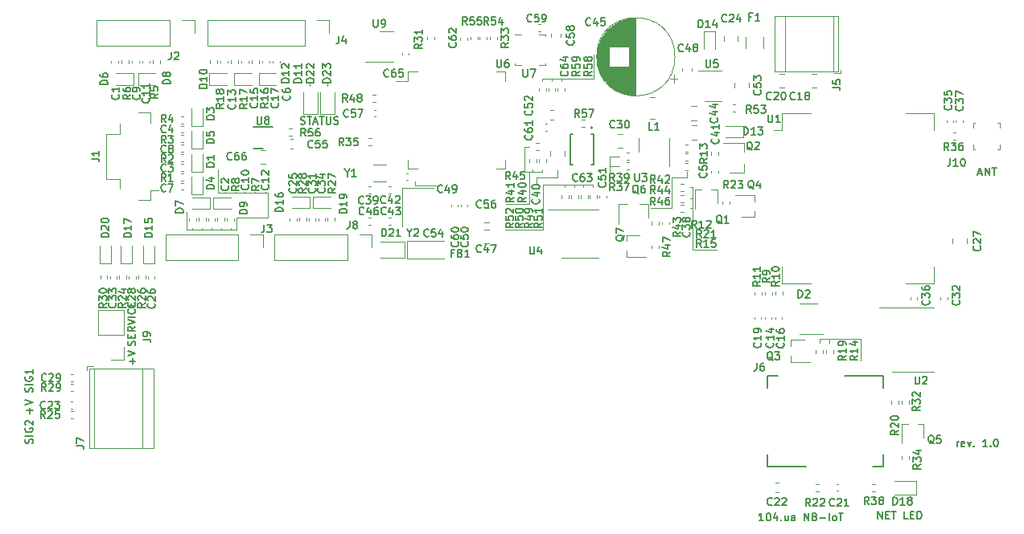
<source format=gto>
G04 #@! TF.GenerationSoftware,KiCad,Pcbnew,(5.1.7)-1*
G04 #@! TF.CreationDate,2020-12-21T16:28:48+02:00*
G04 #@! TF.ProjectId,Smart104.ua_V3,536d6172-7431-4303-942e-75615f56332e,1.0*
G04 #@! TF.SameCoordinates,Original*
G04 #@! TF.FileFunction,Legend,Top*
G04 #@! TF.FilePolarity,Positive*
%FSLAX46Y46*%
G04 Gerber Fmt 4.6, Leading zero omitted, Abs format (unit mm)*
G04 Created by KiCad (PCBNEW (5.1.7)-1) date 2020-12-21 16:28:48*
%MOMM*%
%LPD*%
G01*
G04 APERTURE LIST*
%ADD10C,0.120000*%
%ADD11C,0.130000*%
%ADD12C,0.200000*%
%ADD13C,0.100000*%
%ADD14C,0.127000*%
%ADD15C,0.150000*%
G04 APERTURE END LIST*
D10*
X130950000Y-101050000D02*
X130950000Y-101350000D01*
X132750000Y-101350000D02*
X132750000Y-101300000D01*
X132750000Y-101100000D02*
X132750000Y-101350000D01*
X126300000Y-112600000D02*
X126300000Y-112500000D01*
X125200000Y-112600000D02*
X125200000Y-112500000D01*
X124100000Y-112600000D02*
X124100000Y-112500000D01*
X123100000Y-112600000D02*
X123100000Y-112500000D01*
X122000000Y-112600000D02*
X122000000Y-112500000D01*
X121300000Y-110900000D02*
X121300000Y-110100000D01*
X121300000Y-112600000D02*
X121300000Y-110900000D01*
X126500000Y-112600000D02*
X121300000Y-112600000D01*
X126500000Y-115250000D02*
X126500000Y-112600000D01*
X118000000Y-115800000D02*
X118000000Y-114600000D01*
X122600000Y-116500000D02*
X122600000Y-116300000D01*
X121600000Y-116500000D02*
X121600000Y-116300000D01*
X120600000Y-116500000D02*
X120600000Y-116300000D01*
X119600000Y-116500000D02*
X119600000Y-116300000D01*
X118600000Y-116500000D02*
X118600000Y-116300000D01*
X118000000Y-116500000D02*
X118000000Y-115750000D01*
X123250000Y-116500000D02*
X118000000Y-116500000D01*
X123250000Y-115250000D02*
X123250000Y-116500000D01*
X126500000Y-115250000D02*
X123250000Y-115250000D01*
D11*
X112523809Y-128685714D02*
X112561904Y-128571428D01*
X112561904Y-128380952D01*
X112523809Y-128304761D01*
X112485714Y-128266666D01*
X112409523Y-128228571D01*
X112333333Y-128228571D01*
X112257142Y-128266666D01*
X112219047Y-128304761D01*
X112180952Y-128380952D01*
X112142857Y-128533333D01*
X112104761Y-128609523D01*
X112066666Y-128647619D01*
X111990476Y-128685714D01*
X111914285Y-128685714D01*
X111838095Y-128647619D01*
X111800000Y-128609523D01*
X111761904Y-128533333D01*
X111761904Y-128342857D01*
X111800000Y-128228571D01*
X112142857Y-127885714D02*
X112142857Y-127619047D01*
X112561904Y-127504761D02*
X112561904Y-127885714D01*
X111761904Y-127885714D01*
X111761904Y-127504761D01*
X112561904Y-126704761D02*
X112180952Y-126971428D01*
X112561904Y-127161904D02*
X111761904Y-127161904D01*
X111761904Y-126857142D01*
X111800000Y-126780952D01*
X111838095Y-126742857D01*
X111914285Y-126704761D01*
X112028571Y-126704761D01*
X112104761Y-126742857D01*
X112142857Y-126780952D01*
X112180952Y-126857142D01*
X112180952Y-127161904D01*
X111761904Y-126476190D02*
X112561904Y-126209523D01*
X111761904Y-125942857D01*
X112561904Y-125676190D02*
X111761904Y-125676190D01*
X112485714Y-124838095D02*
X112523809Y-124876190D01*
X112561904Y-124990476D01*
X112561904Y-125066666D01*
X112523809Y-125180952D01*
X112447619Y-125257142D01*
X112371428Y-125295238D01*
X112219047Y-125333333D01*
X112104761Y-125333333D01*
X111952380Y-125295238D01*
X111876190Y-125257142D01*
X111800000Y-125180952D01*
X111761904Y-125066666D01*
X111761904Y-124990476D01*
X111800000Y-124876190D01*
X111838095Y-124838095D01*
X112142857Y-124495238D02*
X112142857Y-124228571D01*
X112561904Y-124114285D02*
X112561904Y-124495238D01*
X111761904Y-124495238D01*
X111761904Y-124114285D01*
X112257142Y-130647619D02*
X112257142Y-130038095D01*
X112561904Y-130342857D02*
X111952380Y-130342857D01*
X111761904Y-129771428D02*
X112561904Y-129504761D01*
X111761904Y-129238095D01*
X199047619Y-139361904D02*
X199047619Y-138828571D01*
X199047619Y-138980952D02*
X199085714Y-138904761D01*
X199123809Y-138866666D01*
X199200000Y-138828571D01*
X199276190Y-138828571D01*
X199847619Y-139323809D02*
X199771428Y-139361904D01*
X199619047Y-139361904D01*
X199542857Y-139323809D01*
X199504761Y-139247619D01*
X199504761Y-138942857D01*
X199542857Y-138866666D01*
X199619047Y-138828571D01*
X199771428Y-138828571D01*
X199847619Y-138866666D01*
X199885714Y-138942857D01*
X199885714Y-139019047D01*
X199504761Y-139095238D01*
X200152380Y-138828571D02*
X200342857Y-139361904D01*
X200533333Y-138828571D01*
X200838095Y-139285714D02*
X200876190Y-139323809D01*
X200838095Y-139361904D01*
X200800000Y-139323809D01*
X200838095Y-139285714D01*
X200838095Y-139361904D01*
X202247619Y-139361904D02*
X201790476Y-139361904D01*
X202019047Y-139361904D02*
X202019047Y-138561904D01*
X201942857Y-138676190D01*
X201866666Y-138752380D01*
X201790476Y-138790476D01*
X202590476Y-139285714D02*
X202628571Y-139323809D01*
X202590476Y-139361904D01*
X202552380Y-139323809D01*
X202590476Y-139285714D01*
X202590476Y-139361904D01*
X203123809Y-138561904D02*
X203200000Y-138561904D01*
X203276190Y-138600000D01*
X203314285Y-138638095D01*
X203352380Y-138714285D01*
X203390476Y-138866666D01*
X203390476Y-139057142D01*
X203352380Y-139209523D01*
X203314285Y-139285714D01*
X203276190Y-139323809D01*
X203200000Y-139361904D01*
X203123809Y-139361904D01*
X203047619Y-139323809D01*
X203009523Y-139285714D01*
X202971428Y-139209523D01*
X202933333Y-139057142D01*
X202933333Y-138866666D01*
X202971428Y-138714285D01*
X203009523Y-138638095D01*
X203047619Y-138600000D01*
X203123809Y-138561904D01*
X178676190Y-147161904D02*
X178219047Y-147161904D01*
X178447619Y-147161904D02*
X178447619Y-146361904D01*
X178371428Y-146476190D01*
X178295238Y-146552380D01*
X178219047Y-146590476D01*
X179171428Y-146361904D02*
X179247619Y-146361904D01*
X179323809Y-146400000D01*
X179361904Y-146438095D01*
X179400000Y-146514285D01*
X179438095Y-146666666D01*
X179438095Y-146857142D01*
X179400000Y-147009523D01*
X179361904Y-147085714D01*
X179323809Y-147123809D01*
X179247619Y-147161904D01*
X179171428Y-147161904D01*
X179095238Y-147123809D01*
X179057142Y-147085714D01*
X179019047Y-147009523D01*
X178980952Y-146857142D01*
X178980952Y-146666666D01*
X179019047Y-146514285D01*
X179057142Y-146438095D01*
X179095238Y-146400000D01*
X179171428Y-146361904D01*
X180123809Y-146628571D02*
X180123809Y-147161904D01*
X179933333Y-146323809D02*
X179742857Y-146895238D01*
X180238095Y-146895238D01*
X180542857Y-147085714D02*
X180580952Y-147123809D01*
X180542857Y-147161904D01*
X180504761Y-147123809D01*
X180542857Y-147085714D01*
X180542857Y-147161904D01*
X181266666Y-146628571D02*
X181266666Y-147161904D01*
X180923809Y-146628571D02*
X180923809Y-147047619D01*
X180961904Y-147123809D01*
X181038095Y-147161904D01*
X181152380Y-147161904D01*
X181228571Y-147123809D01*
X181266666Y-147085714D01*
X181990476Y-147161904D02*
X181990476Y-146742857D01*
X181952380Y-146666666D01*
X181876190Y-146628571D01*
X181723809Y-146628571D01*
X181647619Y-146666666D01*
X181990476Y-147123809D02*
X181914285Y-147161904D01*
X181723809Y-147161904D01*
X181647619Y-147123809D01*
X181609523Y-147047619D01*
X181609523Y-146971428D01*
X181647619Y-146895238D01*
X181723809Y-146857142D01*
X181914285Y-146857142D01*
X181990476Y-146819047D01*
X182980952Y-147161904D02*
X182980952Y-146361904D01*
X183438095Y-147161904D01*
X183438095Y-146361904D01*
X184085714Y-146742857D02*
X184200000Y-146780952D01*
X184238095Y-146819047D01*
X184276190Y-146895238D01*
X184276190Y-147009523D01*
X184238095Y-147085714D01*
X184200000Y-147123809D01*
X184123809Y-147161904D01*
X183819047Y-147161904D01*
X183819047Y-146361904D01*
X184085714Y-146361904D01*
X184161904Y-146400000D01*
X184200000Y-146438095D01*
X184238095Y-146514285D01*
X184238095Y-146590476D01*
X184200000Y-146666666D01*
X184161904Y-146704761D01*
X184085714Y-146742857D01*
X183819047Y-146742857D01*
X184619047Y-146857142D02*
X185228571Y-146857142D01*
X185609523Y-147161904D02*
X185609523Y-146361904D01*
X186104761Y-147161904D02*
X186028571Y-147123809D01*
X185990476Y-147085714D01*
X185952380Y-147009523D01*
X185952380Y-146780952D01*
X185990476Y-146704761D01*
X186028571Y-146666666D01*
X186104761Y-146628571D01*
X186219047Y-146628571D01*
X186295238Y-146666666D01*
X186333333Y-146704761D01*
X186371428Y-146780952D01*
X186371428Y-147009523D01*
X186333333Y-147085714D01*
X186295238Y-147123809D01*
X186219047Y-147161904D01*
X186104761Y-147161904D01*
X186600000Y-146361904D02*
X187057142Y-146361904D01*
X186828571Y-147161904D02*
X186828571Y-146361904D01*
D10*
X142000000Y-111800000D02*
X144200000Y-111800000D01*
X142000000Y-111400000D02*
X142000000Y-111800000D01*
D11*
X201285714Y-110533333D02*
X201666666Y-110533333D01*
X201209523Y-110761904D02*
X201476190Y-109961904D01*
X201742857Y-110761904D01*
X202009523Y-110761904D02*
X202009523Y-109961904D01*
X202466666Y-110761904D01*
X202466666Y-109961904D01*
X202733333Y-109961904D02*
X203190476Y-109961904D01*
X202961904Y-110761904D02*
X202961904Y-109961904D01*
X101723809Y-139000000D02*
X101761904Y-138885714D01*
X101761904Y-138695238D01*
X101723809Y-138619047D01*
X101685714Y-138580952D01*
X101609523Y-138542857D01*
X101533333Y-138542857D01*
X101457142Y-138580952D01*
X101419047Y-138619047D01*
X101380952Y-138695238D01*
X101342857Y-138847619D01*
X101304761Y-138923809D01*
X101266666Y-138961904D01*
X101190476Y-139000000D01*
X101114285Y-139000000D01*
X101038095Y-138961904D01*
X101000000Y-138923809D01*
X100961904Y-138847619D01*
X100961904Y-138657142D01*
X101000000Y-138542857D01*
X101761904Y-138200000D02*
X100961904Y-138200000D01*
X101000000Y-137400000D02*
X100961904Y-137476190D01*
X100961904Y-137590476D01*
X101000000Y-137704761D01*
X101076190Y-137780952D01*
X101152380Y-137819047D01*
X101304761Y-137857142D01*
X101419047Y-137857142D01*
X101571428Y-137819047D01*
X101647619Y-137780952D01*
X101723809Y-137704761D01*
X101761904Y-137590476D01*
X101761904Y-137514285D01*
X101723809Y-137400000D01*
X101685714Y-137361904D01*
X101419047Y-137361904D01*
X101419047Y-137514285D01*
X101038095Y-137057142D02*
X101000000Y-137019047D01*
X100961904Y-136942857D01*
X100961904Y-136752380D01*
X101000000Y-136676190D01*
X101038095Y-136638095D01*
X101114285Y-136600000D01*
X101190476Y-136600000D01*
X101304761Y-136638095D01*
X101761904Y-137095238D01*
X101761904Y-136600000D01*
X101457142Y-135847619D02*
X101457142Y-135238095D01*
X101761904Y-135542857D02*
X101152380Y-135542857D01*
X100961904Y-134971428D02*
X101761904Y-134704761D01*
X100961904Y-134438095D01*
X101723809Y-133600000D02*
X101761904Y-133485714D01*
X101761904Y-133295238D01*
X101723809Y-133219047D01*
X101685714Y-133180952D01*
X101609523Y-133142857D01*
X101533333Y-133142857D01*
X101457142Y-133180952D01*
X101419047Y-133219047D01*
X101380952Y-133295238D01*
X101342857Y-133447619D01*
X101304761Y-133523809D01*
X101266666Y-133561904D01*
X101190476Y-133600000D01*
X101114285Y-133600000D01*
X101038095Y-133561904D01*
X101000000Y-133523809D01*
X100961904Y-133447619D01*
X100961904Y-133257142D01*
X101000000Y-133142857D01*
X101761904Y-132800000D02*
X100961904Y-132800000D01*
X101000000Y-132000000D02*
X100961904Y-132076190D01*
X100961904Y-132190476D01*
X101000000Y-132304761D01*
X101076190Y-132380952D01*
X101152380Y-132419047D01*
X101304761Y-132457142D01*
X101419047Y-132457142D01*
X101571428Y-132419047D01*
X101647619Y-132380952D01*
X101723809Y-132304761D01*
X101761904Y-132190476D01*
X101761904Y-132114285D01*
X101723809Y-132000000D01*
X101685714Y-131961904D01*
X101419047Y-131961904D01*
X101419047Y-132114285D01*
X101761904Y-131200000D02*
X101761904Y-131657142D01*
X101761904Y-131428571D02*
X100961904Y-131428571D01*
X101076190Y-131504761D01*
X101152380Y-131580952D01*
X101190476Y-131657142D01*
X129969047Y-105323809D02*
X130083333Y-105361904D01*
X130273809Y-105361904D01*
X130350000Y-105323809D01*
X130388095Y-105285714D01*
X130426190Y-105209523D01*
X130426190Y-105133333D01*
X130388095Y-105057142D01*
X130350000Y-105019047D01*
X130273809Y-104980952D01*
X130121428Y-104942857D01*
X130045238Y-104904761D01*
X130007142Y-104866666D01*
X129969047Y-104790476D01*
X129969047Y-104714285D01*
X130007142Y-104638095D01*
X130045238Y-104600000D01*
X130121428Y-104561904D01*
X130311904Y-104561904D01*
X130426190Y-104600000D01*
X130654761Y-104561904D02*
X131111904Y-104561904D01*
X130883333Y-105361904D02*
X130883333Y-104561904D01*
X131340476Y-105133333D02*
X131721428Y-105133333D01*
X131264285Y-105361904D02*
X131530952Y-104561904D01*
X131797619Y-105361904D01*
X131950000Y-104561904D02*
X132407142Y-104561904D01*
X132178571Y-105361904D02*
X132178571Y-104561904D01*
X132673809Y-104561904D02*
X132673809Y-105209523D01*
X132711904Y-105285714D01*
X132750000Y-105323809D01*
X132826190Y-105361904D01*
X132978571Y-105361904D01*
X133054761Y-105323809D01*
X133092857Y-105285714D01*
X133130952Y-105209523D01*
X133130952Y-104561904D01*
X133473809Y-105323809D02*
X133588095Y-105361904D01*
X133778571Y-105361904D01*
X133854761Y-105323809D01*
X133892857Y-105285714D01*
X133930952Y-105209523D01*
X133930952Y-105133333D01*
X133892857Y-105057142D01*
X133854761Y-105019047D01*
X133778571Y-104980952D01*
X133626190Y-104942857D01*
X133550000Y-104904761D01*
X133511904Y-104866666D01*
X133473809Y-104790476D01*
X133473809Y-104714285D01*
X133511904Y-104638095D01*
X133550000Y-104600000D01*
X133626190Y-104561904D01*
X133816666Y-104561904D01*
X133930952Y-104600000D01*
X190714285Y-146961904D02*
X190714285Y-146161904D01*
X191171428Y-146961904D01*
X191171428Y-146161904D01*
X191552380Y-146542857D02*
X191819047Y-146542857D01*
X191933333Y-146961904D02*
X191552380Y-146961904D01*
X191552380Y-146161904D01*
X191933333Y-146161904D01*
X192161904Y-146161904D02*
X192619047Y-146161904D01*
X192390476Y-146961904D02*
X192390476Y-146161904D01*
X193876190Y-146961904D02*
X193495238Y-146961904D01*
X193495238Y-146161904D01*
X194142857Y-146542857D02*
X194409523Y-146542857D01*
X194523809Y-146961904D02*
X194142857Y-146961904D01*
X194142857Y-146161904D01*
X194523809Y-146161904D01*
X194866666Y-146961904D02*
X194866666Y-146161904D01*
X195057142Y-146161904D01*
X195171428Y-146200000D01*
X195247619Y-146276190D01*
X195285714Y-146352380D01*
X195323809Y-146504761D01*
X195323809Y-146619047D01*
X195285714Y-146771428D01*
X195247619Y-146847619D01*
X195171428Y-146923809D01*
X195057142Y-146961904D01*
X194866666Y-146961904D01*
D10*
X171200000Y-114200000D02*
X171000000Y-114200000D01*
X171200000Y-113200000D02*
X171000000Y-113200000D01*
X171200000Y-112000000D02*
X171000000Y-112000000D01*
X171200000Y-118600000D02*
X173800000Y-118600000D01*
X171200000Y-115200000D02*
X171200000Y-118600000D01*
X171200000Y-112000000D02*
X171200000Y-115200000D01*
X157400000Y-100800000D02*
X157400000Y-100600000D01*
X156400000Y-100800000D02*
X156400000Y-100600000D01*
X160800000Y-100600000D02*
X160800000Y-98000000D01*
X155400000Y-100600000D02*
X160800000Y-100600000D01*
X155400000Y-100800000D02*
X155400000Y-100600000D01*
X157000000Y-111000000D02*
X157000000Y-110200000D01*
X154800000Y-111000000D02*
X157000000Y-111000000D01*
X154800000Y-111600000D02*
X154800000Y-111000000D01*
X154000000Y-113800000D02*
X151600000Y-113800000D01*
X154000000Y-110400000D02*
X154000000Y-113800000D01*
X154400000Y-110100000D02*
X154400000Y-110400000D01*
X153500000Y-110400000D02*
X153500000Y-110000000D01*
X155400000Y-110400000D02*
X153500000Y-110400000D01*
X155400000Y-110100000D02*
X155400000Y-110400000D01*
X153750000Y-107750000D02*
X154000000Y-107750000D01*
X153500000Y-107750000D02*
X153750000Y-107750000D01*
X153500000Y-110000000D02*
X153500000Y-107750000D01*
X185600000Y-128000000D02*
X185600000Y-128400000D01*
X188900000Y-128000000D02*
X188900000Y-130300000D01*
X184600000Y-128000000D02*
X188900000Y-128000000D01*
X184600000Y-128200000D02*
X184600000Y-128000000D01*
X184600000Y-128400000D02*
X184600000Y-128200000D01*
X163500000Y-109750000D02*
X162500000Y-109750000D01*
X162500000Y-108750000D02*
X162500000Y-110500000D01*
X163500000Y-108750000D02*
X162500000Y-108750000D01*
X155500000Y-116500000D02*
X151500000Y-116500000D01*
X155500000Y-116250000D02*
X155500000Y-116500000D01*
X155500000Y-114000000D02*
X155500000Y-111750000D01*
X157250000Y-111750000D02*
X155500000Y-111750000D01*
X157750000Y-111750000D02*
X157750000Y-112000000D01*
X158750000Y-111750000D02*
X158750000Y-112000000D01*
X160750000Y-111750000D02*
X160750000Y-112000000D01*
X159750000Y-111750000D02*
X159750000Y-112000000D01*
X157250000Y-111750000D02*
X160750000Y-111750000D01*
X155500000Y-114000000D02*
X155500000Y-116250000D01*
X169000000Y-114200000D02*
X166800000Y-114200000D01*
X169000000Y-114000000D02*
X169000000Y-114200000D01*
X169000000Y-111000000D02*
X169000000Y-114000000D01*
X170600000Y-111000000D02*
X170600000Y-110400000D01*
X169000000Y-111000000D02*
X170600000Y-111000000D01*
G04 #@! TO.C,C56*
X149288748Y-116465000D02*
X149811252Y-116465000D01*
X149288748Y-117935000D02*
X149811252Y-117935000D01*
G04 #@! TO.C,C28*
X112610000Y-121392164D02*
X112610000Y-121607836D01*
X111890000Y-121392164D02*
X111890000Y-121607836D01*
G04 #@! TO.C,U1*
X179810000Y-105990000D02*
X180640000Y-105990000D01*
X180640000Y-104240000D02*
X180640000Y-105990000D01*
X196660000Y-104240000D02*
X196660000Y-105990000D01*
X193660000Y-104240000D02*
X196660000Y-104240000D01*
X196660000Y-120410000D02*
X196660000Y-122160000D01*
X193660000Y-122160000D02*
X196660000Y-122160000D01*
X180640000Y-122160000D02*
X183640000Y-122160000D01*
X180640000Y-120410000D02*
X180640000Y-122160000D01*
X180640000Y-104240000D02*
X183640000Y-104240000D01*
G04 #@! TO.C,C53*
X177135000Y-100988748D02*
X177135000Y-101511252D01*
X175665000Y-100988748D02*
X175665000Y-101511252D01*
G04 #@! TO.C,R26*
X112870000Y-121346359D02*
X112870000Y-121653641D01*
X113630000Y-121346359D02*
X113630000Y-121653641D01*
G04 #@! TO.C,R24*
X110870000Y-121346359D02*
X110870000Y-121653641D01*
X111630000Y-121346359D02*
X111630000Y-121653641D01*
G04 #@! TO.C,D23*
X132065000Y-102000000D02*
X132065000Y-104285000D01*
X132065000Y-104285000D02*
X133535000Y-104285000D01*
X133535000Y-104285000D02*
X133535000Y-102000000D01*
G04 #@! TO.C,C47*
X149288748Y-115685000D02*
X149811252Y-115685000D01*
X149288748Y-114215000D02*
X149811252Y-114215000D01*
G04 #@! TO.C,C18*
X183738748Y-100065000D02*
X184261252Y-100065000D01*
X183738748Y-101535000D02*
X184261252Y-101535000D01*
G04 #@! TO.C,C50*
X147560000Y-113842164D02*
X147560000Y-114057836D01*
X146840000Y-113842164D02*
X146840000Y-114057836D01*
G04 #@! TO.C,Y2*
X140700000Y-112100000D02*
X140700000Y-116100000D01*
X144000000Y-112100000D02*
X140700000Y-112100000D01*
G04 #@! TO.C,R14*
X186030000Y-129196359D02*
X186030000Y-129503641D01*
X185270000Y-129196359D02*
X185270000Y-129503641D01*
G04 #@! TO.C,R34*
X193980000Y-140346359D02*
X193980000Y-140653641D01*
X193220000Y-140346359D02*
X193220000Y-140653641D01*
G04 #@! TO.C,Q3*
X182980000Y-128090000D02*
X181570000Y-128090000D01*
X181570000Y-130410000D02*
X183600000Y-130410000D01*
X181570000Y-130410000D02*
X181570000Y-129750000D01*
X181570000Y-128750000D02*
X181570000Y-128090000D01*
G04 #@! TO.C,R20*
X192120000Y-134546359D02*
X192120000Y-134853641D01*
X192880000Y-134546359D02*
X192880000Y-134853641D01*
G04 #@! TO.C,Q5*
X195560000Y-138380000D02*
X195560000Y-136970000D01*
X193240000Y-136970000D02*
X193240000Y-139000000D01*
X193240000Y-136970000D02*
X193900000Y-136970000D01*
X194900000Y-136970000D02*
X195560000Y-136970000D01*
G04 #@! TO.C,R9*
X178820000Y-123046359D02*
X178820000Y-123353641D01*
X179580000Y-123046359D02*
X179580000Y-123353641D01*
G04 #@! TO.C,C16*
X179940000Y-125692164D02*
X179940000Y-125907836D01*
X180660000Y-125692164D02*
X180660000Y-125907836D01*
G04 #@! TO.C,C14*
X179560000Y-125692164D02*
X179560000Y-125907836D01*
X178840000Y-125692164D02*
X178840000Y-125907836D01*
G04 #@! TO.C,R10*
X180680000Y-123036359D02*
X180680000Y-123343641D01*
X179920000Y-123036359D02*
X179920000Y-123343641D01*
G04 #@! TO.C,R38*
X190146359Y-143320000D02*
X190453641Y-143320000D01*
X190146359Y-144080000D02*
X190453641Y-144080000D01*
G04 #@! TO.C,D2*
X184320000Y-124270000D02*
X182520000Y-124270000D01*
X182520000Y-127490000D02*
X184970000Y-127490000D01*
G04 #@! TO.C,J5*
X186050000Y-99760000D02*
X186050000Y-93980000D01*
X180950000Y-99760000D02*
X180950000Y-93980000D01*
X179830000Y-99760000D02*
X179830000Y-93980000D01*
X186570000Y-99760000D02*
X186570000Y-93980000D01*
X179830000Y-99760000D02*
X186570000Y-99760000D01*
X179830000Y-93980000D02*
X186570000Y-93980000D01*
X186170000Y-100000000D02*
X186810000Y-100000000D01*
X186810000Y-100000000D02*
X186810000Y-99600000D01*
D12*
G04 #@! TO.C,J6*
X179110000Y-141450000D02*
X183190000Y-141450000D01*
X191310000Y-131910000D02*
X191310000Y-133180000D01*
X179110000Y-131910000D02*
X179110000Y-133180000D01*
X179110000Y-131910000D02*
X180190000Y-131910000D01*
X179110000Y-140180000D02*
X179110000Y-141450000D01*
X190230000Y-141450000D02*
X191310000Y-141450000D01*
X191310000Y-140180000D02*
X191310000Y-141450000D01*
X187230000Y-131910000D02*
X191310000Y-131910000D01*
D10*
G04 #@! TO.C,J7*
X108250000Y-131150000D02*
X108250000Y-139470000D01*
X113350000Y-131150000D02*
X113350000Y-139470000D01*
X114470000Y-131150000D02*
X114470000Y-139470000D01*
X107730000Y-131150000D02*
X107730000Y-139470000D01*
X114470000Y-131150000D02*
X107730000Y-131150000D01*
X114470000Y-139470000D02*
X107730000Y-139470000D01*
X108130000Y-130910000D02*
X107490000Y-130910000D01*
X107490000Y-130910000D02*
X107490000Y-131310000D01*
D13*
G04 #@! TO.C,J10*
X200750000Y-108000000D02*
X200750000Y-107500000D01*
X200950000Y-108000000D02*
X200750000Y-108000000D01*
X200950000Y-105200000D02*
X200750000Y-105200000D01*
X200750000Y-105200000D02*
X200750000Y-105700000D01*
X203550000Y-105200000D02*
X203550000Y-105700000D01*
X203550000Y-105200000D02*
X203350000Y-105200000D01*
X203550000Y-108000000D02*
X203350000Y-108000000D01*
X203550000Y-108000000D02*
X203550000Y-107500000D01*
D10*
G04 #@! TO.C,L1*
X166738748Y-104760000D02*
X167261252Y-104760000D01*
X166738748Y-102540000D02*
X167261252Y-102540000D01*
G04 #@! TO.C,U3*
X168810000Y-109800000D02*
X168810000Y-106800000D01*
X165590000Y-108300000D02*
X165590000Y-106800000D01*
G04 #@! TO.C,J2*
X108520000Y-94420000D02*
X108520000Y-97080000D01*
X116200000Y-94420000D02*
X108520000Y-94420000D01*
X116200000Y-97080000D02*
X108520000Y-97080000D01*
X116200000Y-94420000D02*
X116200000Y-97080000D01*
X117470000Y-94420000D02*
X118800000Y-94420000D01*
X118800000Y-94420000D02*
X118800000Y-95750000D01*
G04 #@! TO.C,J3*
X126010000Y-117020000D02*
X126010000Y-118350000D01*
X124680000Y-117020000D02*
X126010000Y-117020000D01*
X123410000Y-117020000D02*
X123410000Y-119680000D01*
X123410000Y-119680000D02*
X115730000Y-119680000D01*
X123410000Y-117020000D02*
X115730000Y-117020000D01*
X115730000Y-117020000D02*
X115730000Y-119680000D01*
G04 #@! TO.C,J4*
X120170000Y-94420000D02*
X120170000Y-97080000D01*
X130390000Y-94420000D02*
X120170000Y-94420000D01*
X130390000Y-97080000D02*
X120170000Y-97080000D01*
X130390000Y-94420000D02*
X130390000Y-97080000D01*
X131660000Y-94420000D02*
X132990000Y-94420000D01*
X132990000Y-94420000D02*
X132990000Y-95750000D01*
G04 #@! TO.C,J8*
X127190000Y-117020000D02*
X127190000Y-119680000D01*
X134870000Y-117020000D02*
X127190000Y-117020000D01*
X134870000Y-119680000D02*
X127190000Y-119680000D01*
X134870000Y-117020000D02*
X134870000Y-119680000D01*
X136140000Y-117020000D02*
X137470000Y-117020000D01*
X137470000Y-117020000D02*
X137470000Y-118350000D01*
G04 #@! TO.C,J9*
X111330000Y-124980000D02*
X108670000Y-124980000D01*
X111330000Y-127580000D02*
X111330000Y-124980000D01*
X108670000Y-127580000D02*
X108670000Y-124980000D01*
X111330000Y-127580000D02*
X108670000Y-127580000D01*
X111330000Y-128850000D02*
X111330000Y-130180000D01*
X111330000Y-130180000D02*
X110000000Y-130180000D01*
G04 #@! TO.C,F1*
X176840000Y-96147936D02*
X176840000Y-97352064D01*
X178660000Y-96147936D02*
X178660000Y-97352064D01*
G04 #@! TO.C,C19*
X178460000Y-125692164D02*
X178460000Y-125907836D01*
X177740000Y-125692164D02*
X177740000Y-125907836D01*
G04 #@! TO.C,C24*
X174515000Y-96038748D02*
X174515000Y-96561252D01*
X175985000Y-96038748D02*
X175985000Y-96561252D01*
G04 #@! TO.C,C26*
X113890000Y-121392164D02*
X113890000Y-121607836D01*
X114610000Y-121392164D02*
X114610000Y-121607836D01*
G04 #@! TO.C,C30*
X163861252Y-106415000D02*
X163338748Y-106415000D01*
X163861252Y-107885000D02*
X163338748Y-107885000D01*
G04 #@! TO.C,C33*
X110610000Y-121392164D02*
X110610000Y-121607836D01*
X109890000Y-121392164D02*
X109890000Y-121607836D01*
G04 #@! TO.C,C41*
X171138748Y-106985000D02*
X171661252Y-106985000D01*
X171138748Y-105515000D02*
X171661252Y-105515000D01*
G04 #@! TO.C,C40*
X156265000Y-108711252D02*
X156265000Y-108188748D01*
X157735000Y-108711252D02*
X157735000Y-108188748D01*
G04 #@! TO.C,D14*
X172400000Y-97450000D02*
X172400000Y-95600000D01*
X173600000Y-97450000D02*
X173600000Y-95600000D01*
X173600000Y-95600000D02*
X172400000Y-95600000D01*
G04 #@! TO.C,D18*
X194785000Y-142965000D02*
X192500000Y-142965000D01*
X194785000Y-144435000D02*
X194785000Y-142965000D01*
X192500000Y-144435000D02*
X194785000Y-144435000D01*
G04 #@! TO.C,R11*
X177720000Y-123046359D02*
X177720000Y-123353641D01*
X178480000Y-123046359D02*
X178480000Y-123353641D01*
G04 #@! TO.C,R22*
X184513641Y-144060000D02*
X184206359Y-144060000D01*
X184513641Y-143300000D02*
X184206359Y-143300000D01*
G04 #@! TO.C,R37*
X164553641Y-108370000D02*
X164246359Y-108370000D01*
X164553641Y-109130000D02*
X164246359Y-109130000D01*
G04 #@! TO.C,R39*
X164553641Y-110130000D02*
X164246359Y-110130000D01*
X164553641Y-109370000D02*
X164246359Y-109370000D01*
G04 #@! TO.C,R42*
X170446359Y-107470000D02*
X170753641Y-107470000D01*
X170446359Y-108230000D02*
X170753641Y-108230000D01*
G04 #@! TO.C,R44*
X170446359Y-109230000D02*
X170753641Y-109230000D01*
X170446359Y-108470000D02*
X170753641Y-108470000D01*
G04 #@! TO.C,R46*
X170446359Y-109470000D02*
X170753641Y-109470000D01*
X170446359Y-110230000D02*
X170753641Y-110230000D01*
G04 #@! TO.C,C1*
X110040000Y-98692164D02*
X110040000Y-98907836D01*
X110760000Y-98692164D02*
X110760000Y-98907836D01*
G04 #@! TO.C,C2*
X118960000Y-115507836D02*
X118960000Y-115292164D01*
X118240000Y-115507836D02*
X118240000Y-115292164D01*
G04 #@! TO.C,C5*
X173190000Y-110262164D02*
X173190000Y-110477836D01*
X173910000Y-110262164D02*
X173910000Y-110477836D01*
G04 #@! TO.C,C6*
X127760000Y-98907836D02*
X127760000Y-98692164D01*
X127040000Y-98907836D02*
X127040000Y-98692164D01*
G04 #@! TO.C,C9*
X112960000Y-98907836D02*
X112960000Y-98692164D01*
X112240000Y-98907836D02*
X112240000Y-98692164D01*
G04 #@! TO.C,C10*
X120240000Y-115292164D02*
X120240000Y-115507836D01*
X120960000Y-115292164D02*
X120960000Y-115507836D01*
G04 #@! TO.C,C11*
X113340000Y-98907836D02*
X113340000Y-98692164D01*
X114060000Y-98907836D02*
X114060000Y-98692164D01*
G04 #@! TO.C,C12*
X122960000Y-115292164D02*
X122960000Y-115507836D01*
X122240000Y-115292164D02*
X122240000Y-115507836D01*
G04 #@! TO.C,C13*
X121540000Y-98907836D02*
X121540000Y-98692164D01*
X122260000Y-98907836D02*
X122260000Y-98692164D01*
G04 #@! TO.C,C15*
X124460000Y-98907836D02*
X124460000Y-98692164D01*
X123740000Y-98907836D02*
X123740000Y-98692164D01*
G04 #@! TO.C,C17*
X125940000Y-98907836D02*
X125940000Y-98692164D01*
X126660000Y-98907836D02*
X126660000Y-98692164D01*
G04 #@! TO.C,C22*
X179969420Y-144180000D02*
X180250580Y-144180000D01*
X179969420Y-143160000D02*
X180250580Y-143160000D01*
G04 #@! TO.C,C23*
X105767164Y-135360000D02*
X105982836Y-135360000D01*
X105767164Y-134640000D02*
X105982836Y-134640000D01*
G04 #@! TO.C,C25*
X128840000Y-115507836D02*
X128840000Y-115292164D01*
X129560000Y-115507836D02*
X129560000Y-115292164D01*
G04 #@! TO.C,C27*
X200085000Y-117961252D02*
X200085000Y-117438748D01*
X198615000Y-117961252D02*
X198615000Y-117438748D01*
G04 #@! TO.C,C29*
X105792164Y-131740000D02*
X106007836Y-131740000D01*
X105792164Y-132460000D02*
X106007836Y-132460000D01*
G04 #@! TO.C,C31*
X131560000Y-115292164D02*
X131560000Y-115507836D01*
X130840000Y-115292164D02*
X130840000Y-115507836D01*
G04 #@! TO.C,C32*
X197340000Y-123807836D02*
X197340000Y-123592164D01*
X198060000Y-123807836D02*
X198060000Y-123592164D01*
G04 #@! TO.C,C34*
X132560000Y-115292164D02*
X132560000Y-115507836D01*
X131840000Y-115292164D02*
X131840000Y-115507836D01*
G04 #@! TO.C,C35*
X198660000Y-105157836D02*
X198660000Y-104942164D01*
X197940000Y-105157836D02*
X197940000Y-104942164D01*
G04 #@! TO.C,C36*
X194140000Y-123592164D02*
X194140000Y-123807836D01*
X194860000Y-123592164D02*
X194860000Y-123807836D01*
G04 #@! TO.C,C37*
X198940000Y-105157836D02*
X198940000Y-104942164D01*
X199660000Y-105157836D02*
X199660000Y-104942164D01*
G04 #@! TO.C,C38*
X168760000Y-115692164D02*
X168760000Y-115907836D01*
X168040000Y-115692164D02*
X168040000Y-115907836D01*
G04 #@! TO.C,C39*
X137142164Y-111940000D02*
X137357836Y-111940000D01*
X137142164Y-112660000D02*
X137357836Y-112660000D01*
G04 #@! TO.C,C42*
X139457836Y-111940000D02*
X139242164Y-111940000D01*
X139457836Y-112660000D02*
X139242164Y-112660000D01*
G04 #@! TO.C,C46*
X137142164Y-115960000D02*
X137357836Y-115960000D01*
X137142164Y-115240000D02*
X137357836Y-115240000D01*
G04 #@! TO.C,C49*
X141287836Y-111260000D02*
X141072164Y-111260000D01*
X141287836Y-110540000D02*
X141072164Y-110540000D01*
G04 #@! TO.C,C51*
X161440000Y-113107836D02*
X161440000Y-112892164D01*
X162160000Y-113107836D02*
X162160000Y-112892164D01*
G04 #@! TO.C,C59*
X155207836Y-95560000D02*
X154992164Y-95560000D01*
X155207836Y-94840000D02*
X154992164Y-94840000D01*
G04 #@! TO.C,C62*
X147510000Y-96457836D02*
X147510000Y-96242164D01*
X146790000Y-96457836D02*
X146790000Y-96242164D01*
G04 #@! TO.C,C64*
X156040000Y-101592164D02*
X156040000Y-101807836D01*
X156760000Y-101592164D02*
X156760000Y-101807836D01*
G04 #@! TO.C,C65*
X141360000Y-97842164D02*
X141360000Y-98057836D01*
X140640000Y-97842164D02*
X140640000Y-98057836D01*
G04 #@! TO.C,D6*
X110500000Y-100000000D02*
X112350000Y-100000000D01*
X110500000Y-101200000D02*
X112350000Y-101200000D01*
X112350000Y-101200000D02*
X112350000Y-100000000D01*
G04 #@! TO.C,D7*
X118600000Y-113100000D02*
X120450000Y-113100000D01*
X118600000Y-114300000D02*
X120450000Y-114300000D01*
X120450000Y-114300000D02*
X120450000Y-113100000D01*
G04 #@! TO.C,D8*
X114700000Y-101200000D02*
X112850000Y-101200000D01*
X114700000Y-100000000D02*
X112850000Y-100000000D01*
X112850000Y-100000000D02*
X112850000Y-101200000D01*
G04 #@! TO.C,D9*
X120750000Y-113100000D02*
X120750000Y-114300000D01*
X122600000Y-113100000D02*
X120750000Y-113100000D01*
X122600000Y-114300000D02*
X120750000Y-114300000D01*
G04 #@! TO.C,D10*
X120350000Y-100000000D02*
X120350000Y-101200000D01*
X122200000Y-100000000D02*
X120350000Y-100000000D01*
X122200000Y-101200000D02*
X120350000Y-101200000D01*
G04 #@! TO.C,D11*
X124800000Y-101200000D02*
X122950000Y-101200000D01*
X124800000Y-100000000D02*
X122950000Y-100000000D01*
X122950000Y-100000000D02*
X122950000Y-101200000D01*
G04 #@! TO.C,D12*
X127400000Y-101200000D02*
X125550000Y-101200000D01*
X127400000Y-100000000D02*
X125550000Y-100000000D01*
X125550000Y-100000000D02*
X125550000Y-101200000D01*
G04 #@! TO.C,D13*
X174700000Y-105550000D02*
X176550000Y-105550000D01*
X174700000Y-106750000D02*
X176550000Y-106750000D01*
X176550000Y-106750000D02*
X176550000Y-105550000D01*
G04 #@! TO.C,D15*
X113400000Y-120050000D02*
X114600000Y-120050000D01*
X113400000Y-118200000D02*
X113400000Y-120050000D01*
X114600000Y-118200000D02*
X114600000Y-120050000D01*
G04 #@! TO.C,D16*
X130950000Y-114200000D02*
X130950000Y-113000000D01*
X129100000Y-114200000D02*
X130950000Y-114200000D01*
X129100000Y-113000000D02*
X130950000Y-113000000D01*
G04 #@! TO.C,D17*
X111050000Y-120050000D02*
X112250000Y-120050000D01*
X111050000Y-118200000D02*
X111050000Y-120050000D01*
X112250000Y-118200000D02*
X112250000Y-120050000D01*
G04 #@! TO.C,D19*
X133100000Y-114200000D02*
X131250000Y-114200000D01*
X133100000Y-113000000D02*
X131250000Y-113000000D01*
X131250000Y-113000000D02*
X131250000Y-114200000D01*
G04 #@! TO.C,D20*
X110000000Y-118200000D02*
X110000000Y-120050000D01*
X108800000Y-118200000D02*
X108800000Y-120050000D01*
X108800000Y-120050000D02*
X110000000Y-120050000D01*
G04 #@! TO.C,D22*
X131735000Y-104285000D02*
X131735000Y-102000000D01*
X130265000Y-104285000D02*
X131735000Y-104285000D01*
X130265000Y-102000000D02*
X130265000Y-104285000D01*
G04 #@! TO.C,Q1*
X173810000Y-113680000D02*
X173810000Y-112270000D01*
X171490000Y-112270000D02*
X171490000Y-114300000D01*
X171490000Y-112270000D02*
X172150000Y-112270000D01*
X173150000Y-112270000D02*
X173810000Y-112270000D01*
G04 #@! TO.C,Q2*
X176610000Y-110480000D02*
X176610000Y-109550000D01*
X176610000Y-107320000D02*
X176610000Y-108250000D01*
X176610000Y-107320000D02*
X174450000Y-107320000D01*
X176610000Y-110480000D02*
X175150000Y-110480000D01*
G04 #@! TO.C,Q4*
X177780000Y-114500000D02*
X177780000Y-115160000D01*
X177780000Y-112840000D02*
X177780000Y-113500000D01*
X177780000Y-112840000D02*
X175750000Y-112840000D01*
X176370000Y-115160000D02*
X177780000Y-115160000D01*
G04 #@! TO.C,Q6*
X166580000Y-113740000D02*
X165650000Y-113740000D01*
X163420000Y-113740000D02*
X164350000Y-113740000D01*
X163420000Y-113740000D02*
X163420000Y-115900000D01*
X166580000Y-113740000D02*
X166580000Y-115200000D01*
G04 #@! TO.C,Q7*
X165680000Y-117040000D02*
X164270000Y-117040000D01*
X164270000Y-119360000D02*
X166300000Y-119360000D01*
X164270000Y-119360000D02*
X164270000Y-118700000D01*
X164270000Y-117700000D02*
X164270000Y-117040000D01*
G04 #@! TO.C,R5*
X114420000Y-98953641D02*
X114420000Y-98646359D01*
X115180000Y-98953641D02*
X115180000Y-98646359D01*
G04 #@! TO.C,R6*
X111120000Y-98953641D02*
X111120000Y-98646359D01*
X111880000Y-98953641D02*
X111880000Y-98646359D01*
G04 #@! TO.C,R7*
X121220000Y-115246359D02*
X121220000Y-115553641D01*
X121980000Y-115246359D02*
X121980000Y-115553641D01*
G04 #@! TO.C,R8*
X119980000Y-115246359D02*
X119980000Y-115553641D01*
X119220000Y-115246359D02*
X119220000Y-115553641D01*
G04 #@! TO.C,R12*
X169946359Y-112820000D02*
X170253641Y-112820000D01*
X169946359Y-113580000D02*
X170253641Y-113580000D01*
G04 #@! TO.C,R13*
X173930000Y-108603641D02*
X173930000Y-108296359D01*
X173170000Y-108603641D02*
X173170000Y-108296359D01*
G04 #@! TO.C,R15*
X170253641Y-111620000D02*
X169946359Y-111620000D01*
X170253641Y-112380000D02*
X169946359Y-112380000D01*
G04 #@! TO.C,R16*
X124820000Y-98953641D02*
X124820000Y-98646359D01*
X125580000Y-98953641D02*
X125580000Y-98646359D01*
G04 #@! TO.C,R17*
X123380000Y-98953641D02*
X123380000Y-98646359D01*
X122620000Y-98953641D02*
X122620000Y-98646359D01*
G04 #@! TO.C,R18*
X121180000Y-98953641D02*
X121180000Y-98646359D01*
X120420000Y-98953641D02*
X120420000Y-98646359D01*
G04 #@! TO.C,R19*
X184980000Y-129503641D02*
X184980000Y-129196359D01*
X184220000Y-129503641D02*
X184220000Y-129196359D01*
G04 #@! TO.C,R21*
X169946359Y-114630000D02*
X170253641Y-114630000D01*
X169946359Y-113870000D02*
X170253641Y-113870000D01*
G04 #@! TO.C,R23*
X175080000Y-113496359D02*
X175080000Y-113803641D01*
X174320000Y-113496359D02*
X174320000Y-113803641D01*
G04 #@! TO.C,R25*
X106053641Y-135620000D02*
X105746359Y-135620000D01*
X106053641Y-136380000D02*
X105746359Y-136380000D01*
G04 #@! TO.C,R27*
X132820000Y-115246359D02*
X132820000Y-115553641D01*
X133580000Y-115246359D02*
X133580000Y-115553641D01*
G04 #@! TO.C,R28*
X130580000Y-115246359D02*
X130580000Y-115553641D01*
X129820000Y-115246359D02*
X129820000Y-115553641D01*
G04 #@! TO.C,R29*
X106053641Y-132720000D02*
X105746359Y-132720000D01*
X106053641Y-133480000D02*
X105746359Y-133480000D01*
G04 #@! TO.C,R30*
X108870000Y-121346359D02*
X108870000Y-121653641D01*
X109630000Y-121346359D02*
X109630000Y-121653641D01*
G04 #@! TO.C,R31*
X143270000Y-96453641D02*
X143270000Y-96146359D01*
X144030000Y-96453641D02*
X144030000Y-96146359D01*
G04 #@! TO.C,R32*
X193220000Y-134546359D02*
X193220000Y-134853641D01*
X193980000Y-134546359D02*
X193980000Y-134853641D01*
G04 #@! TO.C,R33*
X150680000Y-96453641D02*
X150680000Y-96146359D01*
X149920000Y-96453641D02*
X149920000Y-96146359D01*
G04 #@! TO.C,R35*
X137453641Y-106820000D02*
X137146359Y-106820000D01*
X137453641Y-107580000D02*
X137146359Y-107580000D01*
G04 #@! TO.C,R36*
X198953641Y-106220000D02*
X198646359Y-106220000D01*
X198953641Y-106980000D02*
X198646359Y-106980000D01*
G04 #@! TO.C,R43*
X166920000Y-115636359D02*
X166920000Y-115943641D01*
X167680000Y-115636359D02*
X167680000Y-115943641D01*
G04 #@! TO.C,R47*
X166920000Y-118453641D02*
X166920000Y-118146359D01*
X167680000Y-118453641D02*
X167680000Y-118146359D01*
G04 #@! TO.C,R40*
X155020000Y-109353641D02*
X155020000Y-109046359D01*
X155780000Y-109353641D02*
X155780000Y-109046359D01*
G04 #@! TO.C,R41*
X154780000Y-109046359D02*
X154780000Y-109353641D01*
X154020000Y-109046359D02*
X154020000Y-109353641D01*
G04 #@! TO.C,R48*
X137853641Y-102980000D02*
X137546359Y-102980000D01*
X137853641Y-102220000D02*
X137546359Y-102220000D01*
G04 #@! TO.C,R49*
X160180000Y-112846359D02*
X160180000Y-113153641D01*
X159420000Y-112846359D02*
X159420000Y-113153641D01*
G04 #@! TO.C,R50*
X158420000Y-112846359D02*
X158420000Y-113153641D01*
X159180000Y-112846359D02*
X159180000Y-113153641D01*
G04 #@! TO.C,R51*
X161180000Y-112846359D02*
X161180000Y-113153641D01*
X160420000Y-112846359D02*
X160420000Y-113153641D01*
G04 #@! TO.C,R52*
X157420000Y-112846359D02*
X157420000Y-113153641D01*
X158180000Y-112846359D02*
X158180000Y-113153641D01*
G04 #@! TO.C,R53*
X175446359Y-104030000D02*
X175753641Y-104030000D01*
X175446359Y-103270000D02*
X175753641Y-103270000D01*
G04 #@! TO.C,R54*
X149580000Y-96453641D02*
X149580000Y-96146359D01*
X148820000Y-96453641D02*
X148820000Y-96146359D01*
G04 #@! TO.C,R55*
X147820000Y-96453641D02*
X147820000Y-96146359D01*
X148580000Y-96453641D02*
X148580000Y-96146359D01*
G04 #@! TO.C,R58*
X157780000Y-101853641D02*
X157780000Y-101546359D01*
X157020000Y-101853641D02*
X157020000Y-101546359D01*
G04 #@! TO.C,R59*
X155780000Y-101853641D02*
X155780000Y-101546359D01*
X155020000Y-101853641D02*
X155020000Y-101546359D01*
G04 #@! TO.C,U2*
X194450000Y-124715000D02*
X190850000Y-124715000D01*
X194450000Y-124715000D02*
X196650000Y-124715000D01*
X194450000Y-131485000D02*
X192250000Y-131485000D01*
X194450000Y-131485000D02*
X196650000Y-131485000D01*
G04 #@! TO.C,Y1*
X138975000Y-111375000D02*
X137625000Y-111375000D01*
X138975000Y-109625000D02*
X137625000Y-109625000D01*
G04 #@! TO.C,C21*
X186372164Y-144030000D02*
X186587836Y-144030000D01*
X186372164Y-143310000D02*
X186587836Y-143310000D01*
G04 #@! TO.C,C20*
X180861252Y-100065000D02*
X180338748Y-100065000D01*
X180861252Y-101535000D02*
X180338748Y-101535000D01*
G04 #@! TO.C,C43*
X139457836Y-115960000D02*
X139242164Y-115960000D01*
X139457836Y-115240000D02*
X139242164Y-115240000D01*
G04 #@! TO.C,C44*
X171088748Y-104935000D02*
X171611252Y-104935000D01*
X171088748Y-103465000D02*
X171611252Y-103465000D01*
G04 #@! TO.C,C45*
X169259698Y-100965000D02*
X169259698Y-100165000D01*
X169659698Y-100565000D02*
X168859698Y-100565000D01*
X161169000Y-98783000D02*
X161169000Y-97717000D01*
X161209000Y-99018000D02*
X161209000Y-97482000D01*
X161249000Y-99198000D02*
X161249000Y-97302000D01*
X161289000Y-99348000D02*
X161289000Y-97152000D01*
X161329000Y-99479000D02*
X161329000Y-97021000D01*
X161369000Y-99596000D02*
X161369000Y-96904000D01*
X161409000Y-99703000D02*
X161409000Y-96797000D01*
X161449000Y-99802000D02*
X161449000Y-96698000D01*
X161489000Y-99895000D02*
X161489000Y-96605000D01*
X161529000Y-99981000D02*
X161529000Y-96519000D01*
X161569000Y-100063000D02*
X161569000Y-96437000D01*
X161609000Y-100140000D02*
X161609000Y-96360000D01*
X161649000Y-100214000D02*
X161649000Y-96286000D01*
X161689000Y-100284000D02*
X161689000Y-96216000D01*
X161729000Y-100352000D02*
X161729000Y-96148000D01*
X161769000Y-100416000D02*
X161769000Y-96084000D01*
X161809000Y-100478000D02*
X161809000Y-96022000D01*
X161849000Y-100537000D02*
X161849000Y-95963000D01*
X161889000Y-100595000D02*
X161889000Y-95905000D01*
X161929000Y-100650000D02*
X161929000Y-95850000D01*
X161969000Y-100704000D02*
X161969000Y-95796000D01*
X162009000Y-100755000D02*
X162009000Y-95745000D01*
X162049000Y-100806000D02*
X162049000Y-95694000D01*
X162089000Y-100854000D02*
X162089000Y-95646000D01*
X162129000Y-100901000D02*
X162129000Y-95599000D01*
X162169000Y-100947000D02*
X162169000Y-95553000D01*
X162209000Y-100991000D02*
X162209000Y-95509000D01*
X162249000Y-101034000D02*
X162249000Y-95466000D01*
X162289000Y-101076000D02*
X162289000Y-95424000D01*
X162329000Y-101117000D02*
X162329000Y-95383000D01*
X162369000Y-101157000D02*
X162369000Y-95343000D01*
X162409000Y-101195000D02*
X162409000Y-95305000D01*
X162449000Y-101233000D02*
X162449000Y-95267000D01*
X162489000Y-97210000D02*
X162489000Y-95231000D01*
X162489000Y-101269000D02*
X162489000Y-99290000D01*
X162529000Y-97210000D02*
X162529000Y-95195000D01*
X162529000Y-101305000D02*
X162529000Y-99290000D01*
X162569000Y-97210000D02*
X162569000Y-95160000D01*
X162569000Y-101340000D02*
X162569000Y-99290000D01*
X162609000Y-97210000D02*
X162609000Y-95126000D01*
X162609000Y-101374000D02*
X162609000Y-99290000D01*
X162649000Y-97210000D02*
X162649000Y-95094000D01*
X162649000Y-101406000D02*
X162649000Y-99290000D01*
X162689000Y-97210000D02*
X162689000Y-95061000D01*
X162689000Y-101439000D02*
X162689000Y-99290000D01*
X162729000Y-97210000D02*
X162729000Y-95030000D01*
X162729000Y-101470000D02*
X162729000Y-99290000D01*
X162769000Y-97210000D02*
X162769000Y-95000000D01*
X162769000Y-101500000D02*
X162769000Y-99290000D01*
X162809000Y-97210000D02*
X162809000Y-94970000D01*
X162809000Y-101530000D02*
X162809000Y-99290000D01*
X162849000Y-97210000D02*
X162849000Y-94941000D01*
X162849000Y-101559000D02*
X162849000Y-99290000D01*
X162889000Y-97210000D02*
X162889000Y-94912000D01*
X162889000Y-101588000D02*
X162889000Y-99290000D01*
X162929000Y-97210000D02*
X162929000Y-94885000D01*
X162929000Y-101615000D02*
X162929000Y-99290000D01*
X162969000Y-97210000D02*
X162969000Y-94858000D01*
X162969000Y-101642000D02*
X162969000Y-99290000D01*
X163009000Y-97210000D02*
X163009000Y-94832000D01*
X163009000Y-101668000D02*
X163009000Y-99290000D01*
X163049000Y-97210000D02*
X163049000Y-94806000D01*
X163049000Y-101694000D02*
X163049000Y-99290000D01*
X163089000Y-97210000D02*
X163089000Y-94781000D01*
X163089000Y-101719000D02*
X163089000Y-99290000D01*
X163129000Y-97210000D02*
X163129000Y-94757000D01*
X163129000Y-101743000D02*
X163129000Y-99290000D01*
X163169000Y-97210000D02*
X163169000Y-94733000D01*
X163169000Y-101767000D02*
X163169000Y-99290000D01*
X163209000Y-97210000D02*
X163209000Y-94710000D01*
X163209000Y-101790000D02*
X163209000Y-99290000D01*
X163249000Y-97210000D02*
X163249000Y-94688000D01*
X163249000Y-101812000D02*
X163249000Y-99290000D01*
X163289000Y-97210000D02*
X163289000Y-94666000D01*
X163289000Y-101834000D02*
X163289000Y-99290000D01*
X163329000Y-97210000D02*
X163329000Y-94644000D01*
X163329000Y-101856000D02*
X163329000Y-99290000D01*
X163369000Y-97210000D02*
X163369000Y-94623000D01*
X163369000Y-101877000D02*
X163369000Y-99290000D01*
X163409000Y-97210000D02*
X163409000Y-94603000D01*
X163409000Y-101897000D02*
X163409000Y-99290000D01*
X163449000Y-97210000D02*
X163449000Y-94584000D01*
X163449000Y-101916000D02*
X163449000Y-99290000D01*
X163489000Y-97210000D02*
X163489000Y-94564000D01*
X163489000Y-101936000D02*
X163489000Y-99290000D01*
X163529000Y-97210000D02*
X163529000Y-94546000D01*
X163529000Y-101954000D02*
X163529000Y-99290000D01*
X163569000Y-97210000D02*
X163569000Y-94528000D01*
X163569000Y-101972000D02*
X163569000Y-99290000D01*
X163609000Y-97210000D02*
X163609000Y-94510000D01*
X163609000Y-101990000D02*
X163609000Y-99290000D01*
X163649000Y-97210000D02*
X163649000Y-94493000D01*
X163649000Y-102007000D02*
X163649000Y-99290000D01*
X163689000Y-97210000D02*
X163689000Y-94476000D01*
X163689000Y-102024000D02*
X163689000Y-99290000D01*
X163729000Y-97210000D02*
X163729000Y-94460000D01*
X163729000Y-102040000D02*
X163729000Y-99290000D01*
X163769000Y-97210000D02*
X163769000Y-94445000D01*
X163769000Y-102055000D02*
X163769000Y-99290000D01*
X163809000Y-97210000D02*
X163809000Y-94429000D01*
X163809000Y-102071000D02*
X163809000Y-99290000D01*
X163849000Y-97210000D02*
X163849000Y-94415000D01*
X163849000Y-102085000D02*
X163849000Y-99290000D01*
X163889000Y-97210000D02*
X163889000Y-94400000D01*
X163889000Y-102100000D02*
X163889000Y-99290000D01*
X163929000Y-97210000D02*
X163929000Y-94387000D01*
X163929000Y-102113000D02*
X163929000Y-99290000D01*
X163969000Y-97210000D02*
X163969000Y-94373000D01*
X163969000Y-102127000D02*
X163969000Y-99290000D01*
X164009000Y-97210000D02*
X164009000Y-94361000D01*
X164009000Y-102139000D02*
X164009000Y-99290000D01*
X164049000Y-97210000D02*
X164049000Y-94348000D01*
X164049000Y-102152000D02*
X164049000Y-99290000D01*
X164089000Y-97210000D02*
X164089000Y-94336000D01*
X164089000Y-102164000D02*
X164089000Y-99290000D01*
X164129000Y-97210000D02*
X164129000Y-94325000D01*
X164129000Y-102175000D02*
X164129000Y-99290000D01*
X164169000Y-97210000D02*
X164169000Y-94314000D01*
X164169000Y-102186000D02*
X164169000Y-99290000D01*
X164209000Y-97210000D02*
X164209000Y-94303000D01*
X164209000Y-102197000D02*
X164209000Y-99290000D01*
X164249000Y-97210000D02*
X164249000Y-94293000D01*
X164249000Y-102207000D02*
X164249000Y-99290000D01*
X164289000Y-97210000D02*
X164289000Y-94283000D01*
X164289000Y-102217000D02*
X164289000Y-99290000D01*
X164329000Y-97210000D02*
X164329000Y-94274000D01*
X164329000Y-102226000D02*
X164329000Y-99290000D01*
X164369000Y-97210000D02*
X164369000Y-94265000D01*
X164369000Y-102235000D02*
X164369000Y-99290000D01*
X164409000Y-97210000D02*
X164409000Y-94256000D01*
X164409000Y-102244000D02*
X164409000Y-99290000D01*
X164449000Y-97210000D02*
X164449000Y-94248000D01*
X164449000Y-102252000D02*
X164449000Y-99290000D01*
X164489000Y-97210000D02*
X164489000Y-94240000D01*
X164489000Y-102260000D02*
X164489000Y-99290000D01*
X164529000Y-97210000D02*
X164529000Y-94233000D01*
X164529000Y-102267000D02*
X164529000Y-99290000D01*
X164570000Y-102274000D02*
X164570000Y-94226000D01*
X164610000Y-102280000D02*
X164610000Y-94220000D01*
X164650000Y-102287000D02*
X164650000Y-94213000D01*
X164690000Y-102292000D02*
X164690000Y-94208000D01*
X164730000Y-102298000D02*
X164730000Y-94202000D01*
X164770000Y-102302000D02*
X164770000Y-94198000D01*
X164810000Y-102307000D02*
X164810000Y-94193000D01*
X164850000Y-102311000D02*
X164850000Y-94189000D01*
X164890000Y-102315000D02*
X164890000Y-94185000D01*
X164930000Y-102318000D02*
X164930000Y-94182000D01*
X164970000Y-102321000D02*
X164970000Y-94179000D01*
X165010000Y-102324000D02*
X165010000Y-94176000D01*
X165050000Y-102326000D02*
X165050000Y-94174000D01*
X165090000Y-102327000D02*
X165090000Y-94173000D01*
X165130000Y-102329000D02*
X165130000Y-94171000D01*
X165170000Y-102330000D02*
X165170000Y-94170000D01*
X165210000Y-102330000D02*
X165210000Y-94170000D01*
X165250000Y-102330000D02*
X165250000Y-94170000D01*
X169370000Y-98250000D02*
G75*
G03*
X169370000Y-98250000I-4120000J0D01*
G01*
G04 #@! TO.C,C48*
X171160000Y-99740580D02*
X171160000Y-99459420D01*
X170140000Y-99740580D02*
X170140000Y-99459420D01*
G04 #@! TO.C,C52*
X156259420Y-103890000D02*
X156540580Y-103890000D01*
X156259420Y-104910000D02*
X156540580Y-104910000D01*
G04 #@! TO.C,C57*
X137907836Y-103840000D02*
X137692164Y-103840000D01*
X137907836Y-104560000D02*
X137692164Y-104560000D01*
G04 #@! TO.C,C60*
X146510000Y-113842164D02*
X146510000Y-114057836D01*
X145790000Y-113842164D02*
X145790000Y-114057836D01*
G04 #@! TO.C,C61*
X155692164Y-106060000D02*
X155907836Y-106060000D01*
X155692164Y-105340000D02*
X155907836Y-105340000D01*
G04 #@! TO.C,U4*
X159400000Y-114340000D02*
X155950000Y-114340000D01*
X159400000Y-114340000D02*
X161350000Y-114340000D01*
X159400000Y-119460000D02*
X157450000Y-119460000D01*
X159400000Y-119460000D02*
X161350000Y-119460000D01*
G04 #@! TO.C,U5*
X172500000Y-102960000D02*
X174300000Y-102960000D01*
X174300000Y-99740000D02*
X171850000Y-99740000D01*
G04 #@! TO.C,U6*
X150560000Y-110060000D02*
X151510000Y-110060000D01*
X151510000Y-110060000D02*
X151510000Y-109110000D01*
X142240000Y-110060000D02*
X141290000Y-110060000D01*
X141290000Y-110060000D02*
X141290000Y-109110000D01*
X150560000Y-99840000D02*
X151510000Y-99840000D01*
X151510000Y-99840000D02*
X151510000Y-100790000D01*
X142240000Y-99840000D02*
X141290000Y-99840000D01*
X141290000Y-99840000D02*
X141290000Y-100790000D01*
X141290000Y-100790000D02*
X140000000Y-100790000D01*
G04 #@! TO.C,U7*
X155035000Y-95890000D02*
X155710000Y-95890000D01*
X155710000Y-95890000D02*
X155710000Y-96065000D01*
X153165000Y-99110000D02*
X152490000Y-99110000D01*
X152490000Y-99110000D02*
X152490000Y-98935000D01*
X155035000Y-99110000D02*
X155710000Y-99110000D01*
X155710000Y-99110000D02*
X155710000Y-98935000D01*
X153165000Y-95890000D02*
X152490000Y-95890000D01*
G04 #@! TO.C,U9*
X138250000Y-95590000D02*
X139750000Y-95590000D01*
X136750000Y-98810000D02*
X139750000Y-98810000D01*
G04 #@! TO.C,C58*
X156290000Y-95859420D02*
X156290000Y-96140580D01*
X157310000Y-95859420D02*
X157310000Y-96140580D01*
D12*
G04 #@! TO.C,C63*
X160700000Y-105750000D02*
G75*
G03*
X160700000Y-105750000I-100000J0D01*
G01*
D14*
X160850000Y-106400000D02*
X160600000Y-106400000D01*
X160850000Y-109600000D02*
X160850000Y-106400000D01*
X160600000Y-109600000D02*
X160850000Y-109600000D01*
X158350000Y-106400000D02*
X158600000Y-106400000D01*
X158350000Y-109600000D02*
X158350000Y-106400000D01*
X158600000Y-109600000D02*
X158350000Y-109600000D01*
D10*
G04 #@! TO.C,R45*
X154746359Y-107320000D02*
X155053641Y-107320000D01*
X154746359Y-108080000D02*
X155053641Y-108080000D01*
G04 #@! TO.C,R57*
X159853641Y-104920000D02*
X159546359Y-104920000D01*
X159853641Y-105680000D02*
X159546359Y-105680000D01*
G04 #@! TO.C,C3*
X117607836Y-109540000D02*
X117392164Y-109540000D01*
X117607836Y-110260000D02*
X117392164Y-110260000D01*
G04 #@! TO.C,C4*
X117607836Y-105540000D02*
X117392164Y-105540000D01*
X117607836Y-106260000D02*
X117392164Y-106260000D01*
G04 #@! TO.C,C7*
X117607836Y-112260000D02*
X117392164Y-112260000D01*
X117607836Y-111540000D02*
X117392164Y-111540000D01*
G04 #@! TO.C,C8*
X117607836Y-108260000D02*
X117392164Y-108260000D01*
X117607836Y-107540000D02*
X117392164Y-107540000D01*
G04 #@! TO.C,C54*
X141190000Y-119535000D02*
X145100000Y-119535000D01*
X141190000Y-117665000D02*
X141190000Y-119535000D01*
X145100000Y-117665000D02*
X141190000Y-117665000D01*
G04 #@! TO.C,C55*
X128859420Y-107910000D02*
X129140580Y-107910000D01*
X128859420Y-106890000D02*
X129140580Y-106890000D01*
G04 #@! TO.C,C66*
X125738748Y-109535000D02*
X126261252Y-109535000D01*
X125738748Y-108065000D02*
X126261252Y-108065000D01*
G04 #@! TO.C,D1*
X119700000Y-108500000D02*
X119700000Y-110350000D01*
X118500000Y-108500000D02*
X118500000Y-110350000D01*
X118500000Y-110350000D02*
X119700000Y-110350000D01*
G04 #@! TO.C,D3*
X119700000Y-103700000D02*
X119700000Y-105550000D01*
X118500000Y-103700000D02*
X118500000Y-105550000D01*
X118500000Y-105550000D02*
X119700000Y-105550000D01*
G04 #@! TO.C,D4*
X118500000Y-112750000D02*
X119700000Y-112750000D01*
X118500000Y-110900000D02*
X118500000Y-112750000D01*
X119700000Y-110900000D02*
X119700000Y-112750000D01*
G04 #@! TO.C,D5*
X118500000Y-107950000D02*
X119700000Y-107950000D01*
X118500000Y-106100000D02*
X118500000Y-107950000D01*
X119700000Y-106100000D02*
X119700000Y-107950000D01*
G04 #@! TO.C,R1*
X117653641Y-111280000D02*
X117346359Y-111280000D01*
X117653641Y-110520000D02*
X117346359Y-110520000D01*
G04 #@! TO.C,R2*
X117663641Y-108520000D02*
X117356359Y-108520000D01*
X117663641Y-109280000D02*
X117356359Y-109280000D01*
G04 #@! TO.C,R3*
X117653641Y-107280000D02*
X117346359Y-107280000D01*
X117653641Y-106520000D02*
X117346359Y-106520000D01*
G04 #@! TO.C,R4*
X117653641Y-105280000D02*
X117346359Y-105280000D01*
X117653641Y-104520000D02*
X117346359Y-104520000D01*
G04 #@! TO.C,R56*
X128746359Y-106580000D02*
X129053641Y-106580000D01*
X128746359Y-105820000D02*
X129053641Y-105820000D01*
D15*
G04 #@! TO.C,U8*
X126000000Y-107950000D02*
X125000000Y-107950000D01*
X127000000Y-105650000D02*
X125000000Y-105650000D01*
D10*
G04 #@! TO.C,D21*
X140900000Y-119450000D02*
X138350000Y-119450000D01*
X140900000Y-117750000D02*
X138350000Y-117750000D01*
X140900000Y-119450000D02*
X140900000Y-117750000D01*
G04 #@! TO.C,J1*
X112885000Y-113360000D02*
X114185000Y-113360000D01*
X114185000Y-113360000D02*
X114185000Y-112310000D01*
X114185000Y-112310000D02*
X115025000Y-112310000D01*
X112885000Y-104140000D02*
X114185000Y-104140000D01*
X114185000Y-104140000D02*
X114185000Y-105190000D01*
X110965000Y-112190000D02*
X110965000Y-111110000D01*
X110965000Y-111110000D02*
X109495000Y-111110000D01*
X109495000Y-111110000D02*
X109495000Y-106390000D01*
X109495000Y-106390000D02*
X110965000Y-106390000D01*
X110965000Y-106390000D02*
X110965000Y-105310000D01*
G04 #@! TO.C,C56*
D11*
X148985714Y-114085714D02*
X148947619Y-114123809D01*
X148833333Y-114161904D01*
X148757142Y-114161904D01*
X148642857Y-114123809D01*
X148566666Y-114047619D01*
X148528571Y-113971428D01*
X148490476Y-113819047D01*
X148490476Y-113704761D01*
X148528571Y-113552380D01*
X148566666Y-113476190D01*
X148642857Y-113400000D01*
X148757142Y-113361904D01*
X148833333Y-113361904D01*
X148947619Y-113400000D01*
X148985714Y-113438095D01*
X149709523Y-113361904D02*
X149328571Y-113361904D01*
X149290476Y-113742857D01*
X149328571Y-113704761D01*
X149404761Y-113666666D01*
X149595238Y-113666666D01*
X149671428Y-113704761D01*
X149709523Y-113742857D01*
X149747619Y-113819047D01*
X149747619Y-114009523D01*
X149709523Y-114085714D01*
X149671428Y-114123809D01*
X149595238Y-114161904D01*
X149404761Y-114161904D01*
X149328571Y-114123809D01*
X149290476Y-114085714D01*
X150433333Y-113361904D02*
X150280952Y-113361904D01*
X150204761Y-113400000D01*
X150166666Y-113438095D01*
X150090476Y-113552380D01*
X150052380Y-113704761D01*
X150052380Y-114009523D01*
X150090476Y-114085714D01*
X150128571Y-114123809D01*
X150204761Y-114161904D01*
X150357142Y-114161904D01*
X150433333Y-114123809D01*
X150471428Y-114085714D01*
X150509523Y-114009523D01*
X150509523Y-113819047D01*
X150471428Y-113742857D01*
X150433333Y-113704761D01*
X150357142Y-113666666D01*
X150204761Y-113666666D01*
X150128571Y-113704761D01*
X150090476Y-113742857D01*
X150052380Y-113819047D01*
G04 #@! TO.C,C28*
X112485714Y-124214285D02*
X112523809Y-124252380D01*
X112561904Y-124366666D01*
X112561904Y-124442857D01*
X112523809Y-124557142D01*
X112447619Y-124633333D01*
X112371428Y-124671428D01*
X112219047Y-124709523D01*
X112104761Y-124709523D01*
X111952380Y-124671428D01*
X111876190Y-124633333D01*
X111800000Y-124557142D01*
X111761904Y-124442857D01*
X111761904Y-124366666D01*
X111800000Y-124252380D01*
X111838095Y-124214285D01*
X111838095Y-123909523D02*
X111800000Y-123871428D01*
X111761904Y-123795238D01*
X111761904Y-123604761D01*
X111800000Y-123528571D01*
X111838095Y-123490476D01*
X111914285Y-123452380D01*
X111990476Y-123452380D01*
X112104761Y-123490476D01*
X112561904Y-123947619D01*
X112561904Y-123452380D01*
X112104761Y-122995238D02*
X112066666Y-123071428D01*
X112028571Y-123109523D01*
X111952380Y-123147619D01*
X111914285Y-123147619D01*
X111838095Y-123109523D01*
X111800000Y-123071428D01*
X111761904Y-122995238D01*
X111761904Y-122842857D01*
X111800000Y-122766666D01*
X111838095Y-122728571D01*
X111914285Y-122690476D01*
X111952380Y-122690476D01*
X112028571Y-122728571D01*
X112066666Y-122766666D01*
X112104761Y-122842857D01*
X112104761Y-122995238D01*
X112142857Y-123071428D01*
X112180952Y-123109523D01*
X112257142Y-123147619D01*
X112409523Y-123147619D01*
X112485714Y-123109523D01*
X112523809Y-123071428D01*
X112561904Y-122995238D01*
X112561904Y-122842857D01*
X112523809Y-122766666D01*
X112485714Y-122728571D01*
X112409523Y-122690476D01*
X112257142Y-122690476D01*
X112180952Y-122728571D01*
X112142857Y-122766666D01*
X112104761Y-122842857D01*
G04 #@! TO.C,U1*
X179190476Y-104361904D02*
X179190476Y-105009523D01*
X179228571Y-105085714D01*
X179266666Y-105123809D01*
X179342857Y-105161904D01*
X179495238Y-105161904D01*
X179571428Y-105123809D01*
X179609523Y-105085714D01*
X179647619Y-105009523D01*
X179647619Y-104361904D01*
X180447619Y-105161904D02*
X179990476Y-105161904D01*
X180219047Y-105161904D02*
X180219047Y-104361904D01*
X180142857Y-104476190D01*
X180066666Y-104552380D01*
X179990476Y-104590476D01*
G04 #@! TO.C,C53*
X178365714Y-101764285D02*
X178403809Y-101802380D01*
X178441904Y-101916666D01*
X178441904Y-101992857D01*
X178403809Y-102107142D01*
X178327619Y-102183333D01*
X178251428Y-102221428D01*
X178099047Y-102259523D01*
X177984761Y-102259523D01*
X177832380Y-102221428D01*
X177756190Y-102183333D01*
X177680000Y-102107142D01*
X177641904Y-101992857D01*
X177641904Y-101916666D01*
X177680000Y-101802380D01*
X177718095Y-101764285D01*
X177641904Y-101040476D02*
X177641904Y-101421428D01*
X178022857Y-101459523D01*
X177984761Y-101421428D01*
X177946666Y-101345238D01*
X177946666Y-101154761D01*
X177984761Y-101078571D01*
X178022857Y-101040476D01*
X178099047Y-101002380D01*
X178289523Y-101002380D01*
X178365714Y-101040476D01*
X178403809Y-101078571D01*
X178441904Y-101154761D01*
X178441904Y-101345238D01*
X178403809Y-101421428D01*
X178365714Y-101459523D01*
X177641904Y-100735714D02*
X177641904Y-100240476D01*
X177946666Y-100507142D01*
X177946666Y-100392857D01*
X177984761Y-100316666D01*
X178022857Y-100278571D01*
X178099047Y-100240476D01*
X178289523Y-100240476D01*
X178365714Y-100278571D01*
X178403809Y-100316666D01*
X178441904Y-100392857D01*
X178441904Y-100621428D01*
X178403809Y-100697619D01*
X178365714Y-100735714D01*
G04 #@! TO.C,R26*
X113611904Y-124214285D02*
X113230952Y-124480952D01*
X113611904Y-124671428D02*
X112811904Y-124671428D01*
X112811904Y-124366666D01*
X112850000Y-124290476D01*
X112888095Y-124252380D01*
X112964285Y-124214285D01*
X113078571Y-124214285D01*
X113154761Y-124252380D01*
X113192857Y-124290476D01*
X113230952Y-124366666D01*
X113230952Y-124671428D01*
X112888095Y-123909523D02*
X112850000Y-123871428D01*
X112811904Y-123795238D01*
X112811904Y-123604761D01*
X112850000Y-123528571D01*
X112888095Y-123490476D01*
X112964285Y-123452380D01*
X113040476Y-123452380D01*
X113154761Y-123490476D01*
X113611904Y-123947619D01*
X113611904Y-123452380D01*
X112811904Y-122766666D02*
X112811904Y-122919047D01*
X112850000Y-122995238D01*
X112888095Y-123033333D01*
X113002380Y-123109523D01*
X113154761Y-123147619D01*
X113459523Y-123147619D01*
X113535714Y-123109523D01*
X113573809Y-123071428D01*
X113611904Y-122995238D01*
X113611904Y-122842857D01*
X113573809Y-122766666D01*
X113535714Y-122728571D01*
X113459523Y-122690476D01*
X113269047Y-122690476D01*
X113192857Y-122728571D01*
X113154761Y-122766666D01*
X113116666Y-122842857D01*
X113116666Y-122995238D01*
X113154761Y-123071428D01*
X113192857Y-123109523D01*
X113269047Y-123147619D01*
G04 #@! TO.C,R24*
X111611904Y-124214285D02*
X111230952Y-124480952D01*
X111611904Y-124671428D02*
X110811904Y-124671428D01*
X110811904Y-124366666D01*
X110850000Y-124290476D01*
X110888095Y-124252380D01*
X110964285Y-124214285D01*
X111078571Y-124214285D01*
X111154761Y-124252380D01*
X111192857Y-124290476D01*
X111230952Y-124366666D01*
X111230952Y-124671428D01*
X110888095Y-123909523D02*
X110850000Y-123871428D01*
X110811904Y-123795238D01*
X110811904Y-123604761D01*
X110850000Y-123528571D01*
X110888095Y-123490476D01*
X110964285Y-123452380D01*
X111040476Y-123452380D01*
X111154761Y-123490476D01*
X111611904Y-123947619D01*
X111611904Y-123452380D01*
X111078571Y-122766666D02*
X111611904Y-122766666D01*
X110773809Y-122957142D02*
X111345238Y-123147619D01*
X111345238Y-122652380D01*
G04 #@! TO.C,D23*
X133111904Y-100971428D02*
X132311904Y-100971428D01*
X132311904Y-100780952D01*
X132350000Y-100666666D01*
X132426190Y-100590476D01*
X132502380Y-100552380D01*
X132654761Y-100514285D01*
X132769047Y-100514285D01*
X132921428Y-100552380D01*
X132997619Y-100590476D01*
X133073809Y-100666666D01*
X133111904Y-100780952D01*
X133111904Y-100971428D01*
X132388095Y-100209523D02*
X132350000Y-100171428D01*
X132311904Y-100095238D01*
X132311904Y-99904761D01*
X132350000Y-99828571D01*
X132388095Y-99790476D01*
X132464285Y-99752380D01*
X132540476Y-99752380D01*
X132654761Y-99790476D01*
X133111904Y-100247619D01*
X133111904Y-99752380D01*
X132311904Y-99485714D02*
X132311904Y-98990476D01*
X132616666Y-99257142D01*
X132616666Y-99142857D01*
X132654761Y-99066666D01*
X132692857Y-99028571D01*
X132769047Y-98990476D01*
X132959523Y-98990476D01*
X133035714Y-99028571D01*
X133073809Y-99066666D01*
X133111904Y-99142857D01*
X133111904Y-99371428D01*
X133073809Y-99447619D01*
X133035714Y-99485714D01*
G04 #@! TO.C,C47*
X148985714Y-118785714D02*
X148947619Y-118823809D01*
X148833333Y-118861904D01*
X148757142Y-118861904D01*
X148642857Y-118823809D01*
X148566666Y-118747619D01*
X148528571Y-118671428D01*
X148490476Y-118519047D01*
X148490476Y-118404761D01*
X148528571Y-118252380D01*
X148566666Y-118176190D01*
X148642857Y-118100000D01*
X148757142Y-118061904D01*
X148833333Y-118061904D01*
X148947619Y-118100000D01*
X148985714Y-118138095D01*
X149671428Y-118328571D02*
X149671428Y-118861904D01*
X149480952Y-118023809D02*
X149290476Y-118595238D01*
X149785714Y-118595238D01*
X150014285Y-118061904D02*
X150547619Y-118061904D01*
X150204761Y-118861904D01*
G04 #@! TO.C,C18*
X181985714Y-102685714D02*
X181947619Y-102723809D01*
X181833333Y-102761904D01*
X181757142Y-102761904D01*
X181642857Y-102723809D01*
X181566666Y-102647619D01*
X181528571Y-102571428D01*
X181490476Y-102419047D01*
X181490476Y-102304761D01*
X181528571Y-102152380D01*
X181566666Y-102076190D01*
X181642857Y-102000000D01*
X181757142Y-101961904D01*
X181833333Y-101961904D01*
X181947619Y-102000000D01*
X181985714Y-102038095D01*
X182747619Y-102761904D02*
X182290476Y-102761904D01*
X182519047Y-102761904D02*
X182519047Y-101961904D01*
X182442857Y-102076190D01*
X182366666Y-102152380D01*
X182290476Y-102190476D01*
X183204761Y-102304761D02*
X183128571Y-102266666D01*
X183090476Y-102228571D01*
X183052380Y-102152380D01*
X183052380Y-102114285D01*
X183090476Y-102038095D01*
X183128571Y-102000000D01*
X183204761Y-101961904D01*
X183357142Y-101961904D01*
X183433333Y-102000000D01*
X183471428Y-102038095D01*
X183509523Y-102114285D01*
X183509523Y-102152380D01*
X183471428Y-102228571D01*
X183433333Y-102266666D01*
X183357142Y-102304761D01*
X183204761Y-102304761D01*
X183128571Y-102342857D01*
X183090476Y-102380952D01*
X183052380Y-102457142D01*
X183052380Y-102609523D01*
X183090476Y-102685714D01*
X183128571Y-102723809D01*
X183204761Y-102761904D01*
X183357142Y-102761904D01*
X183433333Y-102723809D01*
X183471428Y-102685714D01*
X183509523Y-102609523D01*
X183509523Y-102457142D01*
X183471428Y-102380952D01*
X183433333Y-102342857D01*
X183357142Y-102304761D01*
G04 #@! TO.C,C50*
X147535714Y-117764285D02*
X147573809Y-117802380D01*
X147611904Y-117916666D01*
X147611904Y-117992857D01*
X147573809Y-118107142D01*
X147497619Y-118183333D01*
X147421428Y-118221428D01*
X147269047Y-118259523D01*
X147154761Y-118259523D01*
X147002380Y-118221428D01*
X146926190Y-118183333D01*
X146850000Y-118107142D01*
X146811904Y-117992857D01*
X146811904Y-117916666D01*
X146850000Y-117802380D01*
X146888095Y-117764285D01*
X146811904Y-117040476D02*
X146811904Y-117421428D01*
X147192857Y-117459523D01*
X147154761Y-117421428D01*
X147116666Y-117345238D01*
X147116666Y-117154761D01*
X147154761Y-117078571D01*
X147192857Y-117040476D01*
X147269047Y-117002380D01*
X147459523Y-117002380D01*
X147535714Y-117040476D01*
X147573809Y-117078571D01*
X147611904Y-117154761D01*
X147611904Y-117345238D01*
X147573809Y-117421428D01*
X147535714Y-117459523D01*
X146811904Y-116507142D02*
X146811904Y-116430952D01*
X146850000Y-116354761D01*
X146888095Y-116316666D01*
X146964285Y-116278571D01*
X147116666Y-116240476D01*
X147307142Y-116240476D01*
X147459523Y-116278571D01*
X147535714Y-116316666D01*
X147573809Y-116354761D01*
X147611904Y-116430952D01*
X147611904Y-116507142D01*
X147573809Y-116583333D01*
X147535714Y-116621428D01*
X147459523Y-116659523D01*
X147307142Y-116697619D01*
X147116666Y-116697619D01*
X146964285Y-116659523D01*
X146888095Y-116621428D01*
X146850000Y-116583333D01*
X146811904Y-116507142D01*
G04 #@! TO.C,Y2*
X141419047Y-116780952D02*
X141419047Y-117161904D01*
X141152380Y-116361904D02*
X141419047Y-116780952D01*
X141685714Y-116361904D01*
X141914285Y-116438095D02*
X141952380Y-116400000D01*
X142028571Y-116361904D01*
X142219047Y-116361904D01*
X142295238Y-116400000D01*
X142333333Y-116438095D01*
X142371428Y-116514285D01*
X142371428Y-116590476D01*
X142333333Y-116704761D01*
X141876190Y-117161904D01*
X142371428Y-117161904D01*
G04 #@! TO.C,R14*
X188611904Y-129764285D02*
X188230952Y-130030952D01*
X188611904Y-130221428D02*
X187811904Y-130221428D01*
X187811904Y-129916666D01*
X187850000Y-129840476D01*
X187888095Y-129802380D01*
X187964285Y-129764285D01*
X188078571Y-129764285D01*
X188154761Y-129802380D01*
X188192857Y-129840476D01*
X188230952Y-129916666D01*
X188230952Y-130221428D01*
X188611904Y-129002380D02*
X188611904Y-129459523D01*
X188611904Y-129230952D02*
X187811904Y-129230952D01*
X187926190Y-129307142D01*
X188002380Y-129383333D01*
X188040476Y-129459523D01*
X188078571Y-128316666D02*
X188611904Y-128316666D01*
X187773809Y-128507142D02*
X188345238Y-128697619D01*
X188345238Y-128202380D01*
G04 #@! TO.C,R34*
X195261904Y-141214285D02*
X194880952Y-141480952D01*
X195261904Y-141671428D02*
X194461904Y-141671428D01*
X194461904Y-141366666D01*
X194500000Y-141290476D01*
X194538095Y-141252380D01*
X194614285Y-141214285D01*
X194728571Y-141214285D01*
X194804761Y-141252380D01*
X194842857Y-141290476D01*
X194880952Y-141366666D01*
X194880952Y-141671428D01*
X194461904Y-140947619D02*
X194461904Y-140452380D01*
X194766666Y-140719047D01*
X194766666Y-140604761D01*
X194804761Y-140528571D01*
X194842857Y-140490476D01*
X194919047Y-140452380D01*
X195109523Y-140452380D01*
X195185714Y-140490476D01*
X195223809Y-140528571D01*
X195261904Y-140604761D01*
X195261904Y-140833333D01*
X195223809Y-140909523D01*
X195185714Y-140947619D01*
X194728571Y-139766666D02*
X195261904Y-139766666D01*
X194423809Y-139957142D02*
X194995238Y-140147619D01*
X194995238Y-139652380D01*
G04 #@! TO.C,Q3*
X179673809Y-130238095D02*
X179597619Y-130200000D01*
X179521428Y-130123809D01*
X179407142Y-130009523D01*
X179330952Y-129971428D01*
X179254761Y-129971428D01*
X179292857Y-130161904D02*
X179216666Y-130123809D01*
X179140476Y-130047619D01*
X179102380Y-129895238D01*
X179102380Y-129628571D01*
X179140476Y-129476190D01*
X179216666Y-129400000D01*
X179292857Y-129361904D01*
X179445238Y-129361904D01*
X179521428Y-129400000D01*
X179597619Y-129476190D01*
X179635714Y-129628571D01*
X179635714Y-129895238D01*
X179597619Y-130047619D01*
X179521428Y-130123809D01*
X179445238Y-130161904D01*
X179292857Y-130161904D01*
X179902380Y-129361904D02*
X180397619Y-129361904D01*
X180130952Y-129666666D01*
X180245238Y-129666666D01*
X180321428Y-129704761D01*
X180359523Y-129742857D01*
X180397619Y-129819047D01*
X180397619Y-130009523D01*
X180359523Y-130085714D01*
X180321428Y-130123809D01*
X180245238Y-130161904D01*
X180016666Y-130161904D01*
X179940476Y-130123809D01*
X179902380Y-130085714D01*
G04 #@! TO.C,R20*
X192861904Y-137614285D02*
X192480952Y-137880952D01*
X192861904Y-138071428D02*
X192061904Y-138071428D01*
X192061904Y-137766666D01*
X192100000Y-137690476D01*
X192138095Y-137652380D01*
X192214285Y-137614285D01*
X192328571Y-137614285D01*
X192404761Y-137652380D01*
X192442857Y-137690476D01*
X192480952Y-137766666D01*
X192480952Y-138071428D01*
X192138095Y-137309523D02*
X192100000Y-137271428D01*
X192061904Y-137195238D01*
X192061904Y-137004761D01*
X192100000Y-136928571D01*
X192138095Y-136890476D01*
X192214285Y-136852380D01*
X192290476Y-136852380D01*
X192404761Y-136890476D01*
X192861904Y-137347619D01*
X192861904Y-136852380D01*
X192061904Y-136357142D02*
X192061904Y-136280952D01*
X192100000Y-136204761D01*
X192138095Y-136166666D01*
X192214285Y-136128571D01*
X192366666Y-136090476D01*
X192557142Y-136090476D01*
X192709523Y-136128571D01*
X192785714Y-136166666D01*
X192823809Y-136204761D01*
X192861904Y-136280952D01*
X192861904Y-136357142D01*
X192823809Y-136433333D01*
X192785714Y-136471428D01*
X192709523Y-136509523D01*
X192557142Y-136547619D01*
X192366666Y-136547619D01*
X192214285Y-136509523D01*
X192138095Y-136471428D01*
X192100000Y-136433333D01*
X192061904Y-136357142D01*
G04 #@! TO.C,Q5*
X196623809Y-139038095D02*
X196547619Y-139000000D01*
X196471428Y-138923809D01*
X196357142Y-138809523D01*
X196280952Y-138771428D01*
X196204761Y-138771428D01*
X196242857Y-138961904D02*
X196166666Y-138923809D01*
X196090476Y-138847619D01*
X196052380Y-138695238D01*
X196052380Y-138428571D01*
X196090476Y-138276190D01*
X196166666Y-138200000D01*
X196242857Y-138161904D01*
X196395238Y-138161904D01*
X196471428Y-138200000D01*
X196547619Y-138276190D01*
X196585714Y-138428571D01*
X196585714Y-138695238D01*
X196547619Y-138847619D01*
X196471428Y-138923809D01*
X196395238Y-138961904D01*
X196242857Y-138961904D01*
X197309523Y-138161904D02*
X196928571Y-138161904D01*
X196890476Y-138542857D01*
X196928571Y-138504761D01*
X197004761Y-138466666D01*
X197195238Y-138466666D01*
X197271428Y-138504761D01*
X197309523Y-138542857D01*
X197347619Y-138619047D01*
X197347619Y-138809523D01*
X197309523Y-138885714D01*
X197271428Y-138923809D01*
X197195238Y-138961904D01*
X197004761Y-138961904D01*
X196928571Y-138923809D01*
X196890476Y-138885714D01*
G04 #@! TO.C,R9*
X179361904Y-121533333D02*
X178980952Y-121800000D01*
X179361904Y-121990476D02*
X178561904Y-121990476D01*
X178561904Y-121685714D01*
X178600000Y-121609523D01*
X178638095Y-121571428D01*
X178714285Y-121533333D01*
X178828571Y-121533333D01*
X178904761Y-121571428D01*
X178942857Y-121609523D01*
X178980952Y-121685714D01*
X178980952Y-121990476D01*
X179361904Y-121152380D02*
X179361904Y-121000000D01*
X179323809Y-120923809D01*
X179285714Y-120885714D01*
X179171428Y-120809523D01*
X179019047Y-120771428D01*
X178714285Y-120771428D01*
X178638095Y-120809523D01*
X178600000Y-120847619D01*
X178561904Y-120923809D01*
X178561904Y-121076190D01*
X178600000Y-121152380D01*
X178638095Y-121190476D01*
X178714285Y-121228571D01*
X178904761Y-121228571D01*
X178980952Y-121190476D01*
X179019047Y-121152380D01*
X179057142Y-121076190D01*
X179057142Y-120923809D01*
X179019047Y-120847619D01*
X178980952Y-120809523D01*
X178904761Y-120771428D01*
G04 #@! TO.C,C16*
X180785714Y-128434285D02*
X180823809Y-128472380D01*
X180861904Y-128586666D01*
X180861904Y-128662857D01*
X180823809Y-128777142D01*
X180747619Y-128853333D01*
X180671428Y-128891428D01*
X180519047Y-128929523D01*
X180404761Y-128929523D01*
X180252380Y-128891428D01*
X180176190Y-128853333D01*
X180100000Y-128777142D01*
X180061904Y-128662857D01*
X180061904Y-128586666D01*
X180100000Y-128472380D01*
X180138095Y-128434285D01*
X180861904Y-127672380D02*
X180861904Y-128129523D01*
X180861904Y-127900952D02*
X180061904Y-127900952D01*
X180176190Y-127977142D01*
X180252380Y-128053333D01*
X180290476Y-128129523D01*
X180061904Y-126986666D02*
X180061904Y-127139047D01*
X180100000Y-127215238D01*
X180138095Y-127253333D01*
X180252380Y-127329523D01*
X180404761Y-127367619D01*
X180709523Y-127367619D01*
X180785714Y-127329523D01*
X180823809Y-127291428D01*
X180861904Y-127215238D01*
X180861904Y-127062857D01*
X180823809Y-126986666D01*
X180785714Y-126948571D01*
X180709523Y-126910476D01*
X180519047Y-126910476D01*
X180442857Y-126948571D01*
X180404761Y-126986666D01*
X180366666Y-127062857D01*
X180366666Y-127215238D01*
X180404761Y-127291428D01*
X180442857Y-127329523D01*
X180519047Y-127367619D01*
G04 #@! TO.C,C14*
X179685714Y-128394285D02*
X179723809Y-128432380D01*
X179761904Y-128546666D01*
X179761904Y-128622857D01*
X179723809Y-128737142D01*
X179647619Y-128813333D01*
X179571428Y-128851428D01*
X179419047Y-128889523D01*
X179304761Y-128889523D01*
X179152380Y-128851428D01*
X179076190Y-128813333D01*
X179000000Y-128737142D01*
X178961904Y-128622857D01*
X178961904Y-128546666D01*
X179000000Y-128432380D01*
X179038095Y-128394285D01*
X179761904Y-127632380D02*
X179761904Y-128089523D01*
X179761904Y-127860952D02*
X178961904Y-127860952D01*
X179076190Y-127937142D01*
X179152380Y-128013333D01*
X179190476Y-128089523D01*
X179228571Y-126946666D02*
X179761904Y-126946666D01*
X178923809Y-127137142D02*
X179495238Y-127327619D01*
X179495238Y-126832380D01*
G04 #@! TO.C,R10*
X180361904Y-121914285D02*
X179980952Y-122180952D01*
X180361904Y-122371428D02*
X179561904Y-122371428D01*
X179561904Y-122066666D01*
X179600000Y-121990476D01*
X179638095Y-121952380D01*
X179714285Y-121914285D01*
X179828571Y-121914285D01*
X179904761Y-121952380D01*
X179942857Y-121990476D01*
X179980952Y-122066666D01*
X179980952Y-122371428D01*
X180361904Y-121152380D02*
X180361904Y-121609523D01*
X180361904Y-121380952D02*
X179561904Y-121380952D01*
X179676190Y-121457142D01*
X179752380Y-121533333D01*
X179790476Y-121609523D01*
X179561904Y-120657142D02*
X179561904Y-120580952D01*
X179600000Y-120504761D01*
X179638095Y-120466666D01*
X179714285Y-120428571D01*
X179866666Y-120390476D01*
X180057142Y-120390476D01*
X180209523Y-120428571D01*
X180285714Y-120466666D01*
X180323809Y-120504761D01*
X180361904Y-120580952D01*
X180361904Y-120657142D01*
X180323809Y-120733333D01*
X180285714Y-120771428D01*
X180209523Y-120809523D01*
X180057142Y-120847619D01*
X179866666Y-120847619D01*
X179714285Y-120809523D01*
X179638095Y-120771428D01*
X179600000Y-120733333D01*
X179561904Y-120657142D01*
G04 #@! TO.C,R38*
X189785714Y-145461904D02*
X189519047Y-145080952D01*
X189328571Y-145461904D02*
X189328571Y-144661904D01*
X189633333Y-144661904D01*
X189709523Y-144700000D01*
X189747619Y-144738095D01*
X189785714Y-144814285D01*
X189785714Y-144928571D01*
X189747619Y-145004761D01*
X189709523Y-145042857D01*
X189633333Y-145080952D01*
X189328571Y-145080952D01*
X190052380Y-144661904D02*
X190547619Y-144661904D01*
X190280952Y-144966666D01*
X190395238Y-144966666D01*
X190471428Y-145004761D01*
X190509523Y-145042857D01*
X190547619Y-145119047D01*
X190547619Y-145309523D01*
X190509523Y-145385714D01*
X190471428Y-145423809D01*
X190395238Y-145461904D01*
X190166666Y-145461904D01*
X190090476Y-145423809D01*
X190052380Y-145385714D01*
X191004761Y-145004761D02*
X190928571Y-144966666D01*
X190890476Y-144928571D01*
X190852380Y-144852380D01*
X190852380Y-144814285D01*
X190890476Y-144738095D01*
X190928571Y-144700000D01*
X191004761Y-144661904D01*
X191157142Y-144661904D01*
X191233333Y-144700000D01*
X191271428Y-144738095D01*
X191309523Y-144814285D01*
X191309523Y-144852380D01*
X191271428Y-144928571D01*
X191233333Y-144966666D01*
X191157142Y-145004761D01*
X191004761Y-145004761D01*
X190928571Y-145042857D01*
X190890476Y-145080952D01*
X190852380Y-145157142D01*
X190852380Y-145309523D01*
X190890476Y-145385714D01*
X190928571Y-145423809D01*
X191004761Y-145461904D01*
X191157142Y-145461904D01*
X191233333Y-145423809D01*
X191271428Y-145385714D01*
X191309523Y-145309523D01*
X191309523Y-145157142D01*
X191271428Y-145080952D01*
X191233333Y-145042857D01*
X191157142Y-145004761D01*
G04 #@! TO.C,D2*
X182329523Y-123641904D02*
X182329523Y-122841904D01*
X182520000Y-122841904D01*
X182634285Y-122880000D01*
X182710476Y-122956190D01*
X182748571Y-123032380D01*
X182786666Y-123184761D01*
X182786666Y-123299047D01*
X182748571Y-123451428D01*
X182710476Y-123527619D01*
X182634285Y-123603809D01*
X182520000Y-123641904D01*
X182329523Y-123641904D01*
X183091428Y-122918095D02*
X183129523Y-122880000D01*
X183205714Y-122841904D01*
X183396190Y-122841904D01*
X183472380Y-122880000D01*
X183510476Y-122918095D01*
X183548571Y-122994285D01*
X183548571Y-123070476D01*
X183510476Y-123184761D01*
X183053333Y-123641904D01*
X183548571Y-123641904D01*
G04 #@! TO.C,J5*
X185961904Y-101466666D02*
X186533333Y-101466666D01*
X186647619Y-101504761D01*
X186723809Y-101580952D01*
X186761904Y-101695238D01*
X186761904Y-101771428D01*
X185961904Y-100704761D02*
X185961904Y-101085714D01*
X186342857Y-101123809D01*
X186304761Y-101085714D01*
X186266666Y-101009523D01*
X186266666Y-100819047D01*
X186304761Y-100742857D01*
X186342857Y-100704761D01*
X186419047Y-100666666D01*
X186609523Y-100666666D01*
X186685714Y-100704761D01*
X186723809Y-100742857D01*
X186761904Y-100819047D01*
X186761904Y-101009523D01*
X186723809Y-101085714D01*
X186685714Y-101123809D01*
G04 #@! TO.C,J6*
X177983333Y-130561904D02*
X177983333Y-131133333D01*
X177945238Y-131247619D01*
X177869047Y-131323809D01*
X177754761Y-131361904D01*
X177678571Y-131361904D01*
X178707142Y-130561904D02*
X178554761Y-130561904D01*
X178478571Y-130600000D01*
X178440476Y-130638095D01*
X178364285Y-130752380D01*
X178326190Y-130904761D01*
X178326190Y-131209523D01*
X178364285Y-131285714D01*
X178402380Y-131323809D01*
X178478571Y-131361904D01*
X178630952Y-131361904D01*
X178707142Y-131323809D01*
X178745238Y-131285714D01*
X178783333Y-131209523D01*
X178783333Y-131019047D01*
X178745238Y-130942857D01*
X178707142Y-130904761D01*
X178630952Y-130866666D01*
X178478571Y-130866666D01*
X178402380Y-130904761D01*
X178364285Y-130942857D01*
X178326190Y-131019047D01*
G04 #@! TO.C,J7*
X106361904Y-139266666D02*
X106933333Y-139266666D01*
X107047619Y-139304761D01*
X107123809Y-139380952D01*
X107161904Y-139495238D01*
X107161904Y-139571428D01*
X106361904Y-138961904D02*
X106361904Y-138428571D01*
X107161904Y-138771428D01*
G04 #@! TO.C,J10*
X198352380Y-108961904D02*
X198352380Y-109533333D01*
X198314285Y-109647619D01*
X198238095Y-109723809D01*
X198123809Y-109761904D01*
X198047619Y-109761904D01*
X199152380Y-109761904D02*
X198695238Y-109761904D01*
X198923809Y-109761904D02*
X198923809Y-108961904D01*
X198847619Y-109076190D01*
X198771428Y-109152380D01*
X198695238Y-109190476D01*
X199647619Y-108961904D02*
X199723809Y-108961904D01*
X199800000Y-109000000D01*
X199838095Y-109038095D01*
X199876190Y-109114285D01*
X199914285Y-109266666D01*
X199914285Y-109457142D01*
X199876190Y-109609523D01*
X199838095Y-109685714D01*
X199800000Y-109723809D01*
X199723809Y-109761904D01*
X199647619Y-109761904D01*
X199571428Y-109723809D01*
X199533333Y-109685714D01*
X199495238Y-109609523D01*
X199457142Y-109457142D01*
X199457142Y-109266666D01*
X199495238Y-109114285D01*
X199533333Y-109038095D01*
X199571428Y-109000000D01*
X199647619Y-108961904D01*
G04 #@! TO.C,L1*
X167016666Y-105961904D02*
X166635714Y-105961904D01*
X166635714Y-105161904D01*
X167702380Y-105961904D02*
X167245238Y-105961904D01*
X167473809Y-105961904D02*
X167473809Y-105161904D01*
X167397619Y-105276190D01*
X167321428Y-105352380D01*
X167245238Y-105390476D01*
G04 #@! TO.C,U3*
X165140476Y-110561904D02*
X165140476Y-111209523D01*
X165178571Y-111285714D01*
X165216666Y-111323809D01*
X165292857Y-111361904D01*
X165445238Y-111361904D01*
X165521428Y-111323809D01*
X165559523Y-111285714D01*
X165597619Y-111209523D01*
X165597619Y-110561904D01*
X165902380Y-110561904D02*
X166397619Y-110561904D01*
X166130952Y-110866666D01*
X166245238Y-110866666D01*
X166321428Y-110904761D01*
X166359523Y-110942857D01*
X166397619Y-111019047D01*
X166397619Y-111209523D01*
X166359523Y-111285714D01*
X166321428Y-111323809D01*
X166245238Y-111361904D01*
X166016666Y-111361904D01*
X165940476Y-111323809D01*
X165902380Y-111285714D01*
G04 #@! TO.C,J2*
X116333333Y-97761904D02*
X116333333Y-98333333D01*
X116295238Y-98447619D01*
X116219047Y-98523809D01*
X116104761Y-98561904D01*
X116028571Y-98561904D01*
X116676190Y-97838095D02*
X116714285Y-97800000D01*
X116790476Y-97761904D01*
X116980952Y-97761904D01*
X117057142Y-97800000D01*
X117095238Y-97838095D01*
X117133333Y-97914285D01*
X117133333Y-97990476D01*
X117095238Y-98104761D01*
X116638095Y-98561904D01*
X117133333Y-98561904D01*
G04 #@! TO.C,J3*
X126133333Y-115961904D02*
X126133333Y-116533333D01*
X126095238Y-116647619D01*
X126019047Y-116723809D01*
X125904761Y-116761904D01*
X125828571Y-116761904D01*
X126438095Y-115961904D02*
X126933333Y-115961904D01*
X126666666Y-116266666D01*
X126780952Y-116266666D01*
X126857142Y-116304761D01*
X126895238Y-116342857D01*
X126933333Y-116419047D01*
X126933333Y-116609523D01*
X126895238Y-116685714D01*
X126857142Y-116723809D01*
X126780952Y-116761904D01*
X126552380Y-116761904D01*
X126476190Y-116723809D01*
X126438095Y-116685714D01*
G04 #@! TO.C,J4*
X133983333Y-96061904D02*
X133983333Y-96633333D01*
X133945238Y-96747619D01*
X133869047Y-96823809D01*
X133754761Y-96861904D01*
X133678571Y-96861904D01*
X134707142Y-96328571D02*
X134707142Y-96861904D01*
X134516666Y-96023809D02*
X134326190Y-96595238D01*
X134821428Y-96595238D01*
G04 #@! TO.C,J8*
X135133333Y-115561904D02*
X135133333Y-116133333D01*
X135095238Y-116247619D01*
X135019047Y-116323809D01*
X134904761Y-116361904D01*
X134828571Y-116361904D01*
X135628571Y-115904761D02*
X135552380Y-115866666D01*
X135514285Y-115828571D01*
X135476190Y-115752380D01*
X135476190Y-115714285D01*
X135514285Y-115638095D01*
X135552380Y-115600000D01*
X135628571Y-115561904D01*
X135780952Y-115561904D01*
X135857142Y-115600000D01*
X135895238Y-115638095D01*
X135933333Y-115714285D01*
X135933333Y-115752380D01*
X135895238Y-115828571D01*
X135857142Y-115866666D01*
X135780952Y-115904761D01*
X135628571Y-115904761D01*
X135552380Y-115942857D01*
X135514285Y-115980952D01*
X135476190Y-116057142D01*
X135476190Y-116209523D01*
X135514285Y-116285714D01*
X135552380Y-116323809D01*
X135628571Y-116361904D01*
X135780952Y-116361904D01*
X135857142Y-116323809D01*
X135895238Y-116285714D01*
X135933333Y-116209523D01*
X135933333Y-116057142D01*
X135895238Y-115980952D01*
X135857142Y-115942857D01*
X135780952Y-115904761D01*
G04 #@! TO.C,J9*
X113361904Y-128066666D02*
X113933333Y-128066666D01*
X114047619Y-128104761D01*
X114123809Y-128180952D01*
X114161904Y-128295238D01*
X114161904Y-128371428D01*
X114161904Y-127647619D02*
X114161904Y-127495238D01*
X114123809Y-127419047D01*
X114085714Y-127380952D01*
X113971428Y-127304761D01*
X113819047Y-127266666D01*
X113514285Y-127266666D01*
X113438095Y-127304761D01*
X113400000Y-127342857D01*
X113361904Y-127419047D01*
X113361904Y-127571428D01*
X113400000Y-127647619D01*
X113438095Y-127685714D01*
X113514285Y-127723809D01*
X113704761Y-127723809D01*
X113780952Y-127685714D01*
X113819047Y-127647619D01*
X113857142Y-127571428D01*
X113857142Y-127419047D01*
X113819047Y-127342857D01*
X113780952Y-127304761D01*
X113704761Y-127266666D01*
G04 #@! TO.C,F1*
X177433333Y-94042857D02*
X177166666Y-94042857D01*
X177166666Y-94461904D02*
X177166666Y-93661904D01*
X177547619Y-93661904D01*
X178271428Y-94461904D02*
X177814285Y-94461904D01*
X178042857Y-94461904D02*
X178042857Y-93661904D01*
X177966666Y-93776190D01*
X177890476Y-93852380D01*
X177814285Y-93890476D01*
G04 #@! TO.C,C19*
X178385714Y-128414285D02*
X178423809Y-128452380D01*
X178461904Y-128566666D01*
X178461904Y-128642857D01*
X178423809Y-128757142D01*
X178347619Y-128833333D01*
X178271428Y-128871428D01*
X178119047Y-128909523D01*
X178004761Y-128909523D01*
X177852380Y-128871428D01*
X177776190Y-128833333D01*
X177700000Y-128757142D01*
X177661904Y-128642857D01*
X177661904Y-128566666D01*
X177700000Y-128452380D01*
X177738095Y-128414285D01*
X178461904Y-127652380D02*
X178461904Y-128109523D01*
X178461904Y-127880952D02*
X177661904Y-127880952D01*
X177776190Y-127957142D01*
X177852380Y-128033333D01*
X177890476Y-128109523D01*
X178461904Y-127271428D02*
X178461904Y-127119047D01*
X178423809Y-127042857D01*
X178385714Y-127004761D01*
X178271428Y-126928571D01*
X178119047Y-126890476D01*
X177814285Y-126890476D01*
X177738095Y-126928571D01*
X177700000Y-126966666D01*
X177661904Y-127042857D01*
X177661904Y-127195238D01*
X177700000Y-127271428D01*
X177738095Y-127309523D01*
X177814285Y-127347619D01*
X178004761Y-127347619D01*
X178080952Y-127309523D01*
X178119047Y-127271428D01*
X178157142Y-127195238D01*
X178157142Y-127042857D01*
X178119047Y-126966666D01*
X178080952Y-126928571D01*
X178004761Y-126890476D01*
G04 #@! TO.C,C24*
X174785714Y-94485714D02*
X174747619Y-94523809D01*
X174633333Y-94561904D01*
X174557142Y-94561904D01*
X174442857Y-94523809D01*
X174366666Y-94447619D01*
X174328571Y-94371428D01*
X174290476Y-94219047D01*
X174290476Y-94104761D01*
X174328571Y-93952380D01*
X174366666Y-93876190D01*
X174442857Y-93800000D01*
X174557142Y-93761904D01*
X174633333Y-93761904D01*
X174747619Y-93800000D01*
X174785714Y-93838095D01*
X175090476Y-93838095D02*
X175128571Y-93800000D01*
X175204761Y-93761904D01*
X175395238Y-93761904D01*
X175471428Y-93800000D01*
X175509523Y-93838095D01*
X175547619Y-93914285D01*
X175547619Y-93990476D01*
X175509523Y-94104761D01*
X175052380Y-94561904D01*
X175547619Y-94561904D01*
X176233333Y-94028571D02*
X176233333Y-94561904D01*
X176042857Y-93723809D02*
X175852380Y-94295238D01*
X176347619Y-94295238D01*
G04 #@! TO.C,C26*
X114585714Y-124264285D02*
X114623809Y-124302380D01*
X114661904Y-124416666D01*
X114661904Y-124492857D01*
X114623809Y-124607142D01*
X114547619Y-124683333D01*
X114471428Y-124721428D01*
X114319047Y-124759523D01*
X114204761Y-124759523D01*
X114052380Y-124721428D01*
X113976190Y-124683333D01*
X113900000Y-124607142D01*
X113861904Y-124492857D01*
X113861904Y-124416666D01*
X113900000Y-124302380D01*
X113938095Y-124264285D01*
X113938095Y-123959523D02*
X113900000Y-123921428D01*
X113861904Y-123845238D01*
X113861904Y-123654761D01*
X113900000Y-123578571D01*
X113938095Y-123540476D01*
X114014285Y-123502380D01*
X114090476Y-123502380D01*
X114204761Y-123540476D01*
X114661904Y-123997619D01*
X114661904Y-123502380D01*
X113861904Y-122816666D02*
X113861904Y-122969047D01*
X113900000Y-123045238D01*
X113938095Y-123083333D01*
X114052380Y-123159523D01*
X114204761Y-123197619D01*
X114509523Y-123197619D01*
X114585714Y-123159523D01*
X114623809Y-123121428D01*
X114661904Y-123045238D01*
X114661904Y-122892857D01*
X114623809Y-122816666D01*
X114585714Y-122778571D01*
X114509523Y-122740476D01*
X114319047Y-122740476D01*
X114242857Y-122778571D01*
X114204761Y-122816666D01*
X114166666Y-122892857D01*
X114166666Y-123045238D01*
X114204761Y-123121428D01*
X114242857Y-123159523D01*
X114319047Y-123197619D01*
G04 #@! TO.C,C30*
X163035714Y-105685714D02*
X162997619Y-105723809D01*
X162883333Y-105761904D01*
X162807142Y-105761904D01*
X162692857Y-105723809D01*
X162616666Y-105647619D01*
X162578571Y-105571428D01*
X162540476Y-105419047D01*
X162540476Y-105304761D01*
X162578571Y-105152380D01*
X162616666Y-105076190D01*
X162692857Y-105000000D01*
X162807142Y-104961904D01*
X162883333Y-104961904D01*
X162997619Y-105000000D01*
X163035714Y-105038095D01*
X163302380Y-104961904D02*
X163797619Y-104961904D01*
X163530952Y-105266666D01*
X163645238Y-105266666D01*
X163721428Y-105304761D01*
X163759523Y-105342857D01*
X163797619Y-105419047D01*
X163797619Y-105609523D01*
X163759523Y-105685714D01*
X163721428Y-105723809D01*
X163645238Y-105761904D01*
X163416666Y-105761904D01*
X163340476Y-105723809D01*
X163302380Y-105685714D01*
X164292857Y-104961904D02*
X164369047Y-104961904D01*
X164445238Y-105000000D01*
X164483333Y-105038095D01*
X164521428Y-105114285D01*
X164559523Y-105266666D01*
X164559523Y-105457142D01*
X164521428Y-105609523D01*
X164483333Y-105685714D01*
X164445238Y-105723809D01*
X164369047Y-105761904D01*
X164292857Y-105761904D01*
X164216666Y-105723809D01*
X164178571Y-105685714D01*
X164140476Y-105609523D01*
X164102380Y-105457142D01*
X164102380Y-105266666D01*
X164140476Y-105114285D01*
X164178571Y-105038095D01*
X164216666Y-105000000D01*
X164292857Y-104961904D01*
G04 #@! TO.C,C33*
X110485714Y-124214285D02*
X110523809Y-124252380D01*
X110561904Y-124366666D01*
X110561904Y-124442857D01*
X110523809Y-124557142D01*
X110447619Y-124633333D01*
X110371428Y-124671428D01*
X110219047Y-124709523D01*
X110104761Y-124709523D01*
X109952380Y-124671428D01*
X109876190Y-124633333D01*
X109800000Y-124557142D01*
X109761904Y-124442857D01*
X109761904Y-124366666D01*
X109800000Y-124252380D01*
X109838095Y-124214285D01*
X109761904Y-123947619D02*
X109761904Y-123452380D01*
X110066666Y-123719047D01*
X110066666Y-123604761D01*
X110104761Y-123528571D01*
X110142857Y-123490476D01*
X110219047Y-123452380D01*
X110409523Y-123452380D01*
X110485714Y-123490476D01*
X110523809Y-123528571D01*
X110561904Y-123604761D01*
X110561904Y-123833333D01*
X110523809Y-123909523D01*
X110485714Y-123947619D01*
X109761904Y-123185714D02*
X109761904Y-122690476D01*
X110066666Y-122957142D01*
X110066666Y-122842857D01*
X110104761Y-122766666D01*
X110142857Y-122728571D01*
X110219047Y-122690476D01*
X110409523Y-122690476D01*
X110485714Y-122728571D01*
X110523809Y-122766666D01*
X110561904Y-122842857D01*
X110561904Y-123071428D01*
X110523809Y-123147619D01*
X110485714Y-123185714D01*
G04 #@! TO.C,C41*
X173935714Y-106914285D02*
X173973809Y-106952380D01*
X174011904Y-107066666D01*
X174011904Y-107142857D01*
X173973809Y-107257142D01*
X173897619Y-107333333D01*
X173821428Y-107371428D01*
X173669047Y-107409523D01*
X173554761Y-107409523D01*
X173402380Y-107371428D01*
X173326190Y-107333333D01*
X173250000Y-107257142D01*
X173211904Y-107142857D01*
X173211904Y-107066666D01*
X173250000Y-106952380D01*
X173288095Y-106914285D01*
X173478571Y-106228571D02*
X174011904Y-106228571D01*
X173173809Y-106419047D02*
X173745238Y-106609523D01*
X173745238Y-106114285D01*
X174011904Y-105390476D02*
X174011904Y-105847619D01*
X174011904Y-105619047D02*
X173211904Y-105619047D01*
X173326190Y-105695238D01*
X173402380Y-105771428D01*
X173440476Y-105847619D01*
G04 #@! TO.C,C40*
X155035714Y-113264285D02*
X155073809Y-113302380D01*
X155111904Y-113416666D01*
X155111904Y-113492857D01*
X155073809Y-113607142D01*
X154997619Y-113683333D01*
X154921428Y-113721428D01*
X154769047Y-113759523D01*
X154654761Y-113759523D01*
X154502380Y-113721428D01*
X154426190Y-113683333D01*
X154350000Y-113607142D01*
X154311904Y-113492857D01*
X154311904Y-113416666D01*
X154350000Y-113302380D01*
X154388095Y-113264285D01*
X154578571Y-112578571D02*
X155111904Y-112578571D01*
X154273809Y-112769047D02*
X154845238Y-112959523D01*
X154845238Y-112464285D01*
X154311904Y-112007142D02*
X154311904Y-111930952D01*
X154350000Y-111854761D01*
X154388095Y-111816666D01*
X154464285Y-111778571D01*
X154616666Y-111740476D01*
X154807142Y-111740476D01*
X154959523Y-111778571D01*
X155035714Y-111816666D01*
X155073809Y-111854761D01*
X155111904Y-111930952D01*
X155111904Y-112007142D01*
X155073809Y-112083333D01*
X155035714Y-112121428D01*
X154959523Y-112159523D01*
X154807142Y-112197619D01*
X154616666Y-112197619D01*
X154464285Y-112159523D01*
X154388095Y-112121428D01*
X154350000Y-112083333D01*
X154311904Y-112007142D01*
G04 #@! TO.C,D14*
X171828571Y-95161904D02*
X171828571Y-94361904D01*
X172019047Y-94361904D01*
X172133333Y-94400000D01*
X172209523Y-94476190D01*
X172247619Y-94552380D01*
X172285714Y-94704761D01*
X172285714Y-94819047D01*
X172247619Y-94971428D01*
X172209523Y-95047619D01*
X172133333Y-95123809D01*
X172019047Y-95161904D01*
X171828571Y-95161904D01*
X173047619Y-95161904D02*
X172590476Y-95161904D01*
X172819047Y-95161904D02*
X172819047Y-94361904D01*
X172742857Y-94476190D01*
X172666666Y-94552380D01*
X172590476Y-94590476D01*
X173733333Y-94628571D02*
X173733333Y-95161904D01*
X173542857Y-94323809D02*
X173352380Y-94895238D01*
X173847619Y-94895238D01*
G04 #@! TO.C,D18*
X192328571Y-145491904D02*
X192328571Y-144691904D01*
X192519047Y-144691904D01*
X192633333Y-144730000D01*
X192709523Y-144806190D01*
X192747619Y-144882380D01*
X192785714Y-145034761D01*
X192785714Y-145149047D01*
X192747619Y-145301428D01*
X192709523Y-145377619D01*
X192633333Y-145453809D01*
X192519047Y-145491904D01*
X192328571Y-145491904D01*
X193547619Y-145491904D02*
X193090476Y-145491904D01*
X193319047Y-145491904D02*
X193319047Y-144691904D01*
X193242857Y-144806190D01*
X193166666Y-144882380D01*
X193090476Y-144920476D01*
X194004761Y-145034761D02*
X193928571Y-144996666D01*
X193890476Y-144958571D01*
X193852380Y-144882380D01*
X193852380Y-144844285D01*
X193890476Y-144768095D01*
X193928571Y-144730000D01*
X194004761Y-144691904D01*
X194157142Y-144691904D01*
X194233333Y-144730000D01*
X194271428Y-144768095D01*
X194309523Y-144844285D01*
X194309523Y-144882380D01*
X194271428Y-144958571D01*
X194233333Y-144996666D01*
X194157142Y-145034761D01*
X194004761Y-145034761D01*
X193928571Y-145072857D01*
X193890476Y-145110952D01*
X193852380Y-145187142D01*
X193852380Y-145339523D01*
X193890476Y-145415714D01*
X193928571Y-145453809D01*
X194004761Y-145491904D01*
X194157142Y-145491904D01*
X194233333Y-145453809D01*
X194271428Y-145415714D01*
X194309523Y-145339523D01*
X194309523Y-145187142D01*
X194271428Y-145110952D01*
X194233333Y-145072857D01*
X194157142Y-145034761D01*
G04 #@! TO.C,R11*
X178361904Y-121914285D02*
X177980952Y-122180952D01*
X178361904Y-122371428D02*
X177561904Y-122371428D01*
X177561904Y-122066666D01*
X177600000Y-121990476D01*
X177638095Y-121952380D01*
X177714285Y-121914285D01*
X177828571Y-121914285D01*
X177904761Y-121952380D01*
X177942857Y-121990476D01*
X177980952Y-122066666D01*
X177980952Y-122371428D01*
X178361904Y-121152380D02*
X178361904Y-121609523D01*
X178361904Y-121380952D02*
X177561904Y-121380952D01*
X177676190Y-121457142D01*
X177752380Y-121533333D01*
X177790476Y-121609523D01*
X178361904Y-120390476D02*
X178361904Y-120847619D01*
X178361904Y-120619047D02*
X177561904Y-120619047D01*
X177676190Y-120695238D01*
X177752380Y-120771428D01*
X177790476Y-120847619D01*
G04 #@! TO.C,R22*
X183615714Y-145611904D02*
X183349047Y-145230952D01*
X183158571Y-145611904D02*
X183158571Y-144811904D01*
X183463333Y-144811904D01*
X183539523Y-144850000D01*
X183577619Y-144888095D01*
X183615714Y-144964285D01*
X183615714Y-145078571D01*
X183577619Y-145154761D01*
X183539523Y-145192857D01*
X183463333Y-145230952D01*
X183158571Y-145230952D01*
X183920476Y-144888095D02*
X183958571Y-144850000D01*
X184034761Y-144811904D01*
X184225238Y-144811904D01*
X184301428Y-144850000D01*
X184339523Y-144888095D01*
X184377619Y-144964285D01*
X184377619Y-145040476D01*
X184339523Y-145154761D01*
X183882380Y-145611904D01*
X184377619Y-145611904D01*
X184682380Y-144888095D02*
X184720476Y-144850000D01*
X184796666Y-144811904D01*
X184987142Y-144811904D01*
X185063333Y-144850000D01*
X185101428Y-144888095D01*
X185139523Y-144964285D01*
X185139523Y-145040476D01*
X185101428Y-145154761D01*
X184644285Y-145611904D01*
X185139523Y-145611904D01*
G04 #@! TO.C,R37*
X162985714Y-112361904D02*
X162719047Y-111980952D01*
X162528571Y-112361904D02*
X162528571Y-111561904D01*
X162833333Y-111561904D01*
X162909523Y-111600000D01*
X162947619Y-111638095D01*
X162985714Y-111714285D01*
X162985714Y-111828571D01*
X162947619Y-111904761D01*
X162909523Y-111942857D01*
X162833333Y-111980952D01*
X162528571Y-111980952D01*
X163252380Y-111561904D02*
X163747619Y-111561904D01*
X163480952Y-111866666D01*
X163595238Y-111866666D01*
X163671428Y-111904761D01*
X163709523Y-111942857D01*
X163747619Y-112019047D01*
X163747619Y-112209523D01*
X163709523Y-112285714D01*
X163671428Y-112323809D01*
X163595238Y-112361904D01*
X163366666Y-112361904D01*
X163290476Y-112323809D01*
X163252380Y-112285714D01*
X164014285Y-111561904D02*
X164547619Y-111561904D01*
X164204761Y-112361904D01*
G04 #@! TO.C,R39*
X162985714Y-111361904D02*
X162719047Y-110980952D01*
X162528571Y-111361904D02*
X162528571Y-110561904D01*
X162833333Y-110561904D01*
X162909523Y-110600000D01*
X162947619Y-110638095D01*
X162985714Y-110714285D01*
X162985714Y-110828571D01*
X162947619Y-110904761D01*
X162909523Y-110942857D01*
X162833333Y-110980952D01*
X162528571Y-110980952D01*
X163252380Y-110561904D02*
X163747619Y-110561904D01*
X163480952Y-110866666D01*
X163595238Y-110866666D01*
X163671428Y-110904761D01*
X163709523Y-110942857D01*
X163747619Y-111019047D01*
X163747619Y-111209523D01*
X163709523Y-111285714D01*
X163671428Y-111323809D01*
X163595238Y-111361904D01*
X163366666Y-111361904D01*
X163290476Y-111323809D01*
X163252380Y-111285714D01*
X164128571Y-111361904D02*
X164280952Y-111361904D01*
X164357142Y-111323809D01*
X164395238Y-111285714D01*
X164471428Y-111171428D01*
X164509523Y-111019047D01*
X164509523Y-110714285D01*
X164471428Y-110638095D01*
X164433333Y-110600000D01*
X164357142Y-110561904D01*
X164204761Y-110561904D01*
X164128571Y-110600000D01*
X164090476Y-110638095D01*
X164052380Y-110714285D01*
X164052380Y-110904761D01*
X164090476Y-110980952D01*
X164128571Y-111019047D01*
X164204761Y-111057142D01*
X164357142Y-111057142D01*
X164433333Y-111019047D01*
X164471428Y-110980952D01*
X164509523Y-110904761D01*
G04 #@! TO.C,R42*
X167285714Y-111561904D02*
X167019047Y-111180952D01*
X166828571Y-111561904D02*
X166828571Y-110761904D01*
X167133333Y-110761904D01*
X167209523Y-110800000D01*
X167247619Y-110838095D01*
X167285714Y-110914285D01*
X167285714Y-111028571D01*
X167247619Y-111104761D01*
X167209523Y-111142857D01*
X167133333Y-111180952D01*
X166828571Y-111180952D01*
X167971428Y-111028571D02*
X167971428Y-111561904D01*
X167780952Y-110723809D02*
X167590476Y-111295238D01*
X168085714Y-111295238D01*
X168352380Y-110838095D02*
X168390476Y-110800000D01*
X168466666Y-110761904D01*
X168657142Y-110761904D01*
X168733333Y-110800000D01*
X168771428Y-110838095D01*
X168809523Y-110914285D01*
X168809523Y-110990476D01*
X168771428Y-111104761D01*
X168314285Y-111561904D01*
X168809523Y-111561904D01*
G04 #@! TO.C,R44*
X167285714Y-112661904D02*
X167019047Y-112280952D01*
X166828571Y-112661904D02*
X166828571Y-111861904D01*
X167133333Y-111861904D01*
X167209523Y-111900000D01*
X167247619Y-111938095D01*
X167285714Y-112014285D01*
X167285714Y-112128571D01*
X167247619Y-112204761D01*
X167209523Y-112242857D01*
X167133333Y-112280952D01*
X166828571Y-112280952D01*
X167971428Y-112128571D02*
X167971428Y-112661904D01*
X167780952Y-111823809D02*
X167590476Y-112395238D01*
X168085714Y-112395238D01*
X168733333Y-112128571D02*
X168733333Y-112661904D01*
X168542857Y-111823809D02*
X168352380Y-112395238D01*
X168847619Y-112395238D01*
G04 #@! TO.C,R46*
X167285714Y-113861904D02*
X167019047Y-113480952D01*
X166828571Y-113861904D02*
X166828571Y-113061904D01*
X167133333Y-113061904D01*
X167209523Y-113100000D01*
X167247619Y-113138095D01*
X167285714Y-113214285D01*
X167285714Y-113328571D01*
X167247619Y-113404761D01*
X167209523Y-113442857D01*
X167133333Y-113480952D01*
X166828571Y-113480952D01*
X167971428Y-113328571D02*
X167971428Y-113861904D01*
X167780952Y-113023809D02*
X167590476Y-113595238D01*
X168085714Y-113595238D01*
X168733333Y-113061904D02*
X168580952Y-113061904D01*
X168504761Y-113100000D01*
X168466666Y-113138095D01*
X168390476Y-113252380D01*
X168352380Y-113404761D01*
X168352380Y-113709523D01*
X168390476Y-113785714D01*
X168428571Y-113823809D01*
X168504761Y-113861904D01*
X168657142Y-113861904D01*
X168733333Y-113823809D01*
X168771428Y-113785714D01*
X168809523Y-113709523D01*
X168809523Y-113519047D01*
X168771428Y-113442857D01*
X168733333Y-113404761D01*
X168657142Y-113366666D01*
X168504761Y-113366666D01*
X168428571Y-113404761D01*
X168390476Y-113442857D01*
X168352380Y-113519047D01*
G04 #@! TO.C,C1*
X110785714Y-102233333D02*
X110823809Y-102271428D01*
X110861904Y-102385714D01*
X110861904Y-102461904D01*
X110823809Y-102576190D01*
X110747619Y-102652380D01*
X110671428Y-102690476D01*
X110519047Y-102728571D01*
X110404761Y-102728571D01*
X110252380Y-102690476D01*
X110176190Y-102652380D01*
X110100000Y-102576190D01*
X110061904Y-102461904D01*
X110061904Y-102385714D01*
X110100000Y-102271428D01*
X110138095Y-102233333D01*
X110861904Y-101471428D02*
X110861904Y-101928571D01*
X110861904Y-101700000D02*
X110061904Y-101700000D01*
X110176190Y-101776190D01*
X110252380Y-101852380D01*
X110290476Y-101928571D01*
G04 #@! TO.C,C2*
X122335714Y-111833333D02*
X122373809Y-111871428D01*
X122411904Y-111985714D01*
X122411904Y-112061904D01*
X122373809Y-112176190D01*
X122297619Y-112252380D01*
X122221428Y-112290476D01*
X122069047Y-112328571D01*
X121954761Y-112328571D01*
X121802380Y-112290476D01*
X121726190Y-112252380D01*
X121650000Y-112176190D01*
X121611904Y-112061904D01*
X121611904Y-111985714D01*
X121650000Y-111871428D01*
X121688095Y-111833333D01*
X121688095Y-111528571D02*
X121650000Y-111490476D01*
X121611904Y-111414285D01*
X121611904Y-111223809D01*
X121650000Y-111147619D01*
X121688095Y-111109523D01*
X121764285Y-111071428D01*
X121840476Y-111071428D01*
X121954761Y-111109523D01*
X122411904Y-111566666D01*
X122411904Y-111071428D01*
G04 #@! TO.C,C5*
X172635714Y-110483333D02*
X172673809Y-110521428D01*
X172711904Y-110635714D01*
X172711904Y-110711904D01*
X172673809Y-110826190D01*
X172597619Y-110902380D01*
X172521428Y-110940476D01*
X172369047Y-110978571D01*
X172254761Y-110978571D01*
X172102380Y-110940476D01*
X172026190Y-110902380D01*
X171950000Y-110826190D01*
X171911904Y-110711904D01*
X171911904Y-110635714D01*
X171950000Y-110521428D01*
X171988095Y-110483333D01*
X171911904Y-109759523D02*
X171911904Y-110140476D01*
X172292857Y-110178571D01*
X172254761Y-110140476D01*
X172216666Y-110064285D01*
X172216666Y-109873809D01*
X172254761Y-109797619D01*
X172292857Y-109759523D01*
X172369047Y-109721428D01*
X172559523Y-109721428D01*
X172635714Y-109759523D01*
X172673809Y-109797619D01*
X172711904Y-109873809D01*
X172711904Y-110064285D01*
X172673809Y-110140476D01*
X172635714Y-110178571D01*
G04 #@! TO.C,C6*
X128785714Y-102333333D02*
X128823809Y-102371428D01*
X128861904Y-102485714D01*
X128861904Y-102561904D01*
X128823809Y-102676190D01*
X128747619Y-102752380D01*
X128671428Y-102790476D01*
X128519047Y-102828571D01*
X128404761Y-102828571D01*
X128252380Y-102790476D01*
X128176190Y-102752380D01*
X128100000Y-102676190D01*
X128061904Y-102561904D01*
X128061904Y-102485714D01*
X128100000Y-102371428D01*
X128138095Y-102333333D01*
X128061904Y-101647619D02*
X128061904Y-101800000D01*
X128100000Y-101876190D01*
X128138095Y-101914285D01*
X128252380Y-101990476D01*
X128404761Y-102028571D01*
X128709523Y-102028571D01*
X128785714Y-101990476D01*
X128823809Y-101952380D01*
X128861904Y-101876190D01*
X128861904Y-101723809D01*
X128823809Y-101647619D01*
X128785714Y-101609523D01*
X128709523Y-101571428D01*
X128519047Y-101571428D01*
X128442857Y-101609523D01*
X128404761Y-101647619D01*
X128366666Y-101723809D01*
X128366666Y-101876190D01*
X128404761Y-101952380D01*
X128442857Y-101990476D01*
X128519047Y-102028571D01*
G04 #@! TO.C,C9*
X112985714Y-102233333D02*
X113023809Y-102271428D01*
X113061904Y-102385714D01*
X113061904Y-102461904D01*
X113023809Y-102576190D01*
X112947619Y-102652380D01*
X112871428Y-102690476D01*
X112719047Y-102728571D01*
X112604761Y-102728571D01*
X112452380Y-102690476D01*
X112376190Y-102652380D01*
X112300000Y-102576190D01*
X112261904Y-102461904D01*
X112261904Y-102385714D01*
X112300000Y-102271428D01*
X112338095Y-102233333D01*
X113061904Y-101852380D02*
X113061904Y-101700000D01*
X113023809Y-101623809D01*
X112985714Y-101585714D01*
X112871428Y-101509523D01*
X112719047Y-101471428D01*
X112414285Y-101471428D01*
X112338095Y-101509523D01*
X112300000Y-101547619D01*
X112261904Y-101623809D01*
X112261904Y-101776190D01*
X112300000Y-101852380D01*
X112338095Y-101890476D01*
X112414285Y-101928571D01*
X112604761Y-101928571D01*
X112680952Y-101890476D01*
X112719047Y-101852380D01*
X112757142Y-101776190D01*
X112757142Y-101623809D01*
X112719047Y-101547619D01*
X112680952Y-101509523D01*
X112604761Y-101471428D01*
G04 #@! TO.C,C10*
X124435714Y-111764285D02*
X124473809Y-111802380D01*
X124511904Y-111916666D01*
X124511904Y-111992857D01*
X124473809Y-112107142D01*
X124397619Y-112183333D01*
X124321428Y-112221428D01*
X124169047Y-112259523D01*
X124054761Y-112259523D01*
X123902380Y-112221428D01*
X123826190Y-112183333D01*
X123750000Y-112107142D01*
X123711904Y-111992857D01*
X123711904Y-111916666D01*
X123750000Y-111802380D01*
X123788095Y-111764285D01*
X124511904Y-111002380D02*
X124511904Y-111459523D01*
X124511904Y-111230952D02*
X123711904Y-111230952D01*
X123826190Y-111307142D01*
X123902380Y-111383333D01*
X123940476Y-111459523D01*
X123711904Y-110507142D02*
X123711904Y-110430952D01*
X123750000Y-110354761D01*
X123788095Y-110316666D01*
X123864285Y-110278571D01*
X124016666Y-110240476D01*
X124207142Y-110240476D01*
X124359523Y-110278571D01*
X124435714Y-110316666D01*
X124473809Y-110354761D01*
X124511904Y-110430952D01*
X124511904Y-110507142D01*
X124473809Y-110583333D01*
X124435714Y-110621428D01*
X124359523Y-110659523D01*
X124207142Y-110697619D01*
X124016666Y-110697619D01*
X123864285Y-110659523D01*
X123788095Y-110621428D01*
X123750000Y-110583333D01*
X123711904Y-110507142D01*
G04 #@! TO.C,C11*
X113985714Y-102614285D02*
X114023809Y-102652380D01*
X114061904Y-102766666D01*
X114061904Y-102842857D01*
X114023809Y-102957142D01*
X113947619Y-103033333D01*
X113871428Y-103071428D01*
X113719047Y-103109523D01*
X113604761Y-103109523D01*
X113452380Y-103071428D01*
X113376190Y-103033333D01*
X113300000Y-102957142D01*
X113261904Y-102842857D01*
X113261904Y-102766666D01*
X113300000Y-102652380D01*
X113338095Y-102614285D01*
X114061904Y-101852380D02*
X114061904Y-102309523D01*
X114061904Y-102080952D02*
X113261904Y-102080952D01*
X113376190Y-102157142D01*
X113452380Y-102233333D01*
X113490476Y-102309523D01*
X114061904Y-101090476D02*
X114061904Y-101547619D01*
X114061904Y-101319047D02*
X113261904Y-101319047D01*
X113376190Y-101395238D01*
X113452380Y-101471428D01*
X113490476Y-101547619D01*
G04 #@! TO.C,C12*
X126535714Y-111764285D02*
X126573809Y-111802380D01*
X126611904Y-111916666D01*
X126611904Y-111992857D01*
X126573809Y-112107142D01*
X126497619Y-112183333D01*
X126421428Y-112221428D01*
X126269047Y-112259523D01*
X126154761Y-112259523D01*
X126002380Y-112221428D01*
X125926190Y-112183333D01*
X125850000Y-112107142D01*
X125811904Y-111992857D01*
X125811904Y-111916666D01*
X125850000Y-111802380D01*
X125888095Y-111764285D01*
X126611904Y-111002380D02*
X126611904Y-111459523D01*
X126611904Y-111230952D02*
X125811904Y-111230952D01*
X125926190Y-111307142D01*
X126002380Y-111383333D01*
X126040476Y-111459523D01*
X125888095Y-110697619D02*
X125850000Y-110659523D01*
X125811904Y-110583333D01*
X125811904Y-110392857D01*
X125850000Y-110316666D01*
X125888095Y-110278571D01*
X125964285Y-110240476D01*
X126040476Y-110240476D01*
X126154761Y-110278571D01*
X126611904Y-110735714D01*
X126611904Y-110240476D01*
G04 #@! TO.C,C13*
X123035714Y-103264285D02*
X123073809Y-103302380D01*
X123111904Y-103416666D01*
X123111904Y-103492857D01*
X123073809Y-103607142D01*
X122997619Y-103683333D01*
X122921428Y-103721428D01*
X122769047Y-103759523D01*
X122654761Y-103759523D01*
X122502380Y-103721428D01*
X122426190Y-103683333D01*
X122350000Y-103607142D01*
X122311904Y-103492857D01*
X122311904Y-103416666D01*
X122350000Y-103302380D01*
X122388095Y-103264285D01*
X123111904Y-102502380D02*
X123111904Y-102959523D01*
X123111904Y-102730952D02*
X122311904Y-102730952D01*
X122426190Y-102807142D01*
X122502380Y-102883333D01*
X122540476Y-102959523D01*
X122311904Y-102235714D02*
X122311904Y-101740476D01*
X122616666Y-102007142D01*
X122616666Y-101892857D01*
X122654761Y-101816666D01*
X122692857Y-101778571D01*
X122769047Y-101740476D01*
X122959523Y-101740476D01*
X123035714Y-101778571D01*
X123073809Y-101816666D01*
X123111904Y-101892857D01*
X123111904Y-102121428D01*
X123073809Y-102197619D01*
X123035714Y-102235714D01*
G04 #@! TO.C,C15*
X125385714Y-103114285D02*
X125423809Y-103152380D01*
X125461904Y-103266666D01*
X125461904Y-103342857D01*
X125423809Y-103457142D01*
X125347619Y-103533333D01*
X125271428Y-103571428D01*
X125119047Y-103609523D01*
X125004761Y-103609523D01*
X124852380Y-103571428D01*
X124776190Y-103533333D01*
X124700000Y-103457142D01*
X124661904Y-103342857D01*
X124661904Y-103266666D01*
X124700000Y-103152380D01*
X124738095Y-103114285D01*
X125461904Y-102352380D02*
X125461904Y-102809523D01*
X125461904Y-102580952D02*
X124661904Y-102580952D01*
X124776190Y-102657142D01*
X124852380Y-102733333D01*
X124890476Y-102809523D01*
X124661904Y-101628571D02*
X124661904Y-102009523D01*
X125042857Y-102047619D01*
X125004761Y-102009523D01*
X124966666Y-101933333D01*
X124966666Y-101742857D01*
X125004761Y-101666666D01*
X125042857Y-101628571D01*
X125119047Y-101590476D01*
X125309523Y-101590476D01*
X125385714Y-101628571D01*
X125423809Y-101666666D01*
X125461904Y-101742857D01*
X125461904Y-101933333D01*
X125423809Y-102009523D01*
X125385714Y-102047619D01*
G04 #@! TO.C,C17*
X127585714Y-103114285D02*
X127623809Y-103152380D01*
X127661904Y-103266666D01*
X127661904Y-103342857D01*
X127623809Y-103457142D01*
X127547619Y-103533333D01*
X127471428Y-103571428D01*
X127319047Y-103609523D01*
X127204761Y-103609523D01*
X127052380Y-103571428D01*
X126976190Y-103533333D01*
X126900000Y-103457142D01*
X126861904Y-103342857D01*
X126861904Y-103266666D01*
X126900000Y-103152380D01*
X126938095Y-103114285D01*
X127661904Y-102352380D02*
X127661904Y-102809523D01*
X127661904Y-102580952D02*
X126861904Y-102580952D01*
X126976190Y-102657142D01*
X127052380Y-102733333D01*
X127090476Y-102809523D01*
X126861904Y-102085714D02*
X126861904Y-101552380D01*
X127661904Y-101895238D01*
G04 #@! TO.C,C22*
X179575714Y-145485714D02*
X179537619Y-145523809D01*
X179423333Y-145561904D01*
X179347142Y-145561904D01*
X179232857Y-145523809D01*
X179156666Y-145447619D01*
X179118571Y-145371428D01*
X179080476Y-145219047D01*
X179080476Y-145104761D01*
X179118571Y-144952380D01*
X179156666Y-144876190D01*
X179232857Y-144800000D01*
X179347142Y-144761904D01*
X179423333Y-144761904D01*
X179537619Y-144800000D01*
X179575714Y-144838095D01*
X179880476Y-144838095D02*
X179918571Y-144800000D01*
X179994761Y-144761904D01*
X180185238Y-144761904D01*
X180261428Y-144800000D01*
X180299523Y-144838095D01*
X180337619Y-144914285D01*
X180337619Y-144990476D01*
X180299523Y-145104761D01*
X179842380Y-145561904D01*
X180337619Y-145561904D01*
X180642380Y-144838095D02*
X180680476Y-144800000D01*
X180756666Y-144761904D01*
X180947142Y-144761904D01*
X181023333Y-144800000D01*
X181061428Y-144838095D01*
X181099523Y-144914285D01*
X181099523Y-144990476D01*
X181061428Y-145104761D01*
X180604285Y-145561904D01*
X181099523Y-145561904D01*
G04 #@! TO.C,C23*
X103085714Y-135285714D02*
X103047619Y-135323809D01*
X102933333Y-135361904D01*
X102857142Y-135361904D01*
X102742857Y-135323809D01*
X102666666Y-135247619D01*
X102628571Y-135171428D01*
X102590476Y-135019047D01*
X102590476Y-134904761D01*
X102628571Y-134752380D01*
X102666666Y-134676190D01*
X102742857Y-134600000D01*
X102857142Y-134561904D01*
X102933333Y-134561904D01*
X103047619Y-134600000D01*
X103085714Y-134638095D01*
X103390476Y-134638095D02*
X103428571Y-134600000D01*
X103504761Y-134561904D01*
X103695238Y-134561904D01*
X103771428Y-134600000D01*
X103809523Y-134638095D01*
X103847619Y-134714285D01*
X103847619Y-134790476D01*
X103809523Y-134904761D01*
X103352380Y-135361904D01*
X103847619Y-135361904D01*
X104114285Y-134561904D02*
X104609523Y-134561904D01*
X104342857Y-134866666D01*
X104457142Y-134866666D01*
X104533333Y-134904761D01*
X104571428Y-134942857D01*
X104609523Y-135019047D01*
X104609523Y-135209523D01*
X104571428Y-135285714D01*
X104533333Y-135323809D01*
X104457142Y-135361904D01*
X104228571Y-135361904D01*
X104152380Y-135323809D01*
X104114285Y-135285714D01*
G04 #@! TO.C,C25*
X129485714Y-112114285D02*
X129523809Y-112152380D01*
X129561904Y-112266666D01*
X129561904Y-112342857D01*
X129523809Y-112457142D01*
X129447619Y-112533333D01*
X129371428Y-112571428D01*
X129219047Y-112609523D01*
X129104761Y-112609523D01*
X128952380Y-112571428D01*
X128876190Y-112533333D01*
X128800000Y-112457142D01*
X128761904Y-112342857D01*
X128761904Y-112266666D01*
X128800000Y-112152380D01*
X128838095Y-112114285D01*
X128838095Y-111809523D02*
X128800000Y-111771428D01*
X128761904Y-111695238D01*
X128761904Y-111504761D01*
X128800000Y-111428571D01*
X128838095Y-111390476D01*
X128914285Y-111352380D01*
X128990476Y-111352380D01*
X129104761Y-111390476D01*
X129561904Y-111847619D01*
X129561904Y-111352380D01*
X128761904Y-110628571D02*
X128761904Y-111009523D01*
X129142857Y-111047619D01*
X129104761Y-111009523D01*
X129066666Y-110933333D01*
X129066666Y-110742857D01*
X129104761Y-110666666D01*
X129142857Y-110628571D01*
X129219047Y-110590476D01*
X129409523Y-110590476D01*
X129485714Y-110628571D01*
X129523809Y-110666666D01*
X129561904Y-110742857D01*
X129561904Y-110933333D01*
X129523809Y-111009523D01*
X129485714Y-111047619D01*
G04 #@! TO.C,C27*
X201485714Y-118214285D02*
X201523809Y-118252380D01*
X201561904Y-118366666D01*
X201561904Y-118442857D01*
X201523809Y-118557142D01*
X201447619Y-118633333D01*
X201371428Y-118671428D01*
X201219047Y-118709523D01*
X201104761Y-118709523D01*
X200952380Y-118671428D01*
X200876190Y-118633333D01*
X200800000Y-118557142D01*
X200761904Y-118442857D01*
X200761904Y-118366666D01*
X200800000Y-118252380D01*
X200838095Y-118214285D01*
X200838095Y-117909523D02*
X200800000Y-117871428D01*
X200761904Y-117795238D01*
X200761904Y-117604761D01*
X200800000Y-117528571D01*
X200838095Y-117490476D01*
X200914285Y-117452380D01*
X200990476Y-117452380D01*
X201104761Y-117490476D01*
X201561904Y-117947619D01*
X201561904Y-117452380D01*
X200761904Y-117185714D02*
X200761904Y-116652380D01*
X201561904Y-116995238D01*
G04 #@! TO.C,C29*
X103185714Y-132385714D02*
X103147619Y-132423809D01*
X103033333Y-132461904D01*
X102957142Y-132461904D01*
X102842857Y-132423809D01*
X102766666Y-132347619D01*
X102728571Y-132271428D01*
X102690476Y-132119047D01*
X102690476Y-132004761D01*
X102728571Y-131852380D01*
X102766666Y-131776190D01*
X102842857Y-131700000D01*
X102957142Y-131661904D01*
X103033333Y-131661904D01*
X103147619Y-131700000D01*
X103185714Y-131738095D01*
X103490476Y-131738095D02*
X103528571Y-131700000D01*
X103604761Y-131661904D01*
X103795238Y-131661904D01*
X103871428Y-131700000D01*
X103909523Y-131738095D01*
X103947619Y-131814285D01*
X103947619Y-131890476D01*
X103909523Y-132004761D01*
X103452380Y-132461904D01*
X103947619Y-132461904D01*
X104328571Y-132461904D02*
X104480952Y-132461904D01*
X104557142Y-132423809D01*
X104595238Y-132385714D01*
X104671428Y-132271428D01*
X104709523Y-132119047D01*
X104709523Y-131814285D01*
X104671428Y-131738095D01*
X104633333Y-131700000D01*
X104557142Y-131661904D01*
X104404761Y-131661904D01*
X104328571Y-131700000D01*
X104290476Y-131738095D01*
X104252380Y-131814285D01*
X104252380Y-132004761D01*
X104290476Y-132080952D01*
X104328571Y-132119047D01*
X104404761Y-132157142D01*
X104557142Y-132157142D01*
X104633333Y-132119047D01*
X104671428Y-132080952D01*
X104709523Y-132004761D01*
G04 #@! TO.C,C31*
X131485714Y-112114285D02*
X131523809Y-112152380D01*
X131561904Y-112266666D01*
X131561904Y-112342857D01*
X131523809Y-112457142D01*
X131447619Y-112533333D01*
X131371428Y-112571428D01*
X131219047Y-112609523D01*
X131104761Y-112609523D01*
X130952380Y-112571428D01*
X130876190Y-112533333D01*
X130800000Y-112457142D01*
X130761904Y-112342857D01*
X130761904Y-112266666D01*
X130800000Y-112152380D01*
X130838095Y-112114285D01*
X130761904Y-111847619D02*
X130761904Y-111352380D01*
X131066666Y-111619047D01*
X131066666Y-111504761D01*
X131104761Y-111428571D01*
X131142857Y-111390476D01*
X131219047Y-111352380D01*
X131409523Y-111352380D01*
X131485714Y-111390476D01*
X131523809Y-111428571D01*
X131561904Y-111504761D01*
X131561904Y-111733333D01*
X131523809Y-111809523D01*
X131485714Y-111847619D01*
X131561904Y-110590476D02*
X131561904Y-111047619D01*
X131561904Y-110819047D02*
X130761904Y-110819047D01*
X130876190Y-110895238D01*
X130952380Y-110971428D01*
X130990476Y-111047619D01*
G04 #@! TO.C,C32*
X199285714Y-123914285D02*
X199323809Y-123952380D01*
X199361904Y-124066666D01*
X199361904Y-124142857D01*
X199323809Y-124257142D01*
X199247619Y-124333333D01*
X199171428Y-124371428D01*
X199019047Y-124409523D01*
X198904761Y-124409523D01*
X198752380Y-124371428D01*
X198676190Y-124333333D01*
X198600000Y-124257142D01*
X198561904Y-124142857D01*
X198561904Y-124066666D01*
X198600000Y-123952380D01*
X198638095Y-123914285D01*
X198561904Y-123647619D02*
X198561904Y-123152380D01*
X198866666Y-123419047D01*
X198866666Y-123304761D01*
X198904761Y-123228571D01*
X198942857Y-123190476D01*
X199019047Y-123152380D01*
X199209523Y-123152380D01*
X199285714Y-123190476D01*
X199323809Y-123228571D01*
X199361904Y-123304761D01*
X199361904Y-123533333D01*
X199323809Y-123609523D01*
X199285714Y-123647619D01*
X198638095Y-122847619D02*
X198600000Y-122809523D01*
X198561904Y-122733333D01*
X198561904Y-122542857D01*
X198600000Y-122466666D01*
X198638095Y-122428571D01*
X198714285Y-122390476D01*
X198790476Y-122390476D01*
X198904761Y-122428571D01*
X199361904Y-122885714D01*
X199361904Y-122390476D01*
G04 #@! TO.C,C34*
X132485714Y-112114285D02*
X132523809Y-112152380D01*
X132561904Y-112266666D01*
X132561904Y-112342857D01*
X132523809Y-112457142D01*
X132447619Y-112533333D01*
X132371428Y-112571428D01*
X132219047Y-112609523D01*
X132104761Y-112609523D01*
X131952380Y-112571428D01*
X131876190Y-112533333D01*
X131800000Y-112457142D01*
X131761904Y-112342857D01*
X131761904Y-112266666D01*
X131800000Y-112152380D01*
X131838095Y-112114285D01*
X131761904Y-111847619D02*
X131761904Y-111352380D01*
X132066666Y-111619047D01*
X132066666Y-111504761D01*
X132104761Y-111428571D01*
X132142857Y-111390476D01*
X132219047Y-111352380D01*
X132409523Y-111352380D01*
X132485714Y-111390476D01*
X132523809Y-111428571D01*
X132561904Y-111504761D01*
X132561904Y-111733333D01*
X132523809Y-111809523D01*
X132485714Y-111847619D01*
X132028571Y-110666666D02*
X132561904Y-110666666D01*
X131723809Y-110857142D02*
X132295238Y-111047619D01*
X132295238Y-110552380D01*
G04 #@! TO.C,C35*
X198435714Y-103364285D02*
X198473809Y-103402380D01*
X198511904Y-103516666D01*
X198511904Y-103592857D01*
X198473809Y-103707142D01*
X198397619Y-103783333D01*
X198321428Y-103821428D01*
X198169047Y-103859523D01*
X198054761Y-103859523D01*
X197902380Y-103821428D01*
X197826190Y-103783333D01*
X197750000Y-103707142D01*
X197711904Y-103592857D01*
X197711904Y-103516666D01*
X197750000Y-103402380D01*
X197788095Y-103364285D01*
X197711904Y-103097619D02*
X197711904Y-102602380D01*
X198016666Y-102869047D01*
X198016666Y-102754761D01*
X198054761Y-102678571D01*
X198092857Y-102640476D01*
X198169047Y-102602380D01*
X198359523Y-102602380D01*
X198435714Y-102640476D01*
X198473809Y-102678571D01*
X198511904Y-102754761D01*
X198511904Y-102983333D01*
X198473809Y-103059523D01*
X198435714Y-103097619D01*
X197711904Y-101878571D02*
X197711904Y-102259523D01*
X198092857Y-102297619D01*
X198054761Y-102259523D01*
X198016666Y-102183333D01*
X198016666Y-101992857D01*
X198054761Y-101916666D01*
X198092857Y-101878571D01*
X198169047Y-101840476D01*
X198359523Y-101840476D01*
X198435714Y-101878571D01*
X198473809Y-101916666D01*
X198511904Y-101992857D01*
X198511904Y-102183333D01*
X198473809Y-102259523D01*
X198435714Y-102297619D01*
G04 #@! TO.C,C36*
X196085714Y-123914285D02*
X196123809Y-123952380D01*
X196161904Y-124066666D01*
X196161904Y-124142857D01*
X196123809Y-124257142D01*
X196047619Y-124333333D01*
X195971428Y-124371428D01*
X195819047Y-124409523D01*
X195704761Y-124409523D01*
X195552380Y-124371428D01*
X195476190Y-124333333D01*
X195400000Y-124257142D01*
X195361904Y-124142857D01*
X195361904Y-124066666D01*
X195400000Y-123952380D01*
X195438095Y-123914285D01*
X195361904Y-123647619D02*
X195361904Y-123152380D01*
X195666666Y-123419047D01*
X195666666Y-123304761D01*
X195704761Y-123228571D01*
X195742857Y-123190476D01*
X195819047Y-123152380D01*
X196009523Y-123152380D01*
X196085714Y-123190476D01*
X196123809Y-123228571D01*
X196161904Y-123304761D01*
X196161904Y-123533333D01*
X196123809Y-123609523D01*
X196085714Y-123647619D01*
X195361904Y-122466666D02*
X195361904Y-122619047D01*
X195400000Y-122695238D01*
X195438095Y-122733333D01*
X195552380Y-122809523D01*
X195704761Y-122847619D01*
X196009523Y-122847619D01*
X196085714Y-122809523D01*
X196123809Y-122771428D01*
X196161904Y-122695238D01*
X196161904Y-122542857D01*
X196123809Y-122466666D01*
X196085714Y-122428571D01*
X196009523Y-122390476D01*
X195819047Y-122390476D01*
X195742857Y-122428571D01*
X195704761Y-122466666D01*
X195666666Y-122542857D01*
X195666666Y-122695238D01*
X195704761Y-122771428D01*
X195742857Y-122809523D01*
X195819047Y-122847619D01*
G04 #@! TO.C,C37*
X199635714Y-103414285D02*
X199673809Y-103452380D01*
X199711904Y-103566666D01*
X199711904Y-103642857D01*
X199673809Y-103757142D01*
X199597619Y-103833333D01*
X199521428Y-103871428D01*
X199369047Y-103909523D01*
X199254761Y-103909523D01*
X199102380Y-103871428D01*
X199026190Y-103833333D01*
X198950000Y-103757142D01*
X198911904Y-103642857D01*
X198911904Y-103566666D01*
X198950000Y-103452380D01*
X198988095Y-103414285D01*
X198911904Y-103147619D02*
X198911904Y-102652380D01*
X199216666Y-102919047D01*
X199216666Y-102804761D01*
X199254761Y-102728571D01*
X199292857Y-102690476D01*
X199369047Y-102652380D01*
X199559523Y-102652380D01*
X199635714Y-102690476D01*
X199673809Y-102728571D01*
X199711904Y-102804761D01*
X199711904Y-103033333D01*
X199673809Y-103109523D01*
X199635714Y-103147619D01*
X198911904Y-102385714D02*
X198911904Y-101852380D01*
X199711904Y-102195238D01*
G04 #@! TO.C,C38*
X170885714Y-116714285D02*
X170923809Y-116752380D01*
X170961904Y-116866666D01*
X170961904Y-116942857D01*
X170923809Y-117057142D01*
X170847619Y-117133333D01*
X170771428Y-117171428D01*
X170619047Y-117209523D01*
X170504761Y-117209523D01*
X170352380Y-117171428D01*
X170276190Y-117133333D01*
X170200000Y-117057142D01*
X170161904Y-116942857D01*
X170161904Y-116866666D01*
X170200000Y-116752380D01*
X170238095Y-116714285D01*
X170161904Y-116447619D02*
X170161904Y-115952380D01*
X170466666Y-116219047D01*
X170466666Y-116104761D01*
X170504761Y-116028571D01*
X170542857Y-115990476D01*
X170619047Y-115952380D01*
X170809523Y-115952380D01*
X170885714Y-115990476D01*
X170923809Y-116028571D01*
X170961904Y-116104761D01*
X170961904Y-116333333D01*
X170923809Y-116409523D01*
X170885714Y-116447619D01*
X170504761Y-115495238D02*
X170466666Y-115571428D01*
X170428571Y-115609523D01*
X170352380Y-115647619D01*
X170314285Y-115647619D01*
X170238095Y-115609523D01*
X170200000Y-115571428D01*
X170161904Y-115495238D01*
X170161904Y-115342857D01*
X170200000Y-115266666D01*
X170238095Y-115228571D01*
X170314285Y-115190476D01*
X170352380Y-115190476D01*
X170428571Y-115228571D01*
X170466666Y-115266666D01*
X170504761Y-115342857D01*
X170504761Y-115495238D01*
X170542857Y-115571428D01*
X170580952Y-115609523D01*
X170657142Y-115647619D01*
X170809523Y-115647619D01*
X170885714Y-115609523D01*
X170923809Y-115571428D01*
X170961904Y-115495238D01*
X170961904Y-115342857D01*
X170923809Y-115266666D01*
X170885714Y-115228571D01*
X170809523Y-115190476D01*
X170657142Y-115190476D01*
X170580952Y-115228571D01*
X170542857Y-115266666D01*
X170504761Y-115342857D01*
G04 #@! TO.C,C39*
X136585714Y-113685714D02*
X136547619Y-113723809D01*
X136433333Y-113761904D01*
X136357142Y-113761904D01*
X136242857Y-113723809D01*
X136166666Y-113647619D01*
X136128571Y-113571428D01*
X136090476Y-113419047D01*
X136090476Y-113304761D01*
X136128571Y-113152380D01*
X136166666Y-113076190D01*
X136242857Y-113000000D01*
X136357142Y-112961904D01*
X136433333Y-112961904D01*
X136547619Y-113000000D01*
X136585714Y-113038095D01*
X136852380Y-112961904D02*
X137347619Y-112961904D01*
X137080952Y-113266666D01*
X137195238Y-113266666D01*
X137271428Y-113304761D01*
X137309523Y-113342857D01*
X137347619Y-113419047D01*
X137347619Y-113609523D01*
X137309523Y-113685714D01*
X137271428Y-113723809D01*
X137195238Y-113761904D01*
X136966666Y-113761904D01*
X136890476Y-113723809D01*
X136852380Y-113685714D01*
X137728571Y-113761904D02*
X137880952Y-113761904D01*
X137957142Y-113723809D01*
X137995238Y-113685714D01*
X138071428Y-113571428D01*
X138109523Y-113419047D01*
X138109523Y-113114285D01*
X138071428Y-113038095D01*
X138033333Y-113000000D01*
X137957142Y-112961904D01*
X137804761Y-112961904D01*
X137728571Y-113000000D01*
X137690476Y-113038095D01*
X137652380Y-113114285D01*
X137652380Y-113304761D01*
X137690476Y-113380952D01*
X137728571Y-113419047D01*
X137804761Y-113457142D01*
X137957142Y-113457142D01*
X138033333Y-113419047D01*
X138071428Y-113380952D01*
X138109523Y-113304761D01*
G04 #@! TO.C,C42*
X138885714Y-113635714D02*
X138847619Y-113673809D01*
X138733333Y-113711904D01*
X138657142Y-113711904D01*
X138542857Y-113673809D01*
X138466666Y-113597619D01*
X138428571Y-113521428D01*
X138390476Y-113369047D01*
X138390476Y-113254761D01*
X138428571Y-113102380D01*
X138466666Y-113026190D01*
X138542857Y-112950000D01*
X138657142Y-112911904D01*
X138733333Y-112911904D01*
X138847619Y-112950000D01*
X138885714Y-112988095D01*
X139571428Y-113178571D02*
X139571428Y-113711904D01*
X139380952Y-112873809D02*
X139190476Y-113445238D01*
X139685714Y-113445238D01*
X139952380Y-112988095D02*
X139990476Y-112950000D01*
X140066666Y-112911904D01*
X140257142Y-112911904D01*
X140333333Y-112950000D01*
X140371428Y-112988095D01*
X140409523Y-113064285D01*
X140409523Y-113140476D01*
X140371428Y-113254761D01*
X139914285Y-113711904D01*
X140409523Y-113711904D01*
G04 #@! TO.C,C46*
X136635714Y-114835714D02*
X136597619Y-114873809D01*
X136483333Y-114911904D01*
X136407142Y-114911904D01*
X136292857Y-114873809D01*
X136216666Y-114797619D01*
X136178571Y-114721428D01*
X136140476Y-114569047D01*
X136140476Y-114454761D01*
X136178571Y-114302380D01*
X136216666Y-114226190D01*
X136292857Y-114150000D01*
X136407142Y-114111904D01*
X136483333Y-114111904D01*
X136597619Y-114150000D01*
X136635714Y-114188095D01*
X137321428Y-114378571D02*
X137321428Y-114911904D01*
X137130952Y-114073809D02*
X136940476Y-114645238D01*
X137435714Y-114645238D01*
X138083333Y-114111904D02*
X137930952Y-114111904D01*
X137854761Y-114150000D01*
X137816666Y-114188095D01*
X137740476Y-114302380D01*
X137702380Y-114454761D01*
X137702380Y-114759523D01*
X137740476Y-114835714D01*
X137778571Y-114873809D01*
X137854761Y-114911904D01*
X138007142Y-114911904D01*
X138083333Y-114873809D01*
X138121428Y-114835714D01*
X138159523Y-114759523D01*
X138159523Y-114569047D01*
X138121428Y-114492857D01*
X138083333Y-114454761D01*
X138007142Y-114416666D01*
X137854761Y-114416666D01*
X137778571Y-114454761D01*
X137740476Y-114492857D01*
X137702380Y-114569047D01*
G04 #@! TO.C,C49*
X144885714Y-112485714D02*
X144847619Y-112523809D01*
X144733333Y-112561904D01*
X144657142Y-112561904D01*
X144542857Y-112523809D01*
X144466666Y-112447619D01*
X144428571Y-112371428D01*
X144390476Y-112219047D01*
X144390476Y-112104761D01*
X144428571Y-111952380D01*
X144466666Y-111876190D01*
X144542857Y-111800000D01*
X144657142Y-111761904D01*
X144733333Y-111761904D01*
X144847619Y-111800000D01*
X144885714Y-111838095D01*
X145571428Y-112028571D02*
X145571428Y-112561904D01*
X145380952Y-111723809D02*
X145190476Y-112295238D01*
X145685714Y-112295238D01*
X146028571Y-112561904D02*
X146180952Y-112561904D01*
X146257142Y-112523809D01*
X146295238Y-112485714D01*
X146371428Y-112371428D01*
X146409523Y-112219047D01*
X146409523Y-111914285D01*
X146371428Y-111838095D01*
X146333333Y-111800000D01*
X146257142Y-111761904D01*
X146104761Y-111761904D01*
X146028571Y-111800000D01*
X145990476Y-111838095D01*
X145952380Y-111914285D01*
X145952380Y-112104761D01*
X145990476Y-112180952D01*
X146028571Y-112219047D01*
X146104761Y-112257142D01*
X146257142Y-112257142D01*
X146333333Y-112219047D01*
X146371428Y-112180952D01*
X146409523Y-112104761D01*
G04 #@! TO.C,C51*
X162035714Y-111514285D02*
X162073809Y-111552380D01*
X162111904Y-111666666D01*
X162111904Y-111742857D01*
X162073809Y-111857142D01*
X161997619Y-111933333D01*
X161921428Y-111971428D01*
X161769047Y-112009523D01*
X161654761Y-112009523D01*
X161502380Y-111971428D01*
X161426190Y-111933333D01*
X161350000Y-111857142D01*
X161311904Y-111742857D01*
X161311904Y-111666666D01*
X161350000Y-111552380D01*
X161388095Y-111514285D01*
X161311904Y-110790476D02*
X161311904Y-111171428D01*
X161692857Y-111209523D01*
X161654761Y-111171428D01*
X161616666Y-111095238D01*
X161616666Y-110904761D01*
X161654761Y-110828571D01*
X161692857Y-110790476D01*
X161769047Y-110752380D01*
X161959523Y-110752380D01*
X162035714Y-110790476D01*
X162073809Y-110828571D01*
X162111904Y-110904761D01*
X162111904Y-111095238D01*
X162073809Y-111171428D01*
X162035714Y-111209523D01*
X162111904Y-109990476D02*
X162111904Y-110447619D01*
X162111904Y-110219047D02*
X161311904Y-110219047D01*
X161426190Y-110295238D01*
X161502380Y-110371428D01*
X161540476Y-110447619D01*
G04 #@! TO.C,C59*
X154285714Y-94485714D02*
X154247619Y-94523809D01*
X154133333Y-94561904D01*
X154057142Y-94561904D01*
X153942857Y-94523809D01*
X153866666Y-94447619D01*
X153828571Y-94371428D01*
X153790476Y-94219047D01*
X153790476Y-94104761D01*
X153828571Y-93952380D01*
X153866666Y-93876190D01*
X153942857Y-93800000D01*
X154057142Y-93761904D01*
X154133333Y-93761904D01*
X154247619Y-93800000D01*
X154285714Y-93838095D01*
X155009523Y-93761904D02*
X154628571Y-93761904D01*
X154590476Y-94142857D01*
X154628571Y-94104761D01*
X154704761Y-94066666D01*
X154895238Y-94066666D01*
X154971428Y-94104761D01*
X155009523Y-94142857D01*
X155047619Y-94219047D01*
X155047619Y-94409523D01*
X155009523Y-94485714D01*
X154971428Y-94523809D01*
X154895238Y-94561904D01*
X154704761Y-94561904D01*
X154628571Y-94523809D01*
X154590476Y-94485714D01*
X155428571Y-94561904D02*
X155580952Y-94561904D01*
X155657142Y-94523809D01*
X155695238Y-94485714D01*
X155771428Y-94371428D01*
X155809523Y-94219047D01*
X155809523Y-93914285D01*
X155771428Y-93838095D01*
X155733333Y-93800000D01*
X155657142Y-93761904D01*
X155504761Y-93761904D01*
X155428571Y-93800000D01*
X155390476Y-93838095D01*
X155352380Y-93914285D01*
X155352380Y-94104761D01*
X155390476Y-94180952D01*
X155428571Y-94219047D01*
X155504761Y-94257142D01*
X155657142Y-94257142D01*
X155733333Y-94219047D01*
X155771428Y-94180952D01*
X155809523Y-94104761D01*
G04 #@! TO.C,C62*
X146285714Y-96764285D02*
X146323809Y-96802380D01*
X146361904Y-96916666D01*
X146361904Y-96992857D01*
X146323809Y-97107142D01*
X146247619Y-97183333D01*
X146171428Y-97221428D01*
X146019047Y-97259523D01*
X145904761Y-97259523D01*
X145752380Y-97221428D01*
X145676190Y-97183333D01*
X145600000Y-97107142D01*
X145561904Y-96992857D01*
X145561904Y-96916666D01*
X145600000Y-96802380D01*
X145638095Y-96764285D01*
X145561904Y-96078571D02*
X145561904Y-96230952D01*
X145600000Y-96307142D01*
X145638095Y-96345238D01*
X145752380Y-96421428D01*
X145904761Y-96459523D01*
X146209523Y-96459523D01*
X146285714Y-96421428D01*
X146323809Y-96383333D01*
X146361904Y-96307142D01*
X146361904Y-96154761D01*
X146323809Y-96078571D01*
X146285714Y-96040476D01*
X146209523Y-96002380D01*
X146019047Y-96002380D01*
X145942857Y-96040476D01*
X145904761Y-96078571D01*
X145866666Y-96154761D01*
X145866666Y-96307142D01*
X145904761Y-96383333D01*
X145942857Y-96421428D01*
X146019047Y-96459523D01*
X145638095Y-95697619D02*
X145600000Y-95659523D01*
X145561904Y-95583333D01*
X145561904Y-95392857D01*
X145600000Y-95316666D01*
X145638095Y-95278571D01*
X145714285Y-95240476D01*
X145790476Y-95240476D01*
X145904761Y-95278571D01*
X146361904Y-95735714D01*
X146361904Y-95240476D01*
G04 #@! TO.C,C64*
X158035714Y-99764285D02*
X158073809Y-99802380D01*
X158111904Y-99916666D01*
X158111904Y-99992857D01*
X158073809Y-100107142D01*
X157997619Y-100183333D01*
X157921428Y-100221428D01*
X157769047Y-100259523D01*
X157654761Y-100259523D01*
X157502380Y-100221428D01*
X157426190Y-100183333D01*
X157350000Y-100107142D01*
X157311904Y-99992857D01*
X157311904Y-99916666D01*
X157350000Y-99802380D01*
X157388095Y-99764285D01*
X157311904Y-99078571D02*
X157311904Y-99230952D01*
X157350000Y-99307142D01*
X157388095Y-99345238D01*
X157502380Y-99421428D01*
X157654761Y-99459523D01*
X157959523Y-99459523D01*
X158035714Y-99421428D01*
X158073809Y-99383333D01*
X158111904Y-99307142D01*
X158111904Y-99154761D01*
X158073809Y-99078571D01*
X158035714Y-99040476D01*
X157959523Y-99002380D01*
X157769047Y-99002380D01*
X157692857Y-99040476D01*
X157654761Y-99078571D01*
X157616666Y-99154761D01*
X157616666Y-99307142D01*
X157654761Y-99383333D01*
X157692857Y-99421428D01*
X157769047Y-99459523D01*
X157578571Y-98316666D02*
X158111904Y-98316666D01*
X157273809Y-98507142D02*
X157845238Y-98697619D01*
X157845238Y-98202380D01*
G04 #@! TO.C,C65*
X139235714Y-100285714D02*
X139197619Y-100323809D01*
X139083333Y-100361904D01*
X139007142Y-100361904D01*
X138892857Y-100323809D01*
X138816666Y-100247619D01*
X138778571Y-100171428D01*
X138740476Y-100019047D01*
X138740476Y-99904761D01*
X138778571Y-99752380D01*
X138816666Y-99676190D01*
X138892857Y-99600000D01*
X139007142Y-99561904D01*
X139083333Y-99561904D01*
X139197619Y-99600000D01*
X139235714Y-99638095D01*
X139921428Y-99561904D02*
X139769047Y-99561904D01*
X139692857Y-99600000D01*
X139654761Y-99638095D01*
X139578571Y-99752380D01*
X139540476Y-99904761D01*
X139540476Y-100209523D01*
X139578571Y-100285714D01*
X139616666Y-100323809D01*
X139692857Y-100361904D01*
X139845238Y-100361904D01*
X139921428Y-100323809D01*
X139959523Y-100285714D01*
X139997619Y-100209523D01*
X139997619Y-100019047D01*
X139959523Y-99942857D01*
X139921428Y-99904761D01*
X139845238Y-99866666D01*
X139692857Y-99866666D01*
X139616666Y-99904761D01*
X139578571Y-99942857D01*
X139540476Y-100019047D01*
X140721428Y-99561904D02*
X140340476Y-99561904D01*
X140302380Y-99942857D01*
X140340476Y-99904761D01*
X140416666Y-99866666D01*
X140607142Y-99866666D01*
X140683333Y-99904761D01*
X140721428Y-99942857D01*
X140759523Y-100019047D01*
X140759523Y-100209523D01*
X140721428Y-100285714D01*
X140683333Y-100323809D01*
X140607142Y-100361904D01*
X140416666Y-100361904D01*
X140340476Y-100323809D01*
X140302380Y-100285714D01*
G04 #@! TO.C,D6*
X109661904Y-101190476D02*
X108861904Y-101190476D01*
X108861904Y-101000000D01*
X108900000Y-100885714D01*
X108976190Y-100809523D01*
X109052380Y-100771428D01*
X109204761Y-100733333D01*
X109319047Y-100733333D01*
X109471428Y-100771428D01*
X109547619Y-100809523D01*
X109623809Y-100885714D01*
X109661904Y-101000000D01*
X109661904Y-101190476D01*
X108861904Y-100047619D02*
X108861904Y-100200000D01*
X108900000Y-100276190D01*
X108938095Y-100314285D01*
X109052380Y-100390476D01*
X109204761Y-100428571D01*
X109509523Y-100428571D01*
X109585714Y-100390476D01*
X109623809Y-100352380D01*
X109661904Y-100276190D01*
X109661904Y-100123809D01*
X109623809Y-100047619D01*
X109585714Y-100009523D01*
X109509523Y-99971428D01*
X109319047Y-99971428D01*
X109242857Y-100009523D01*
X109204761Y-100047619D01*
X109166666Y-100123809D01*
X109166666Y-100276190D01*
X109204761Y-100352380D01*
X109242857Y-100390476D01*
X109319047Y-100428571D01*
G04 #@! TO.C,D7*
X117611904Y-114690476D02*
X116811904Y-114690476D01*
X116811904Y-114500000D01*
X116850000Y-114385714D01*
X116926190Y-114309523D01*
X117002380Y-114271428D01*
X117154761Y-114233333D01*
X117269047Y-114233333D01*
X117421428Y-114271428D01*
X117497619Y-114309523D01*
X117573809Y-114385714D01*
X117611904Y-114500000D01*
X117611904Y-114690476D01*
X116811904Y-113966666D02*
X116811904Y-113433333D01*
X117611904Y-113776190D01*
G04 #@! TO.C,D8*
X116261904Y-101090476D02*
X115461904Y-101090476D01*
X115461904Y-100900000D01*
X115500000Y-100785714D01*
X115576190Y-100709523D01*
X115652380Y-100671428D01*
X115804761Y-100633333D01*
X115919047Y-100633333D01*
X116071428Y-100671428D01*
X116147619Y-100709523D01*
X116223809Y-100785714D01*
X116261904Y-100900000D01*
X116261904Y-101090476D01*
X115804761Y-100176190D02*
X115766666Y-100252380D01*
X115728571Y-100290476D01*
X115652380Y-100328571D01*
X115614285Y-100328571D01*
X115538095Y-100290476D01*
X115500000Y-100252380D01*
X115461904Y-100176190D01*
X115461904Y-100023809D01*
X115500000Y-99947619D01*
X115538095Y-99909523D01*
X115614285Y-99871428D01*
X115652380Y-99871428D01*
X115728571Y-99909523D01*
X115766666Y-99947619D01*
X115804761Y-100023809D01*
X115804761Y-100176190D01*
X115842857Y-100252380D01*
X115880952Y-100290476D01*
X115957142Y-100328571D01*
X116109523Y-100328571D01*
X116185714Y-100290476D01*
X116223809Y-100252380D01*
X116261904Y-100176190D01*
X116261904Y-100023809D01*
X116223809Y-99947619D01*
X116185714Y-99909523D01*
X116109523Y-99871428D01*
X115957142Y-99871428D01*
X115880952Y-99909523D01*
X115842857Y-99947619D01*
X115804761Y-100023809D01*
G04 #@! TO.C,D9*
X124361904Y-114790476D02*
X123561904Y-114790476D01*
X123561904Y-114600000D01*
X123600000Y-114485714D01*
X123676190Y-114409523D01*
X123752380Y-114371428D01*
X123904761Y-114333333D01*
X124019047Y-114333333D01*
X124171428Y-114371428D01*
X124247619Y-114409523D01*
X124323809Y-114485714D01*
X124361904Y-114600000D01*
X124361904Y-114790476D01*
X124361904Y-113952380D02*
X124361904Y-113800000D01*
X124323809Y-113723809D01*
X124285714Y-113685714D01*
X124171428Y-113609523D01*
X124019047Y-113571428D01*
X123714285Y-113571428D01*
X123638095Y-113609523D01*
X123600000Y-113647619D01*
X123561904Y-113723809D01*
X123561904Y-113876190D01*
X123600000Y-113952380D01*
X123638095Y-113990476D01*
X123714285Y-114028571D01*
X123904761Y-114028571D01*
X123980952Y-113990476D01*
X124019047Y-113952380D01*
X124057142Y-113876190D01*
X124057142Y-113723809D01*
X124019047Y-113647619D01*
X123980952Y-113609523D01*
X123904761Y-113571428D01*
G04 #@! TO.C,D10*
X120111904Y-101571428D02*
X119311904Y-101571428D01*
X119311904Y-101380952D01*
X119350000Y-101266666D01*
X119426190Y-101190476D01*
X119502380Y-101152380D01*
X119654761Y-101114285D01*
X119769047Y-101114285D01*
X119921428Y-101152380D01*
X119997619Y-101190476D01*
X120073809Y-101266666D01*
X120111904Y-101380952D01*
X120111904Y-101571428D01*
X120111904Y-100352380D02*
X120111904Y-100809523D01*
X120111904Y-100580952D02*
X119311904Y-100580952D01*
X119426190Y-100657142D01*
X119502380Y-100733333D01*
X119540476Y-100809523D01*
X119311904Y-99857142D02*
X119311904Y-99780952D01*
X119350000Y-99704761D01*
X119388095Y-99666666D01*
X119464285Y-99628571D01*
X119616666Y-99590476D01*
X119807142Y-99590476D01*
X119959523Y-99628571D01*
X120035714Y-99666666D01*
X120073809Y-99704761D01*
X120111904Y-99780952D01*
X120111904Y-99857142D01*
X120073809Y-99933333D01*
X120035714Y-99971428D01*
X119959523Y-100009523D01*
X119807142Y-100047619D01*
X119616666Y-100047619D01*
X119464285Y-100009523D01*
X119388095Y-99971428D01*
X119350000Y-99933333D01*
X119311904Y-99857142D01*
G04 #@! TO.C,D11*
X130061904Y-100971428D02*
X129261904Y-100971428D01*
X129261904Y-100780952D01*
X129300000Y-100666666D01*
X129376190Y-100590476D01*
X129452380Y-100552380D01*
X129604761Y-100514285D01*
X129719047Y-100514285D01*
X129871428Y-100552380D01*
X129947619Y-100590476D01*
X130023809Y-100666666D01*
X130061904Y-100780952D01*
X130061904Y-100971428D01*
X130061904Y-99752380D02*
X130061904Y-100209523D01*
X130061904Y-99980952D02*
X129261904Y-99980952D01*
X129376190Y-100057142D01*
X129452380Y-100133333D01*
X129490476Y-100209523D01*
X130061904Y-98990476D02*
X130061904Y-99447619D01*
X130061904Y-99219047D02*
X129261904Y-99219047D01*
X129376190Y-99295238D01*
X129452380Y-99371428D01*
X129490476Y-99447619D01*
G04 #@! TO.C,D12*
X128761904Y-100971428D02*
X127961904Y-100971428D01*
X127961904Y-100780952D01*
X128000000Y-100666666D01*
X128076190Y-100590476D01*
X128152380Y-100552380D01*
X128304761Y-100514285D01*
X128419047Y-100514285D01*
X128571428Y-100552380D01*
X128647619Y-100590476D01*
X128723809Y-100666666D01*
X128761904Y-100780952D01*
X128761904Y-100971428D01*
X128761904Y-99752380D02*
X128761904Y-100209523D01*
X128761904Y-99980952D02*
X127961904Y-99980952D01*
X128076190Y-100057142D01*
X128152380Y-100133333D01*
X128190476Y-100209523D01*
X128038095Y-99447619D02*
X128000000Y-99409523D01*
X127961904Y-99333333D01*
X127961904Y-99142857D01*
X128000000Y-99066666D01*
X128038095Y-99028571D01*
X128114285Y-98990476D01*
X128190476Y-98990476D01*
X128304761Y-99028571D01*
X128761904Y-99485714D01*
X128761904Y-98990476D01*
G04 #@! TO.C,D13*
X176628571Y-106461904D02*
X176628571Y-105661904D01*
X176819047Y-105661904D01*
X176933333Y-105700000D01*
X177009523Y-105776190D01*
X177047619Y-105852380D01*
X177085714Y-106004761D01*
X177085714Y-106119047D01*
X177047619Y-106271428D01*
X177009523Y-106347619D01*
X176933333Y-106423809D01*
X176819047Y-106461904D01*
X176628571Y-106461904D01*
X177847619Y-106461904D02*
X177390476Y-106461904D01*
X177619047Y-106461904D02*
X177619047Y-105661904D01*
X177542857Y-105776190D01*
X177466666Y-105852380D01*
X177390476Y-105890476D01*
X178114285Y-105661904D02*
X178609523Y-105661904D01*
X178342857Y-105966666D01*
X178457142Y-105966666D01*
X178533333Y-106004761D01*
X178571428Y-106042857D01*
X178609523Y-106119047D01*
X178609523Y-106309523D01*
X178571428Y-106385714D01*
X178533333Y-106423809D01*
X178457142Y-106461904D01*
X178228571Y-106461904D01*
X178152380Y-106423809D01*
X178114285Y-106385714D01*
G04 #@! TO.C,D15*
X114361904Y-117271428D02*
X113561904Y-117271428D01*
X113561904Y-117080952D01*
X113600000Y-116966666D01*
X113676190Y-116890476D01*
X113752380Y-116852380D01*
X113904761Y-116814285D01*
X114019047Y-116814285D01*
X114171428Y-116852380D01*
X114247619Y-116890476D01*
X114323809Y-116966666D01*
X114361904Y-117080952D01*
X114361904Y-117271428D01*
X114361904Y-116052380D02*
X114361904Y-116509523D01*
X114361904Y-116280952D02*
X113561904Y-116280952D01*
X113676190Y-116357142D01*
X113752380Y-116433333D01*
X113790476Y-116509523D01*
X113561904Y-115328571D02*
X113561904Y-115709523D01*
X113942857Y-115747619D01*
X113904761Y-115709523D01*
X113866666Y-115633333D01*
X113866666Y-115442857D01*
X113904761Y-115366666D01*
X113942857Y-115328571D01*
X114019047Y-115290476D01*
X114209523Y-115290476D01*
X114285714Y-115328571D01*
X114323809Y-115366666D01*
X114361904Y-115442857D01*
X114361904Y-115633333D01*
X114323809Y-115709523D01*
X114285714Y-115747619D01*
G04 #@! TO.C,D16*
X128111904Y-114571428D02*
X127311904Y-114571428D01*
X127311904Y-114380952D01*
X127350000Y-114266666D01*
X127426190Y-114190476D01*
X127502380Y-114152380D01*
X127654761Y-114114285D01*
X127769047Y-114114285D01*
X127921428Y-114152380D01*
X127997619Y-114190476D01*
X128073809Y-114266666D01*
X128111904Y-114380952D01*
X128111904Y-114571428D01*
X128111904Y-113352380D02*
X128111904Y-113809523D01*
X128111904Y-113580952D02*
X127311904Y-113580952D01*
X127426190Y-113657142D01*
X127502380Y-113733333D01*
X127540476Y-113809523D01*
X127311904Y-112666666D02*
X127311904Y-112819047D01*
X127350000Y-112895238D01*
X127388095Y-112933333D01*
X127502380Y-113009523D01*
X127654761Y-113047619D01*
X127959523Y-113047619D01*
X128035714Y-113009523D01*
X128073809Y-112971428D01*
X128111904Y-112895238D01*
X128111904Y-112742857D01*
X128073809Y-112666666D01*
X128035714Y-112628571D01*
X127959523Y-112590476D01*
X127769047Y-112590476D01*
X127692857Y-112628571D01*
X127654761Y-112666666D01*
X127616666Y-112742857D01*
X127616666Y-112895238D01*
X127654761Y-112971428D01*
X127692857Y-113009523D01*
X127769047Y-113047619D01*
G04 #@! TO.C,D17*
X112161904Y-117271428D02*
X111361904Y-117271428D01*
X111361904Y-117080952D01*
X111400000Y-116966666D01*
X111476190Y-116890476D01*
X111552380Y-116852380D01*
X111704761Y-116814285D01*
X111819047Y-116814285D01*
X111971428Y-116852380D01*
X112047619Y-116890476D01*
X112123809Y-116966666D01*
X112161904Y-117080952D01*
X112161904Y-117271428D01*
X112161904Y-116052380D02*
X112161904Y-116509523D01*
X112161904Y-116280952D02*
X111361904Y-116280952D01*
X111476190Y-116357142D01*
X111552380Y-116433333D01*
X111590476Y-116509523D01*
X111361904Y-115785714D02*
X111361904Y-115252380D01*
X112161904Y-115595238D01*
G04 #@! TO.C,D19*
X134861904Y-114721428D02*
X134061904Y-114721428D01*
X134061904Y-114530952D01*
X134100000Y-114416666D01*
X134176190Y-114340476D01*
X134252380Y-114302380D01*
X134404761Y-114264285D01*
X134519047Y-114264285D01*
X134671428Y-114302380D01*
X134747619Y-114340476D01*
X134823809Y-114416666D01*
X134861904Y-114530952D01*
X134861904Y-114721428D01*
X134861904Y-113502380D02*
X134861904Y-113959523D01*
X134861904Y-113730952D02*
X134061904Y-113730952D01*
X134176190Y-113807142D01*
X134252380Y-113883333D01*
X134290476Y-113959523D01*
X134861904Y-113121428D02*
X134861904Y-112969047D01*
X134823809Y-112892857D01*
X134785714Y-112854761D01*
X134671428Y-112778571D01*
X134519047Y-112740476D01*
X134214285Y-112740476D01*
X134138095Y-112778571D01*
X134100000Y-112816666D01*
X134061904Y-112892857D01*
X134061904Y-113045238D01*
X134100000Y-113121428D01*
X134138095Y-113159523D01*
X134214285Y-113197619D01*
X134404761Y-113197619D01*
X134480952Y-113159523D01*
X134519047Y-113121428D01*
X134557142Y-113045238D01*
X134557142Y-112892857D01*
X134519047Y-112816666D01*
X134480952Y-112778571D01*
X134404761Y-112740476D01*
G04 #@! TO.C,D20*
X109761904Y-117271428D02*
X108961904Y-117271428D01*
X108961904Y-117080952D01*
X109000000Y-116966666D01*
X109076190Y-116890476D01*
X109152380Y-116852380D01*
X109304761Y-116814285D01*
X109419047Y-116814285D01*
X109571428Y-116852380D01*
X109647619Y-116890476D01*
X109723809Y-116966666D01*
X109761904Y-117080952D01*
X109761904Y-117271428D01*
X109038095Y-116509523D02*
X109000000Y-116471428D01*
X108961904Y-116395238D01*
X108961904Y-116204761D01*
X109000000Y-116128571D01*
X109038095Y-116090476D01*
X109114285Y-116052380D01*
X109190476Y-116052380D01*
X109304761Y-116090476D01*
X109761904Y-116547619D01*
X109761904Y-116052380D01*
X108961904Y-115557142D02*
X108961904Y-115480952D01*
X109000000Y-115404761D01*
X109038095Y-115366666D01*
X109114285Y-115328571D01*
X109266666Y-115290476D01*
X109457142Y-115290476D01*
X109609523Y-115328571D01*
X109685714Y-115366666D01*
X109723809Y-115404761D01*
X109761904Y-115480952D01*
X109761904Y-115557142D01*
X109723809Y-115633333D01*
X109685714Y-115671428D01*
X109609523Y-115709523D01*
X109457142Y-115747619D01*
X109266666Y-115747619D01*
X109114285Y-115709523D01*
X109038095Y-115671428D01*
X109000000Y-115633333D01*
X108961904Y-115557142D01*
G04 #@! TO.C,D22*
X131361904Y-100971428D02*
X130561904Y-100971428D01*
X130561904Y-100780952D01*
X130600000Y-100666666D01*
X130676190Y-100590476D01*
X130752380Y-100552380D01*
X130904761Y-100514285D01*
X131019047Y-100514285D01*
X131171428Y-100552380D01*
X131247619Y-100590476D01*
X131323809Y-100666666D01*
X131361904Y-100780952D01*
X131361904Y-100971428D01*
X130638095Y-100209523D02*
X130600000Y-100171428D01*
X130561904Y-100095238D01*
X130561904Y-99904761D01*
X130600000Y-99828571D01*
X130638095Y-99790476D01*
X130714285Y-99752380D01*
X130790476Y-99752380D01*
X130904761Y-99790476D01*
X131361904Y-100247619D01*
X131361904Y-99752380D01*
X130638095Y-99447619D02*
X130600000Y-99409523D01*
X130561904Y-99333333D01*
X130561904Y-99142857D01*
X130600000Y-99066666D01*
X130638095Y-99028571D01*
X130714285Y-98990476D01*
X130790476Y-98990476D01*
X130904761Y-99028571D01*
X131361904Y-99485714D01*
X131361904Y-98990476D01*
G04 #@! TO.C,FB1*
X146083333Y-118942857D02*
X145816666Y-118942857D01*
X145816666Y-119361904D02*
X145816666Y-118561904D01*
X146197619Y-118561904D01*
X146769047Y-118942857D02*
X146883333Y-118980952D01*
X146921428Y-119019047D01*
X146959523Y-119095238D01*
X146959523Y-119209523D01*
X146921428Y-119285714D01*
X146883333Y-119323809D01*
X146807142Y-119361904D01*
X146502380Y-119361904D01*
X146502380Y-118561904D01*
X146769047Y-118561904D01*
X146845238Y-118600000D01*
X146883333Y-118638095D01*
X146921428Y-118714285D01*
X146921428Y-118790476D01*
X146883333Y-118866666D01*
X146845238Y-118904761D01*
X146769047Y-118942857D01*
X146502380Y-118942857D01*
X147721428Y-119361904D02*
X147264285Y-119361904D01*
X147492857Y-119361904D02*
X147492857Y-118561904D01*
X147416666Y-118676190D01*
X147340476Y-118752380D01*
X147264285Y-118790476D01*
G04 #@! TO.C,Q1*
X174323809Y-115838095D02*
X174247619Y-115800000D01*
X174171428Y-115723809D01*
X174057142Y-115609523D01*
X173980952Y-115571428D01*
X173904761Y-115571428D01*
X173942857Y-115761904D02*
X173866666Y-115723809D01*
X173790476Y-115647619D01*
X173752380Y-115495238D01*
X173752380Y-115228571D01*
X173790476Y-115076190D01*
X173866666Y-115000000D01*
X173942857Y-114961904D01*
X174095238Y-114961904D01*
X174171428Y-115000000D01*
X174247619Y-115076190D01*
X174285714Y-115228571D01*
X174285714Y-115495238D01*
X174247619Y-115647619D01*
X174171428Y-115723809D01*
X174095238Y-115761904D01*
X173942857Y-115761904D01*
X175047619Y-115761904D02*
X174590476Y-115761904D01*
X174819047Y-115761904D02*
X174819047Y-114961904D01*
X174742857Y-115076190D01*
X174666666Y-115152380D01*
X174590476Y-115190476D01*
G04 #@! TO.C,Q2*
X177523809Y-108088095D02*
X177447619Y-108050000D01*
X177371428Y-107973809D01*
X177257142Y-107859523D01*
X177180952Y-107821428D01*
X177104761Y-107821428D01*
X177142857Y-108011904D02*
X177066666Y-107973809D01*
X176990476Y-107897619D01*
X176952380Y-107745238D01*
X176952380Y-107478571D01*
X176990476Y-107326190D01*
X177066666Y-107250000D01*
X177142857Y-107211904D01*
X177295238Y-107211904D01*
X177371428Y-107250000D01*
X177447619Y-107326190D01*
X177485714Y-107478571D01*
X177485714Y-107745238D01*
X177447619Y-107897619D01*
X177371428Y-107973809D01*
X177295238Y-108011904D01*
X177142857Y-108011904D01*
X177790476Y-107288095D02*
X177828571Y-107250000D01*
X177904761Y-107211904D01*
X178095238Y-107211904D01*
X178171428Y-107250000D01*
X178209523Y-107288095D01*
X178247619Y-107364285D01*
X178247619Y-107440476D01*
X178209523Y-107554761D01*
X177752380Y-108011904D01*
X178247619Y-108011904D01*
G04 #@! TO.C,Q4*
X177673809Y-112188095D02*
X177597619Y-112150000D01*
X177521428Y-112073809D01*
X177407142Y-111959523D01*
X177330952Y-111921428D01*
X177254761Y-111921428D01*
X177292857Y-112111904D02*
X177216666Y-112073809D01*
X177140476Y-111997619D01*
X177102380Y-111845238D01*
X177102380Y-111578571D01*
X177140476Y-111426190D01*
X177216666Y-111350000D01*
X177292857Y-111311904D01*
X177445238Y-111311904D01*
X177521428Y-111350000D01*
X177597619Y-111426190D01*
X177635714Y-111578571D01*
X177635714Y-111845238D01*
X177597619Y-111997619D01*
X177521428Y-112073809D01*
X177445238Y-112111904D01*
X177292857Y-112111904D01*
X178321428Y-111578571D02*
X178321428Y-112111904D01*
X178130952Y-111273809D02*
X177940476Y-111845238D01*
X178435714Y-111845238D01*
G04 #@! TO.C,Q6*
X165523809Y-112688095D02*
X165447619Y-112650000D01*
X165371428Y-112573809D01*
X165257142Y-112459523D01*
X165180952Y-112421428D01*
X165104761Y-112421428D01*
X165142857Y-112611904D02*
X165066666Y-112573809D01*
X164990476Y-112497619D01*
X164952380Y-112345238D01*
X164952380Y-112078571D01*
X164990476Y-111926190D01*
X165066666Y-111850000D01*
X165142857Y-111811904D01*
X165295238Y-111811904D01*
X165371428Y-111850000D01*
X165447619Y-111926190D01*
X165485714Y-112078571D01*
X165485714Y-112345238D01*
X165447619Y-112497619D01*
X165371428Y-112573809D01*
X165295238Y-112611904D01*
X165142857Y-112611904D01*
X166171428Y-111811904D02*
X166019047Y-111811904D01*
X165942857Y-111850000D01*
X165904761Y-111888095D01*
X165828571Y-112002380D01*
X165790476Y-112154761D01*
X165790476Y-112459523D01*
X165828571Y-112535714D01*
X165866666Y-112573809D01*
X165942857Y-112611904D01*
X166095238Y-112611904D01*
X166171428Y-112573809D01*
X166209523Y-112535714D01*
X166247619Y-112459523D01*
X166247619Y-112269047D01*
X166209523Y-112192857D01*
X166171428Y-112154761D01*
X166095238Y-112116666D01*
X165942857Y-112116666D01*
X165866666Y-112154761D01*
X165828571Y-112192857D01*
X165790476Y-112269047D01*
G04 #@! TO.C,Q7*
X164038095Y-117076190D02*
X164000000Y-117152380D01*
X163923809Y-117228571D01*
X163809523Y-117342857D01*
X163771428Y-117419047D01*
X163771428Y-117495238D01*
X163961904Y-117457142D02*
X163923809Y-117533333D01*
X163847619Y-117609523D01*
X163695238Y-117647619D01*
X163428571Y-117647619D01*
X163276190Y-117609523D01*
X163200000Y-117533333D01*
X163161904Y-117457142D01*
X163161904Y-117304761D01*
X163200000Y-117228571D01*
X163276190Y-117152380D01*
X163428571Y-117114285D01*
X163695238Y-117114285D01*
X163847619Y-117152380D01*
X163923809Y-117228571D01*
X163961904Y-117304761D01*
X163961904Y-117457142D01*
X163161904Y-116847619D02*
X163161904Y-116314285D01*
X163961904Y-116657142D01*
G04 #@! TO.C,R5*
X114961904Y-102133333D02*
X114580952Y-102400000D01*
X114961904Y-102590476D02*
X114161904Y-102590476D01*
X114161904Y-102285714D01*
X114200000Y-102209523D01*
X114238095Y-102171428D01*
X114314285Y-102133333D01*
X114428571Y-102133333D01*
X114504761Y-102171428D01*
X114542857Y-102209523D01*
X114580952Y-102285714D01*
X114580952Y-102590476D01*
X114161904Y-101409523D02*
X114161904Y-101790476D01*
X114542857Y-101828571D01*
X114504761Y-101790476D01*
X114466666Y-101714285D01*
X114466666Y-101523809D01*
X114504761Y-101447619D01*
X114542857Y-101409523D01*
X114619047Y-101371428D01*
X114809523Y-101371428D01*
X114885714Y-101409523D01*
X114923809Y-101447619D01*
X114961904Y-101523809D01*
X114961904Y-101714285D01*
X114923809Y-101790476D01*
X114885714Y-101828571D01*
G04 #@! TO.C,R6*
X112061904Y-102233333D02*
X111680952Y-102500000D01*
X112061904Y-102690476D02*
X111261904Y-102690476D01*
X111261904Y-102385714D01*
X111300000Y-102309523D01*
X111338095Y-102271428D01*
X111414285Y-102233333D01*
X111528571Y-102233333D01*
X111604761Y-102271428D01*
X111642857Y-102309523D01*
X111680952Y-102385714D01*
X111680952Y-102690476D01*
X111261904Y-101547619D02*
X111261904Y-101700000D01*
X111300000Y-101776190D01*
X111338095Y-101814285D01*
X111452380Y-101890476D01*
X111604761Y-101928571D01*
X111909523Y-101928571D01*
X111985714Y-101890476D01*
X112023809Y-101852380D01*
X112061904Y-101776190D01*
X112061904Y-101623809D01*
X112023809Y-101547619D01*
X111985714Y-101509523D01*
X111909523Y-101471428D01*
X111719047Y-101471428D01*
X111642857Y-101509523D01*
X111604761Y-101547619D01*
X111566666Y-101623809D01*
X111566666Y-101776190D01*
X111604761Y-101852380D01*
X111642857Y-101890476D01*
X111719047Y-101928571D01*
G04 #@! TO.C,R7*
X125611904Y-111833333D02*
X125230952Y-112100000D01*
X125611904Y-112290476D02*
X124811904Y-112290476D01*
X124811904Y-111985714D01*
X124850000Y-111909523D01*
X124888095Y-111871428D01*
X124964285Y-111833333D01*
X125078571Y-111833333D01*
X125154761Y-111871428D01*
X125192857Y-111909523D01*
X125230952Y-111985714D01*
X125230952Y-112290476D01*
X124811904Y-111566666D02*
X124811904Y-111033333D01*
X125611904Y-111376190D01*
G04 #@! TO.C,R8*
X123511904Y-111833333D02*
X123130952Y-112100000D01*
X123511904Y-112290476D02*
X122711904Y-112290476D01*
X122711904Y-111985714D01*
X122750000Y-111909523D01*
X122788095Y-111871428D01*
X122864285Y-111833333D01*
X122978571Y-111833333D01*
X123054761Y-111871428D01*
X123092857Y-111909523D01*
X123130952Y-111985714D01*
X123130952Y-112290476D01*
X123054761Y-111376190D02*
X123016666Y-111452380D01*
X122978571Y-111490476D01*
X122902380Y-111528571D01*
X122864285Y-111528571D01*
X122788095Y-111490476D01*
X122750000Y-111452380D01*
X122711904Y-111376190D01*
X122711904Y-111223809D01*
X122750000Y-111147619D01*
X122788095Y-111109523D01*
X122864285Y-111071428D01*
X122902380Y-111071428D01*
X122978571Y-111109523D01*
X123016666Y-111147619D01*
X123054761Y-111223809D01*
X123054761Y-111376190D01*
X123092857Y-111452380D01*
X123130952Y-111490476D01*
X123207142Y-111528571D01*
X123359523Y-111528571D01*
X123435714Y-111490476D01*
X123473809Y-111452380D01*
X123511904Y-111376190D01*
X123511904Y-111223809D01*
X123473809Y-111147619D01*
X123435714Y-111109523D01*
X123359523Y-111071428D01*
X123207142Y-111071428D01*
X123130952Y-111109523D01*
X123092857Y-111147619D01*
X123054761Y-111223809D01*
G04 #@! TO.C,R12*
X171635714Y-116311904D02*
X171369047Y-115930952D01*
X171178571Y-116311904D02*
X171178571Y-115511904D01*
X171483333Y-115511904D01*
X171559523Y-115550000D01*
X171597619Y-115588095D01*
X171635714Y-115664285D01*
X171635714Y-115778571D01*
X171597619Y-115854761D01*
X171559523Y-115892857D01*
X171483333Y-115930952D01*
X171178571Y-115930952D01*
X172397619Y-116311904D02*
X171940476Y-116311904D01*
X172169047Y-116311904D02*
X172169047Y-115511904D01*
X172092857Y-115626190D01*
X172016666Y-115702380D01*
X171940476Y-115740476D01*
X172702380Y-115588095D02*
X172740476Y-115550000D01*
X172816666Y-115511904D01*
X173007142Y-115511904D01*
X173083333Y-115550000D01*
X173121428Y-115588095D01*
X173159523Y-115664285D01*
X173159523Y-115740476D01*
X173121428Y-115854761D01*
X172664285Y-116311904D01*
X173159523Y-116311904D01*
G04 #@! TO.C,R13*
X172761904Y-108964285D02*
X172380952Y-109230952D01*
X172761904Y-109421428D02*
X171961904Y-109421428D01*
X171961904Y-109116666D01*
X172000000Y-109040476D01*
X172038095Y-109002380D01*
X172114285Y-108964285D01*
X172228571Y-108964285D01*
X172304761Y-109002380D01*
X172342857Y-109040476D01*
X172380952Y-109116666D01*
X172380952Y-109421428D01*
X172761904Y-108202380D02*
X172761904Y-108659523D01*
X172761904Y-108430952D02*
X171961904Y-108430952D01*
X172076190Y-108507142D01*
X172152380Y-108583333D01*
X172190476Y-108659523D01*
X171961904Y-107935714D02*
X171961904Y-107440476D01*
X172266666Y-107707142D01*
X172266666Y-107592857D01*
X172304761Y-107516666D01*
X172342857Y-107478571D01*
X172419047Y-107440476D01*
X172609523Y-107440476D01*
X172685714Y-107478571D01*
X172723809Y-107516666D01*
X172761904Y-107592857D01*
X172761904Y-107821428D01*
X172723809Y-107897619D01*
X172685714Y-107935714D01*
G04 #@! TO.C,R15*
X172135714Y-118311904D02*
X171869047Y-117930952D01*
X171678571Y-118311904D02*
X171678571Y-117511904D01*
X171983333Y-117511904D01*
X172059523Y-117550000D01*
X172097619Y-117588095D01*
X172135714Y-117664285D01*
X172135714Y-117778571D01*
X172097619Y-117854761D01*
X172059523Y-117892857D01*
X171983333Y-117930952D01*
X171678571Y-117930952D01*
X172897619Y-118311904D02*
X172440476Y-118311904D01*
X172669047Y-118311904D02*
X172669047Y-117511904D01*
X172592857Y-117626190D01*
X172516666Y-117702380D01*
X172440476Y-117740476D01*
X173621428Y-117511904D02*
X173240476Y-117511904D01*
X173202380Y-117892857D01*
X173240476Y-117854761D01*
X173316666Y-117816666D01*
X173507142Y-117816666D01*
X173583333Y-117854761D01*
X173621428Y-117892857D01*
X173659523Y-117969047D01*
X173659523Y-118159523D01*
X173621428Y-118235714D01*
X173583333Y-118273809D01*
X173507142Y-118311904D01*
X173316666Y-118311904D01*
X173240476Y-118273809D01*
X173202380Y-118235714D01*
G04 #@! TO.C,R16*
X126561904Y-103114285D02*
X126180952Y-103380952D01*
X126561904Y-103571428D02*
X125761904Y-103571428D01*
X125761904Y-103266666D01*
X125800000Y-103190476D01*
X125838095Y-103152380D01*
X125914285Y-103114285D01*
X126028571Y-103114285D01*
X126104761Y-103152380D01*
X126142857Y-103190476D01*
X126180952Y-103266666D01*
X126180952Y-103571428D01*
X126561904Y-102352380D02*
X126561904Y-102809523D01*
X126561904Y-102580952D02*
X125761904Y-102580952D01*
X125876190Y-102657142D01*
X125952380Y-102733333D01*
X125990476Y-102809523D01*
X125761904Y-101666666D02*
X125761904Y-101819047D01*
X125800000Y-101895238D01*
X125838095Y-101933333D01*
X125952380Y-102009523D01*
X126104761Y-102047619D01*
X126409523Y-102047619D01*
X126485714Y-102009523D01*
X126523809Y-101971428D01*
X126561904Y-101895238D01*
X126561904Y-101742857D01*
X126523809Y-101666666D01*
X126485714Y-101628571D01*
X126409523Y-101590476D01*
X126219047Y-101590476D01*
X126142857Y-101628571D01*
X126104761Y-101666666D01*
X126066666Y-101742857D01*
X126066666Y-101895238D01*
X126104761Y-101971428D01*
X126142857Y-102009523D01*
X126219047Y-102047619D01*
G04 #@! TO.C,R17*
X124361904Y-103214285D02*
X123980952Y-103480952D01*
X124361904Y-103671428D02*
X123561904Y-103671428D01*
X123561904Y-103366666D01*
X123600000Y-103290476D01*
X123638095Y-103252380D01*
X123714285Y-103214285D01*
X123828571Y-103214285D01*
X123904761Y-103252380D01*
X123942857Y-103290476D01*
X123980952Y-103366666D01*
X123980952Y-103671428D01*
X124361904Y-102452380D02*
X124361904Y-102909523D01*
X124361904Y-102680952D02*
X123561904Y-102680952D01*
X123676190Y-102757142D01*
X123752380Y-102833333D01*
X123790476Y-102909523D01*
X123561904Y-102185714D02*
X123561904Y-101652380D01*
X124361904Y-101995238D01*
G04 #@! TO.C,R18*
X121861904Y-103214285D02*
X121480952Y-103480952D01*
X121861904Y-103671428D02*
X121061904Y-103671428D01*
X121061904Y-103366666D01*
X121100000Y-103290476D01*
X121138095Y-103252380D01*
X121214285Y-103214285D01*
X121328571Y-103214285D01*
X121404761Y-103252380D01*
X121442857Y-103290476D01*
X121480952Y-103366666D01*
X121480952Y-103671428D01*
X121861904Y-102452380D02*
X121861904Y-102909523D01*
X121861904Y-102680952D02*
X121061904Y-102680952D01*
X121176190Y-102757142D01*
X121252380Y-102833333D01*
X121290476Y-102909523D01*
X121404761Y-101995238D02*
X121366666Y-102071428D01*
X121328571Y-102109523D01*
X121252380Y-102147619D01*
X121214285Y-102147619D01*
X121138095Y-102109523D01*
X121100000Y-102071428D01*
X121061904Y-101995238D01*
X121061904Y-101842857D01*
X121100000Y-101766666D01*
X121138095Y-101728571D01*
X121214285Y-101690476D01*
X121252380Y-101690476D01*
X121328571Y-101728571D01*
X121366666Y-101766666D01*
X121404761Y-101842857D01*
X121404761Y-101995238D01*
X121442857Y-102071428D01*
X121480952Y-102109523D01*
X121557142Y-102147619D01*
X121709523Y-102147619D01*
X121785714Y-102109523D01*
X121823809Y-102071428D01*
X121861904Y-101995238D01*
X121861904Y-101842857D01*
X121823809Y-101766666D01*
X121785714Y-101728571D01*
X121709523Y-101690476D01*
X121557142Y-101690476D01*
X121480952Y-101728571D01*
X121442857Y-101766666D01*
X121404761Y-101842857D01*
G04 #@! TO.C,R19*
X187361904Y-129764285D02*
X186980952Y-130030952D01*
X187361904Y-130221428D02*
X186561904Y-130221428D01*
X186561904Y-129916666D01*
X186600000Y-129840476D01*
X186638095Y-129802380D01*
X186714285Y-129764285D01*
X186828571Y-129764285D01*
X186904761Y-129802380D01*
X186942857Y-129840476D01*
X186980952Y-129916666D01*
X186980952Y-130221428D01*
X187361904Y-129002380D02*
X187361904Y-129459523D01*
X187361904Y-129230952D02*
X186561904Y-129230952D01*
X186676190Y-129307142D01*
X186752380Y-129383333D01*
X186790476Y-129459523D01*
X187361904Y-128621428D02*
X187361904Y-128469047D01*
X187323809Y-128392857D01*
X187285714Y-128354761D01*
X187171428Y-128278571D01*
X187019047Y-128240476D01*
X186714285Y-128240476D01*
X186638095Y-128278571D01*
X186600000Y-128316666D01*
X186561904Y-128392857D01*
X186561904Y-128545238D01*
X186600000Y-128621428D01*
X186638095Y-128659523D01*
X186714285Y-128697619D01*
X186904761Y-128697619D01*
X186980952Y-128659523D01*
X187019047Y-128621428D01*
X187057142Y-128545238D01*
X187057142Y-128392857D01*
X187019047Y-128316666D01*
X186980952Y-128278571D01*
X186904761Y-128240476D01*
G04 #@! TO.C,R21*
X172135714Y-117311904D02*
X171869047Y-116930952D01*
X171678571Y-117311904D02*
X171678571Y-116511904D01*
X171983333Y-116511904D01*
X172059523Y-116550000D01*
X172097619Y-116588095D01*
X172135714Y-116664285D01*
X172135714Y-116778571D01*
X172097619Y-116854761D01*
X172059523Y-116892857D01*
X171983333Y-116930952D01*
X171678571Y-116930952D01*
X172440476Y-116588095D02*
X172478571Y-116550000D01*
X172554761Y-116511904D01*
X172745238Y-116511904D01*
X172821428Y-116550000D01*
X172859523Y-116588095D01*
X172897619Y-116664285D01*
X172897619Y-116740476D01*
X172859523Y-116854761D01*
X172402380Y-117311904D01*
X172897619Y-117311904D01*
X173659523Y-117311904D02*
X173202380Y-117311904D01*
X173430952Y-117311904D02*
X173430952Y-116511904D01*
X173354761Y-116626190D01*
X173278571Y-116702380D01*
X173202380Y-116740476D01*
G04 #@! TO.C,R23*
X174985714Y-112111904D02*
X174719047Y-111730952D01*
X174528571Y-112111904D02*
X174528571Y-111311904D01*
X174833333Y-111311904D01*
X174909523Y-111350000D01*
X174947619Y-111388095D01*
X174985714Y-111464285D01*
X174985714Y-111578571D01*
X174947619Y-111654761D01*
X174909523Y-111692857D01*
X174833333Y-111730952D01*
X174528571Y-111730952D01*
X175290476Y-111388095D02*
X175328571Y-111350000D01*
X175404761Y-111311904D01*
X175595238Y-111311904D01*
X175671428Y-111350000D01*
X175709523Y-111388095D01*
X175747619Y-111464285D01*
X175747619Y-111540476D01*
X175709523Y-111654761D01*
X175252380Y-112111904D01*
X175747619Y-112111904D01*
X176014285Y-111311904D02*
X176509523Y-111311904D01*
X176242857Y-111616666D01*
X176357142Y-111616666D01*
X176433333Y-111654761D01*
X176471428Y-111692857D01*
X176509523Y-111769047D01*
X176509523Y-111959523D01*
X176471428Y-112035714D01*
X176433333Y-112073809D01*
X176357142Y-112111904D01*
X176128571Y-112111904D01*
X176052380Y-112073809D01*
X176014285Y-112035714D01*
G04 #@! TO.C,R25*
X103085714Y-136361904D02*
X102819047Y-135980952D01*
X102628571Y-136361904D02*
X102628571Y-135561904D01*
X102933333Y-135561904D01*
X103009523Y-135600000D01*
X103047619Y-135638095D01*
X103085714Y-135714285D01*
X103085714Y-135828571D01*
X103047619Y-135904761D01*
X103009523Y-135942857D01*
X102933333Y-135980952D01*
X102628571Y-135980952D01*
X103390476Y-135638095D02*
X103428571Y-135600000D01*
X103504761Y-135561904D01*
X103695238Y-135561904D01*
X103771428Y-135600000D01*
X103809523Y-135638095D01*
X103847619Y-135714285D01*
X103847619Y-135790476D01*
X103809523Y-135904761D01*
X103352380Y-136361904D01*
X103847619Y-136361904D01*
X104571428Y-135561904D02*
X104190476Y-135561904D01*
X104152380Y-135942857D01*
X104190476Y-135904761D01*
X104266666Y-135866666D01*
X104457142Y-135866666D01*
X104533333Y-135904761D01*
X104571428Y-135942857D01*
X104609523Y-136019047D01*
X104609523Y-136209523D01*
X104571428Y-136285714D01*
X104533333Y-136323809D01*
X104457142Y-136361904D01*
X104266666Y-136361904D01*
X104190476Y-136323809D01*
X104152380Y-136285714D01*
G04 #@! TO.C,R27*
X133661904Y-112114285D02*
X133280952Y-112380952D01*
X133661904Y-112571428D02*
X132861904Y-112571428D01*
X132861904Y-112266666D01*
X132900000Y-112190476D01*
X132938095Y-112152380D01*
X133014285Y-112114285D01*
X133128571Y-112114285D01*
X133204761Y-112152380D01*
X133242857Y-112190476D01*
X133280952Y-112266666D01*
X133280952Y-112571428D01*
X132938095Y-111809523D02*
X132900000Y-111771428D01*
X132861904Y-111695238D01*
X132861904Y-111504761D01*
X132900000Y-111428571D01*
X132938095Y-111390476D01*
X133014285Y-111352380D01*
X133090476Y-111352380D01*
X133204761Y-111390476D01*
X133661904Y-111847619D01*
X133661904Y-111352380D01*
X132861904Y-111085714D02*
X132861904Y-110552380D01*
X133661904Y-110895238D01*
G04 #@! TO.C,R28*
X130561904Y-112114285D02*
X130180952Y-112380952D01*
X130561904Y-112571428D02*
X129761904Y-112571428D01*
X129761904Y-112266666D01*
X129800000Y-112190476D01*
X129838095Y-112152380D01*
X129914285Y-112114285D01*
X130028571Y-112114285D01*
X130104761Y-112152380D01*
X130142857Y-112190476D01*
X130180952Y-112266666D01*
X130180952Y-112571428D01*
X129838095Y-111809523D02*
X129800000Y-111771428D01*
X129761904Y-111695238D01*
X129761904Y-111504761D01*
X129800000Y-111428571D01*
X129838095Y-111390476D01*
X129914285Y-111352380D01*
X129990476Y-111352380D01*
X130104761Y-111390476D01*
X130561904Y-111847619D01*
X130561904Y-111352380D01*
X130104761Y-110895238D02*
X130066666Y-110971428D01*
X130028571Y-111009523D01*
X129952380Y-111047619D01*
X129914285Y-111047619D01*
X129838095Y-111009523D01*
X129800000Y-110971428D01*
X129761904Y-110895238D01*
X129761904Y-110742857D01*
X129800000Y-110666666D01*
X129838095Y-110628571D01*
X129914285Y-110590476D01*
X129952380Y-110590476D01*
X130028571Y-110628571D01*
X130066666Y-110666666D01*
X130104761Y-110742857D01*
X130104761Y-110895238D01*
X130142857Y-110971428D01*
X130180952Y-111009523D01*
X130257142Y-111047619D01*
X130409523Y-111047619D01*
X130485714Y-111009523D01*
X130523809Y-110971428D01*
X130561904Y-110895238D01*
X130561904Y-110742857D01*
X130523809Y-110666666D01*
X130485714Y-110628571D01*
X130409523Y-110590476D01*
X130257142Y-110590476D01*
X130180952Y-110628571D01*
X130142857Y-110666666D01*
X130104761Y-110742857D01*
G04 #@! TO.C,R29*
X103185714Y-133461904D02*
X102919047Y-133080952D01*
X102728571Y-133461904D02*
X102728571Y-132661904D01*
X103033333Y-132661904D01*
X103109523Y-132700000D01*
X103147619Y-132738095D01*
X103185714Y-132814285D01*
X103185714Y-132928571D01*
X103147619Y-133004761D01*
X103109523Y-133042857D01*
X103033333Y-133080952D01*
X102728571Y-133080952D01*
X103490476Y-132738095D02*
X103528571Y-132700000D01*
X103604761Y-132661904D01*
X103795238Y-132661904D01*
X103871428Y-132700000D01*
X103909523Y-132738095D01*
X103947619Y-132814285D01*
X103947619Y-132890476D01*
X103909523Y-133004761D01*
X103452380Y-133461904D01*
X103947619Y-133461904D01*
X104328571Y-133461904D02*
X104480952Y-133461904D01*
X104557142Y-133423809D01*
X104595238Y-133385714D01*
X104671428Y-133271428D01*
X104709523Y-133119047D01*
X104709523Y-132814285D01*
X104671428Y-132738095D01*
X104633333Y-132700000D01*
X104557142Y-132661904D01*
X104404761Y-132661904D01*
X104328571Y-132700000D01*
X104290476Y-132738095D01*
X104252380Y-132814285D01*
X104252380Y-133004761D01*
X104290476Y-133080952D01*
X104328571Y-133119047D01*
X104404761Y-133157142D01*
X104557142Y-133157142D01*
X104633333Y-133119047D01*
X104671428Y-133080952D01*
X104709523Y-133004761D01*
G04 #@! TO.C,R30*
X109561904Y-124214285D02*
X109180952Y-124480952D01*
X109561904Y-124671428D02*
X108761904Y-124671428D01*
X108761904Y-124366666D01*
X108800000Y-124290476D01*
X108838095Y-124252380D01*
X108914285Y-124214285D01*
X109028571Y-124214285D01*
X109104761Y-124252380D01*
X109142857Y-124290476D01*
X109180952Y-124366666D01*
X109180952Y-124671428D01*
X108761904Y-123947619D02*
X108761904Y-123452380D01*
X109066666Y-123719047D01*
X109066666Y-123604761D01*
X109104761Y-123528571D01*
X109142857Y-123490476D01*
X109219047Y-123452380D01*
X109409523Y-123452380D01*
X109485714Y-123490476D01*
X109523809Y-123528571D01*
X109561904Y-123604761D01*
X109561904Y-123833333D01*
X109523809Y-123909523D01*
X109485714Y-123947619D01*
X108761904Y-122957142D02*
X108761904Y-122880952D01*
X108800000Y-122804761D01*
X108838095Y-122766666D01*
X108914285Y-122728571D01*
X109066666Y-122690476D01*
X109257142Y-122690476D01*
X109409523Y-122728571D01*
X109485714Y-122766666D01*
X109523809Y-122804761D01*
X109561904Y-122880952D01*
X109561904Y-122957142D01*
X109523809Y-123033333D01*
X109485714Y-123071428D01*
X109409523Y-123109523D01*
X109257142Y-123147619D01*
X109066666Y-123147619D01*
X108914285Y-123109523D01*
X108838095Y-123071428D01*
X108800000Y-123033333D01*
X108761904Y-122957142D01*
G04 #@! TO.C,R31*
X142761904Y-96914285D02*
X142380952Y-97180952D01*
X142761904Y-97371428D02*
X141961904Y-97371428D01*
X141961904Y-97066666D01*
X142000000Y-96990476D01*
X142038095Y-96952380D01*
X142114285Y-96914285D01*
X142228571Y-96914285D01*
X142304761Y-96952380D01*
X142342857Y-96990476D01*
X142380952Y-97066666D01*
X142380952Y-97371428D01*
X141961904Y-96647619D02*
X141961904Y-96152380D01*
X142266666Y-96419047D01*
X142266666Y-96304761D01*
X142304761Y-96228571D01*
X142342857Y-96190476D01*
X142419047Y-96152380D01*
X142609523Y-96152380D01*
X142685714Y-96190476D01*
X142723809Y-96228571D01*
X142761904Y-96304761D01*
X142761904Y-96533333D01*
X142723809Y-96609523D01*
X142685714Y-96647619D01*
X142761904Y-95390476D02*
X142761904Y-95847619D01*
X142761904Y-95619047D02*
X141961904Y-95619047D01*
X142076190Y-95695238D01*
X142152380Y-95771428D01*
X142190476Y-95847619D01*
G04 #@! TO.C,R32*
X195161904Y-135114285D02*
X194780952Y-135380952D01*
X195161904Y-135571428D02*
X194361904Y-135571428D01*
X194361904Y-135266666D01*
X194400000Y-135190476D01*
X194438095Y-135152380D01*
X194514285Y-135114285D01*
X194628571Y-135114285D01*
X194704761Y-135152380D01*
X194742857Y-135190476D01*
X194780952Y-135266666D01*
X194780952Y-135571428D01*
X194361904Y-134847619D02*
X194361904Y-134352380D01*
X194666666Y-134619047D01*
X194666666Y-134504761D01*
X194704761Y-134428571D01*
X194742857Y-134390476D01*
X194819047Y-134352380D01*
X195009523Y-134352380D01*
X195085714Y-134390476D01*
X195123809Y-134428571D01*
X195161904Y-134504761D01*
X195161904Y-134733333D01*
X195123809Y-134809523D01*
X195085714Y-134847619D01*
X194438095Y-134047619D02*
X194400000Y-134009523D01*
X194361904Y-133933333D01*
X194361904Y-133742857D01*
X194400000Y-133666666D01*
X194438095Y-133628571D01*
X194514285Y-133590476D01*
X194590476Y-133590476D01*
X194704761Y-133628571D01*
X195161904Y-134085714D01*
X195161904Y-133590476D01*
G04 #@! TO.C,R33*
X151861904Y-96764285D02*
X151480952Y-97030952D01*
X151861904Y-97221428D02*
X151061904Y-97221428D01*
X151061904Y-96916666D01*
X151100000Y-96840476D01*
X151138095Y-96802380D01*
X151214285Y-96764285D01*
X151328571Y-96764285D01*
X151404761Y-96802380D01*
X151442857Y-96840476D01*
X151480952Y-96916666D01*
X151480952Y-97221428D01*
X151061904Y-96497619D02*
X151061904Y-96002380D01*
X151366666Y-96269047D01*
X151366666Y-96154761D01*
X151404761Y-96078571D01*
X151442857Y-96040476D01*
X151519047Y-96002380D01*
X151709523Y-96002380D01*
X151785714Y-96040476D01*
X151823809Y-96078571D01*
X151861904Y-96154761D01*
X151861904Y-96383333D01*
X151823809Y-96459523D01*
X151785714Y-96497619D01*
X151061904Y-95735714D02*
X151061904Y-95240476D01*
X151366666Y-95507142D01*
X151366666Y-95392857D01*
X151404761Y-95316666D01*
X151442857Y-95278571D01*
X151519047Y-95240476D01*
X151709523Y-95240476D01*
X151785714Y-95278571D01*
X151823809Y-95316666D01*
X151861904Y-95392857D01*
X151861904Y-95621428D01*
X151823809Y-95697619D01*
X151785714Y-95735714D01*
G04 #@! TO.C,R35*
X134485714Y-107611904D02*
X134219047Y-107230952D01*
X134028571Y-107611904D02*
X134028571Y-106811904D01*
X134333333Y-106811904D01*
X134409523Y-106850000D01*
X134447619Y-106888095D01*
X134485714Y-106964285D01*
X134485714Y-107078571D01*
X134447619Y-107154761D01*
X134409523Y-107192857D01*
X134333333Y-107230952D01*
X134028571Y-107230952D01*
X134752380Y-106811904D02*
X135247619Y-106811904D01*
X134980952Y-107116666D01*
X135095238Y-107116666D01*
X135171428Y-107154761D01*
X135209523Y-107192857D01*
X135247619Y-107269047D01*
X135247619Y-107459523D01*
X135209523Y-107535714D01*
X135171428Y-107573809D01*
X135095238Y-107611904D01*
X134866666Y-107611904D01*
X134790476Y-107573809D01*
X134752380Y-107535714D01*
X135971428Y-106811904D02*
X135590476Y-106811904D01*
X135552380Y-107192857D01*
X135590476Y-107154761D01*
X135666666Y-107116666D01*
X135857142Y-107116666D01*
X135933333Y-107154761D01*
X135971428Y-107192857D01*
X136009523Y-107269047D01*
X136009523Y-107459523D01*
X135971428Y-107535714D01*
X135933333Y-107573809D01*
X135857142Y-107611904D01*
X135666666Y-107611904D01*
X135590476Y-107573809D01*
X135552380Y-107535714D01*
G04 #@! TO.C,R36*
X198185714Y-108111904D02*
X197919047Y-107730952D01*
X197728571Y-108111904D02*
X197728571Y-107311904D01*
X198033333Y-107311904D01*
X198109523Y-107350000D01*
X198147619Y-107388095D01*
X198185714Y-107464285D01*
X198185714Y-107578571D01*
X198147619Y-107654761D01*
X198109523Y-107692857D01*
X198033333Y-107730952D01*
X197728571Y-107730952D01*
X198452380Y-107311904D02*
X198947619Y-107311904D01*
X198680952Y-107616666D01*
X198795238Y-107616666D01*
X198871428Y-107654761D01*
X198909523Y-107692857D01*
X198947619Y-107769047D01*
X198947619Y-107959523D01*
X198909523Y-108035714D01*
X198871428Y-108073809D01*
X198795238Y-108111904D01*
X198566666Y-108111904D01*
X198490476Y-108073809D01*
X198452380Y-108035714D01*
X199633333Y-107311904D02*
X199480952Y-107311904D01*
X199404761Y-107350000D01*
X199366666Y-107388095D01*
X199290476Y-107502380D01*
X199252380Y-107654761D01*
X199252380Y-107959523D01*
X199290476Y-108035714D01*
X199328571Y-108073809D01*
X199404761Y-108111904D01*
X199557142Y-108111904D01*
X199633333Y-108073809D01*
X199671428Y-108035714D01*
X199709523Y-107959523D01*
X199709523Y-107769047D01*
X199671428Y-107692857D01*
X199633333Y-107654761D01*
X199557142Y-107616666D01*
X199404761Y-107616666D01*
X199328571Y-107654761D01*
X199290476Y-107692857D01*
X199252380Y-107769047D01*
G04 #@! TO.C,R43*
X169961904Y-116714285D02*
X169580952Y-116980952D01*
X169961904Y-117171428D02*
X169161904Y-117171428D01*
X169161904Y-116866666D01*
X169200000Y-116790476D01*
X169238095Y-116752380D01*
X169314285Y-116714285D01*
X169428571Y-116714285D01*
X169504761Y-116752380D01*
X169542857Y-116790476D01*
X169580952Y-116866666D01*
X169580952Y-117171428D01*
X169428571Y-116028571D02*
X169961904Y-116028571D01*
X169123809Y-116219047D02*
X169695238Y-116409523D01*
X169695238Y-115914285D01*
X169161904Y-115685714D02*
X169161904Y-115190476D01*
X169466666Y-115457142D01*
X169466666Y-115342857D01*
X169504761Y-115266666D01*
X169542857Y-115228571D01*
X169619047Y-115190476D01*
X169809523Y-115190476D01*
X169885714Y-115228571D01*
X169923809Y-115266666D01*
X169961904Y-115342857D01*
X169961904Y-115571428D01*
X169923809Y-115647619D01*
X169885714Y-115685714D01*
G04 #@! TO.C,R47*
X168861904Y-118814285D02*
X168480952Y-119080952D01*
X168861904Y-119271428D02*
X168061904Y-119271428D01*
X168061904Y-118966666D01*
X168100000Y-118890476D01*
X168138095Y-118852380D01*
X168214285Y-118814285D01*
X168328571Y-118814285D01*
X168404761Y-118852380D01*
X168442857Y-118890476D01*
X168480952Y-118966666D01*
X168480952Y-119271428D01*
X168328571Y-118128571D02*
X168861904Y-118128571D01*
X168023809Y-118319047D02*
X168595238Y-118509523D01*
X168595238Y-118014285D01*
X168061904Y-117785714D02*
X168061904Y-117252380D01*
X168861904Y-117595238D01*
G04 #@! TO.C,R40*
X153661904Y-113064285D02*
X153280952Y-113330952D01*
X153661904Y-113521428D02*
X152861904Y-113521428D01*
X152861904Y-113216666D01*
X152900000Y-113140476D01*
X152938095Y-113102380D01*
X153014285Y-113064285D01*
X153128571Y-113064285D01*
X153204761Y-113102380D01*
X153242857Y-113140476D01*
X153280952Y-113216666D01*
X153280952Y-113521428D01*
X153128571Y-112378571D02*
X153661904Y-112378571D01*
X152823809Y-112569047D02*
X153395238Y-112759523D01*
X153395238Y-112264285D01*
X152861904Y-111807142D02*
X152861904Y-111730952D01*
X152900000Y-111654761D01*
X152938095Y-111616666D01*
X153014285Y-111578571D01*
X153166666Y-111540476D01*
X153357142Y-111540476D01*
X153509523Y-111578571D01*
X153585714Y-111616666D01*
X153623809Y-111654761D01*
X153661904Y-111730952D01*
X153661904Y-111807142D01*
X153623809Y-111883333D01*
X153585714Y-111921428D01*
X153509523Y-111959523D01*
X153357142Y-111997619D01*
X153166666Y-111997619D01*
X153014285Y-111959523D01*
X152938095Y-111921428D01*
X152900000Y-111883333D01*
X152861904Y-111807142D01*
G04 #@! TO.C,R41*
X152411904Y-113064285D02*
X152030952Y-113330952D01*
X152411904Y-113521428D02*
X151611904Y-113521428D01*
X151611904Y-113216666D01*
X151650000Y-113140476D01*
X151688095Y-113102380D01*
X151764285Y-113064285D01*
X151878571Y-113064285D01*
X151954761Y-113102380D01*
X151992857Y-113140476D01*
X152030952Y-113216666D01*
X152030952Y-113521428D01*
X151878571Y-112378571D02*
X152411904Y-112378571D01*
X151573809Y-112569047D02*
X152145238Y-112759523D01*
X152145238Y-112264285D01*
X152411904Y-111540476D02*
X152411904Y-111997619D01*
X152411904Y-111769047D02*
X151611904Y-111769047D01*
X151726190Y-111845238D01*
X151802380Y-111921428D01*
X151840476Y-111997619D01*
G04 #@! TO.C,R48*
X134885714Y-103011904D02*
X134619047Y-102630952D01*
X134428571Y-103011904D02*
X134428571Y-102211904D01*
X134733333Y-102211904D01*
X134809523Y-102250000D01*
X134847619Y-102288095D01*
X134885714Y-102364285D01*
X134885714Y-102478571D01*
X134847619Y-102554761D01*
X134809523Y-102592857D01*
X134733333Y-102630952D01*
X134428571Y-102630952D01*
X135571428Y-102478571D02*
X135571428Y-103011904D01*
X135380952Y-102173809D02*
X135190476Y-102745238D01*
X135685714Y-102745238D01*
X136104761Y-102554761D02*
X136028571Y-102516666D01*
X135990476Y-102478571D01*
X135952380Y-102402380D01*
X135952380Y-102364285D01*
X135990476Y-102288095D01*
X136028571Y-102250000D01*
X136104761Y-102211904D01*
X136257142Y-102211904D01*
X136333333Y-102250000D01*
X136371428Y-102288095D01*
X136409523Y-102364285D01*
X136409523Y-102402380D01*
X136371428Y-102478571D01*
X136333333Y-102516666D01*
X136257142Y-102554761D01*
X136104761Y-102554761D01*
X136028571Y-102592857D01*
X135990476Y-102630952D01*
X135952380Y-102707142D01*
X135952380Y-102859523D01*
X135990476Y-102935714D01*
X136028571Y-102973809D01*
X136104761Y-103011904D01*
X136257142Y-103011904D01*
X136333333Y-102973809D01*
X136371428Y-102935714D01*
X136409523Y-102859523D01*
X136409523Y-102707142D01*
X136371428Y-102630952D01*
X136333333Y-102592857D01*
X136257142Y-102554761D01*
G04 #@! TO.C,R49*
X154361904Y-115764285D02*
X153980952Y-116030952D01*
X154361904Y-116221428D02*
X153561904Y-116221428D01*
X153561904Y-115916666D01*
X153600000Y-115840476D01*
X153638095Y-115802380D01*
X153714285Y-115764285D01*
X153828571Y-115764285D01*
X153904761Y-115802380D01*
X153942857Y-115840476D01*
X153980952Y-115916666D01*
X153980952Y-116221428D01*
X153828571Y-115078571D02*
X154361904Y-115078571D01*
X153523809Y-115269047D02*
X154095238Y-115459523D01*
X154095238Y-114964285D01*
X154361904Y-114621428D02*
X154361904Y-114469047D01*
X154323809Y-114392857D01*
X154285714Y-114354761D01*
X154171428Y-114278571D01*
X154019047Y-114240476D01*
X153714285Y-114240476D01*
X153638095Y-114278571D01*
X153600000Y-114316666D01*
X153561904Y-114392857D01*
X153561904Y-114545238D01*
X153600000Y-114621428D01*
X153638095Y-114659523D01*
X153714285Y-114697619D01*
X153904761Y-114697619D01*
X153980952Y-114659523D01*
X154019047Y-114621428D01*
X154057142Y-114545238D01*
X154057142Y-114392857D01*
X154019047Y-114316666D01*
X153980952Y-114278571D01*
X153904761Y-114240476D01*
G04 #@! TO.C,R50*
X153361904Y-115764285D02*
X152980952Y-116030952D01*
X153361904Y-116221428D02*
X152561904Y-116221428D01*
X152561904Y-115916666D01*
X152600000Y-115840476D01*
X152638095Y-115802380D01*
X152714285Y-115764285D01*
X152828571Y-115764285D01*
X152904761Y-115802380D01*
X152942857Y-115840476D01*
X152980952Y-115916666D01*
X152980952Y-116221428D01*
X152561904Y-115040476D02*
X152561904Y-115421428D01*
X152942857Y-115459523D01*
X152904761Y-115421428D01*
X152866666Y-115345238D01*
X152866666Y-115154761D01*
X152904761Y-115078571D01*
X152942857Y-115040476D01*
X153019047Y-115002380D01*
X153209523Y-115002380D01*
X153285714Y-115040476D01*
X153323809Y-115078571D01*
X153361904Y-115154761D01*
X153361904Y-115345238D01*
X153323809Y-115421428D01*
X153285714Y-115459523D01*
X152561904Y-114507142D02*
X152561904Y-114430952D01*
X152600000Y-114354761D01*
X152638095Y-114316666D01*
X152714285Y-114278571D01*
X152866666Y-114240476D01*
X153057142Y-114240476D01*
X153209523Y-114278571D01*
X153285714Y-114316666D01*
X153323809Y-114354761D01*
X153361904Y-114430952D01*
X153361904Y-114507142D01*
X153323809Y-114583333D01*
X153285714Y-114621428D01*
X153209523Y-114659523D01*
X153057142Y-114697619D01*
X152866666Y-114697619D01*
X152714285Y-114659523D01*
X152638095Y-114621428D01*
X152600000Y-114583333D01*
X152561904Y-114507142D01*
G04 #@! TO.C,R51*
X155361904Y-115764285D02*
X154980952Y-116030952D01*
X155361904Y-116221428D02*
X154561904Y-116221428D01*
X154561904Y-115916666D01*
X154600000Y-115840476D01*
X154638095Y-115802380D01*
X154714285Y-115764285D01*
X154828571Y-115764285D01*
X154904761Y-115802380D01*
X154942857Y-115840476D01*
X154980952Y-115916666D01*
X154980952Y-116221428D01*
X154561904Y-115040476D02*
X154561904Y-115421428D01*
X154942857Y-115459523D01*
X154904761Y-115421428D01*
X154866666Y-115345238D01*
X154866666Y-115154761D01*
X154904761Y-115078571D01*
X154942857Y-115040476D01*
X155019047Y-115002380D01*
X155209523Y-115002380D01*
X155285714Y-115040476D01*
X155323809Y-115078571D01*
X155361904Y-115154761D01*
X155361904Y-115345238D01*
X155323809Y-115421428D01*
X155285714Y-115459523D01*
X155361904Y-114240476D02*
X155361904Y-114697619D01*
X155361904Y-114469047D02*
X154561904Y-114469047D01*
X154676190Y-114545238D01*
X154752380Y-114621428D01*
X154790476Y-114697619D01*
G04 #@! TO.C,R52*
X152361904Y-115764285D02*
X151980952Y-116030952D01*
X152361904Y-116221428D02*
X151561904Y-116221428D01*
X151561904Y-115916666D01*
X151600000Y-115840476D01*
X151638095Y-115802380D01*
X151714285Y-115764285D01*
X151828571Y-115764285D01*
X151904761Y-115802380D01*
X151942857Y-115840476D01*
X151980952Y-115916666D01*
X151980952Y-116221428D01*
X151561904Y-115040476D02*
X151561904Y-115421428D01*
X151942857Y-115459523D01*
X151904761Y-115421428D01*
X151866666Y-115345238D01*
X151866666Y-115154761D01*
X151904761Y-115078571D01*
X151942857Y-115040476D01*
X152019047Y-115002380D01*
X152209523Y-115002380D01*
X152285714Y-115040476D01*
X152323809Y-115078571D01*
X152361904Y-115154761D01*
X152361904Y-115345238D01*
X152323809Y-115421428D01*
X152285714Y-115459523D01*
X151638095Y-114697619D02*
X151600000Y-114659523D01*
X151561904Y-114583333D01*
X151561904Y-114392857D01*
X151600000Y-114316666D01*
X151638095Y-114278571D01*
X151714285Y-114240476D01*
X151790476Y-114240476D01*
X151904761Y-114278571D01*
X152361904Y-114735714D01*
X152361904Y-114240476D01*
G04 #@! TO.C,R53*
X177385714Y-104161904D02*
X177119047Y-103780952D01*
X176928571Y-104161904D02*
X176928571Y-103361904D01*
X177233333Y-103361904D01*
X177309523Y-103400000D01*
X177347619Y-103438095D01*
X177385714Y-103514285D01*
X177385714Y-103628571D01*
X177347619Y-103704761D01*
X177309523Y-103742857D01*
X177233333Y-103780952D01*
X176928571Y-103780952D01*
X178109523Y-103361904D02*
X177728571Y-103361904D01*
X177690476Y-103742857D01*
X177728571Y-103704761D01*
X177804761Y-103666666D01*
X177995238Y-103666666D01*
X178071428Y-103704761D01*
X178109523Y-103742857D01*
X178147619Y-103819047D01*
X178147619Y-104009523D01*
X178109523Y-104085714D01*
X178071428Y-104123809D01*
X177995238Y-104161904D01*
X177804761Y-104161904D01*
X177728571Y-104123809D01*
X177690476Y-104085714D01*
X178414285Y-103361904D02*
X178909523Y-103361904D01*
X178642857Y-103666666D01*
X178757142Y-103666666D01*
X178833333Y-103704761D01*
X178871428Y-103742857D01*
X178909523Y-103819047D01*
X178909523Y-104009523D01*
X178871428Y-104085714D01*
X178833333Y-104123809D01*
X178757142Y-104161904D01*
X178528571Y-104161904D01*
X178452380Y-104123809D01*
X178414285Y-104085714D01*
G04 #@! TO.C,R54*
X149735714Y-94861904D02*
X149469047Y-94480952D01*
X149278571Y-94861904D02*
X149278571Y-94061904D01*
X149583333Y-94061904D01*
X149659523Y-94100000D01*
X149697619Y-94138095D01*
X149735714Y-94214285D01*
X149735714Y-94328571D01*
X149697619Y-94404761D01*
X149659523Y-94442857D01*
X149583333Y-94480952D01*
X149278571Y-94480952D01*
X150459523Y-94061904D02*
X150078571Y-94061904D01*
X150040476Y-94442857D01*
X150078571Y-94404761D01*
X150154761Y-94366666D01*
X150345238Y-94366666D01*
X150421428Y-94404761D01*
X150459523Y-94442857D01*
X150497619Y-94519047D01*
X150497619Y-94709523D01*
X150459523Y-94785714D01*
X150421428Y-94823809D01*
X150345238Y-94861904D01*
X150154761Y-94861904D01*
X150078571Y-94823809D01*
X150040476Y-94785714D01*
X151183333Y-94328571D02*
X151183333Y-94861904D01*
X150992857Y-94023809D02*
X150802380Y-94595238D01*
X151297619Y-94595238D01*
G04 #@! TO.C,R55*
X147485714Y-94861904D02*
X147219047Y-94480952D01*
X147028571Y-94861904D02*
X147028571Y-94061904D01*
X147333333Y-94061904D01*
X147409523Y-94100000D01*
X147447619Y-94138095D01*
X147485714Y-94214285D01*
X147485714Y-94328571D01*
X147447619Y-94404761D01*
X147409523Y-94442857D01*
X147333333Y-94480952D01*
X147028571Y-94480952D01*
X148209523Y-94061904D02*
X147828571Y-94061904D01*
X147790476Y-94442857D01*
X147828571Y-94404761D01*
X147904761Y-94366666D01*
X148095238Y-94366666D01*
X148171428Y-94404761D01*
X148209523Y-94442857D01*
X148247619Y-94519047D01*
X148247619Y-94709523D01*
X148209523Y-94785714D01*
X148171428Y-94823809D01*
X148095238Y-94861904D01*
X147904761Y-94861904D01*
X147828571Y-94823809D01*
X147790476Y-94785714D01*
X148971428Y-94061904D02*
X148590476Y-94061904D01*
X148552380Y-94442857D01*
X148590476Y-94404761D01*
X148666666Y-94366666D01*
X148857142Y-94366666D01*
X148933333Y-94404761D01*
X148971428Y-94442857D01*
X149009523Y-94519047D01*
X149009523Y-94709523D01*
X148971428Y-94785714D01*
X148933333Y-94823809D01*
X148857142Y-94861904D01*
X148666666Y-94861904D01*
X148590476Y-94823809D01*
X148552380Y-94785714D01*
G04 #@! TO.C,R58*
X160611904Y-99764285D02*
X160230952Y-100030952D01*
X160611904Y-100221428D02*
X159811904Y-100221428D01*
X159811904Y-99916666D01*
X159850000Y-99840476D01*
X159888095Y-99802380D01*
X159964285Y-99764285D01*
X160078571Y-99764285D01*
X160154761Y-99802380D01*
X160192857Y-99840476D01*
X160230952Y-99916666D01*
X160230952Y-100221428D01*
X159811904Y-99040476D02*
X159811904Y-99421428D01*
X160192857Y-99459523D01*
X160154761Y-99421428D01*
X160116666Y-99345238D01*
X160116666Y-99154761D01*
X160154761Y-99078571D01*
X160192857Y-99040476D01*
X160269047Y-99002380D01*
X160459523Y-99002380D01*
X160535714Y-99040476D01*
X160573809Y-99078571D01*
X160611904Y-99154761D01*
X160611904Y-99345238D01*
X160573809Y-99421428D01*
X160535714Y-99459523D01*
X160154761Y-98545238D02*
X160116666Y-98621428D01*
X160078571Y-98659523D01*
X160002380Y-98697619D01*
X159964285Y-98697619D01*
X159888095Y-98659523D01*
X159850000Y-98621428D01*
X159811904Y-98545238D01*
X159811904Y-98392857D01*
X159850000Y-98316666D01*
X159888095Y-98278571D01*
X159964285Y-98240476D01*
X160002380Y-98240476D01*
X160078571Y-98278571D01*
X160116666Y-98316666D01*
X160154761Y-98392857D01*
X160154761Y-98545238D01*
X160192857Y-98621428D01*
X160230952Y-98659523D01*
X160307142Y-98697619D01*
X160459523Y-98697619D01*
X160535714Y-98659523D01*
X160573809Y-98621428D01*
X160611904Y-98545238D01*
X160611904Y-98392857D01*
X160573809Y-98316666D01*
X160535714Y-98278571D01*
X160459523Y-98240476D01*
X160307142Y-98240476D01*
X160230952Y-98278571D01*
X160192857Y-98316666D01*
X160154761Y-98392857D01*
G04 #@! TO.C,R59*
X159361904Y-99764285D02*
X158980952Y-100030952D01*
X159361904Y-100221428D02*
X158561904Y-100221428D01*
X158561904Y-99916666D01*
X158600000Y-99840476D01*
X158638095Y-99802380D01*
X158714285Y-99764285D01*
X158828571Y-99764285D01*
X158904761Y-99802380D01*
X158942857Y-99840476D01*
X158980952Y-99916666D01*
X158980952Y-100221428D01*
X158561904Y-99040476D02*
X158561904Y-99421428D01*
X158942857Y-99459523D01*
X158904761Y-99421428D01*
X158866666Y-99345238D01*
X158866666Y-99154761D01*
X158904761Y-99078571D01*
X158942857Y-99040476D01*
X159019047Y-99002380D01*
X159209523Y-99002380D01*
X159285714Y-99040476D01*
X159323809Y-99078571D01*
X159361904Y-99154761D01*
X159361904Y-99345238D01*
X159323809Y-99421428D01*
X159285714Y-99459523D01*
X159361904Y-98621428D02*
X159361904Y-98469047D01*
X159323809Y-98392857D01*
X159285714Y-98354761D01*
X159171428Y-98278571D01*
X159019047Y-98240476D01*
X158714285Y-98240476D01*
X158638095Y-98278571D01*
X158600000Y-98316666D01*
X158561904Y-98392857D01*
X158561904Y-98545238D01*
X158600000Y-98621428D01*
X158638095Y-98659523D01*
X158714285Y-98697619D01*
X158904761Y-98697619D01*
X158980952Y-98659523D01*
X159019047Y-98621428D01*
X159057142Y-98545238D01*
X159057142Y-98392857D01*
X159019047Y-98316666D01*
X158980952Y-98278571D01*
X158904761Y-98240476D01*
G04 #@! TO.C,U2*
X194640476Y-131961904D02*
X194640476Y-132609523D01*
X194678571Y-132685714D01*
X194716666Y-132723809D01*
X194792857Y-132761904D01*
X194945238Y-132761904D01*
X195021428Y-132723809D01*
X195059523Y-132685714D01*
X195097619Y-132609523D01*
X195097619Y-131961904D01*
X195440476Y-132038095D02*
X195478571Y-132000000D01*
X195554761Y-131961904D01*
X195745238Y-131961904D01*
X195821428Y-132000000D01*
X195859523Y-132038095D01*
X195897619Y-132114285D01*
X195897619Y-132190476D01*
X195859523Y-132304761D01*
X195402380Y-132761904D01*
X195897619Y-132761904D01*
G04 #@! TO.C,Y1*
X134869047Y-110480952D02*
X134869047Y-110861904D01*
X134602380Y-110061904D02*
X134869047Y-110480952D01*
X135135714Y-110061904D01*
X135821428Y-110861904D02*
X135364285Y-110861904D01*
X135592857Y-110861904D02*
X135592857Y-110061904D01*
X135516666Y-110176190D01*
X135440476Y-110252380D01*
X135364285Y-110290476D01*
G04 #@! TO.C,C21*
X186125714Y-145545714D02*
X186087619Y-145583809D01*
X185973333Y-145621904D01*
X185897142Y-145621904D01*
X185782857Y-145583809D01*
X185706666Y-145507619D01*
X185668571Y-145431428D01*
X185630476Y-145279047D01*
X185630476Y-145164761D01*
X185668571Y-145012380D01*
X185706666Y-144936190D01*
X185782857Y-144860000D01*
X185897142Y-144821904D01*
X185973333Y-144821904D01*
X186087619Y-144860000D01*
X186125714Y-144898095D01*
X186430476Y-144898095D02*
X186468571Y-144860000D01*
X186544761Y-144821904D01*
X186735238Y-144821904D01*
X186811428Y-144860000D01*
X186849523Y-144898095D01*
X186887619Y-144974285D01*
X186887619Y-145050476D01*
X186849523Y-145164761D01*
X186392380Y-145621904D01*
X186887619Y-145621904D01*
X187649523Y-145621904D02*
X187192380Y-145621904D01*
X187420952Y-145621904D02*
X187420952Y-144821904D01*
X187344761Y-144936190D01*
X187268571Y-145012380D01*
X187192380Y-145050476D01*
G04 #@! TO.C,C20*
X179485714Y-102685714D02*
X179447619Y-102723809D01*
X179333333Y-102761904D01*
X179257142Y-102761904D01*
X179142857Y-102723809D01*
X179066666Y-102647619D01*
X179028571Y-102571428D01*
X178990476Y-102419047D01*
X178990476Y-102304761D01*
X179028571Y-102152380D01*
X179066666Y-102076190D01*
X179142857Y-102000000D01*
X179257142Y-101961904D01*
X179333333Y-101961904D01*
X179447619Y-102000000D01*
X179485714Y-102038095D01*
X179790476Y-102038095D02*
X179828571Y-102000000D01*
X179904761Y-101961904D01*
X180095238Y-101961904D01*
X180171428Y-102000000D01*
X180209523Y-102038095D01*
X180247619Y-102114285D01*
X180247619Y-102190476D01*
X180209523Y-102304761D01*
X179752380Y-102761904D01*
X180247619Y-102761904D01*
X180742857Y-101961904D02*
X180819047Y-101961904D01*
X180895238Y-102000000D01*
X180933333Y-102038095D01*
X180971428Y-102114285D01*
X181009523Y-102266666D01*
X181009523Y-102457142D01*
X180971428Y-102609523D01*
X180933333Y-102685714D01*
X180895238Y-102723809D01*
X180819047Y-102761904D01*
X180742857Y-102761904D01*
X180666666Y-102723809D01*
X180628571Y-102685714D01*
X180590476Y-102609523D01*
X180552380Y-102457142D01*
X180552380Y-102266666D01*
X180590476Y-102114285D01*
X180628571Y-102038095D01*
X180666666Y-102000000D01*
X180742857Y-101961904D01*
G04 #@! TO.C,C43*
X138935714Y-114835714D02*
X138897619Y-114873809D01*
X138783333Y-114911904D01*
X138707142Y-114911904D01*
X138592857Y-114873809D01*
X138516666Y-114797619D01*
X138478571Y-114721428D01*
X138440476Y-114569047D01*
X138440476Y-114454761D01*
X138478571Y-114302380D01*
X138516666Y-114226190D01*
X138592857Y-114150000D01*
X138707142Y-114111904D01*
X138783333Y-114111904D01*
X138897619Y-114150000D01*
X138935714Y-114188095D01*
X139621428Y-114378571D02*
X139621428Y-114911904D01*
X139430952Y-114073809D02*
X139240476Y-114645238D01*
X139735714Y-114645238D01*
X139964285Y-114111904D02*
X140459523Y-114111904D01*
X140192857Y-114416666D01*
X140307142Y-114416666D01*
X140383333Y-114454761D01*
X140421428Y-114492857D01*
X140459523Y-114569047D01*
X140459523Y-114759523D01*
X140421428Y-114835714D01*
X140383333Y-114873809D01*
X140307142Y-114911904D01*
X140078571Y-114911904D01*
X140002380Y-114873809D01*
X139964285Y-114835714D01*
G04 #@! TO.C,C44*
X173785714Y-104714285D02*
X173823809Y-104752380D01*
X173861904Y-104866666D01*
X173861904Y-104942857D01*
X173823809Y-105057142D01*
X173747619Y-105133333D01*
X173671428Y-105171428D01*
X173519047Y-105209523D01*
X173404761Y-105209523D01*
X173252380Y-105171428D01*
X173176190Y-105133333D01*
X173100000Y-105057142D01*
X173061904Y-104942857D01*
X173061904Y-104866666D01*
X173100000Y-104752380D01*
X173138095Y-104714285D01*
X173328571Y-104028571D02*
X173861904Y-104028571D01*
X173023809Y-104219047D02*
X173595238Y-104409523D01*
X173595238Y-103914285D01*
X173328571Y-103266666D02*
X173861904Y-103266666D01*
X173023809Y-103457142D02*
X173595238Y-103647619D01*
X173595238Y-103152380D01*
G04 #@! TO.C,C45*
X160485714Y-94885714D02*
X160447619Y-94923809D01*
X160333333Y-94961904D01*
X160257142Y-94961904D01*
X160142857Y-94923809D01*
X160066666Y-94847619D01*
X160028571Y-94771428D01*
X159990476Y-94619047D01*
X159990476Y-94504761D01*
X160028571Y-94352380D01*
X160066666Y-94276190D01*
X160142857Y-94200000D01*
X160257142Y-94161904D01*
X160333333Y-94161904D01*
X160447619Y-94200000D01*
X160485714Y-94238095D01*
X161171428Y-94428571D02*
X161171428Y-94961904D01*
X160980952Y-94123809D02*
X160790476Y-94695238D01*
X161285714Y-94695238D01*
X161971428Y-94161904D02*
X161590476Y-94161904D01*
X161552380Y-94542857D01*
X161590476Y-94504761D01*
X161666666Y-94466666D01*
X161857142Y-94466666D01*
X161933333Y-94504761D01*
X161971428Y-94542857D01*
X162009523Y-94619047D01*
X162009523Y-94809523D01*
X161971428Y-94885714D01*
X161933333Y-94923809D01*
X161857142Y-94961904D01*
X161666666Y-94961904D01*
X161590476Y-94923809D01*
X161552380Y-94885714D01*
G04 #@! TO.C,C48*
X170235714Y-97635714D02*
X170197619Y-97673809D01*
X170083333Y-97711904D01*
X170007142Y-97711904D01*
X169892857Y-97673809D01*
X169816666Y-97597619D01*
X169778571Y-97521428D01*
X169740476Y-97369047D01*
X169740476Y-97254761D01*
X169778571Y-97102380D01*
X169816666Y-97026190D01*
X169892857Y-96950000D01*
X170007142Y-96911904D01*
X170083333Y-96911904D01*
X170197619Y-96950000D01*
X170235714Y-96988095D01*
X170921428Y-97178571D02*
X170921428Y-97711904D01*
X170730952Y-96873809D02*
X170540476Y-97445238D01*
X171035714Y-97445238D01*
X171454761Y-97254761D02*
X171378571Y-97216666D01*
X171340476Y-97178571D01*
X171302380Y-97102380D01*
X171302380Y-97064285D01*
X171340476Y-96988095D01*
X171378571Y-96950000D01*
X171454761Y-96911904D01*
X171607142Y-96911904D01*
X171683333Y-96950000D01*
X171721428Y-96988095D01*
X171759523Y-97064285D01*
X171759523Y-97102380D01*
X171721428Y-97178571D01*
X171683333Y-97216666D01*
X171607142Y-97254761D01*
X171454761Y-97254761D01*
X171378571Y-97292857D01*
X171340476Y-97330952D01*
X171302380Y-97407142D01*
X171302380Y-97559523D01*
X171340476Y-97635714D01*
X171378571Y-97673809D01*
X171454761Y-97711904D01*
X171607142Y-97711904D01*
X171683333Y-97673809D01*
X171721428Y-97635714D01*
X171759523Y-97559523D01*
X171759523Y-97407142D01*
X171721428Y-97330952D01*
X171683333Y-97292857D01*
X171607142Y-97254761D01*
G04 #@! TO.C,C52*
X154285714Y-103914285D02*
X154323809Y-103952380D01*
X154361904Y-104066666D01*
X154361904Y-104142857D01*
X154323809Y-104257142D01*
X154247619Y-104333333D01*
X154171428Y-104371428D01*
X154019047Y-104409523D01*
X153904761Y-104409523D01*
X153752380Y-104371428D01*
X153676190Y-104333333D01*
X153600000Y-104257142D01*
X153561904Y-104142857D01*
X153561904Y-104066666D01*
X153600000Y-103952380D01*
X153638095Y-103914285D01*
X153561904Y-103190476D02*
X153561904Y-103571428D01*
X153942857Y-103609523D01*
X153904761Y-103571428D01*
X153866666Y-103495238D01*
X153866666Y-103304761D01*
X153904761Y-103228571D01*
X153942857Y-103190476D01*
X154019047Y-103152380D01*
X154209523Y-103152380D01*
X154285714Y-103190476D01*
X154323809Y-103228571D01*
X154361904Y-103304761D01*
X154361904Y-103495238D01*
X154323809Y-103571428D01*
X154285714Y-103609523D01*
X153638095Y-102847619D02*
X153600000Y-102809523D01*
X153561904Y-102733333D01*
X153561904Y-102542857D01*
X153600000Y-102466666D01*
X153638095Y-102428571D01*
X153714285Y-102390476D01*
X153790476Y-102390476D01*
X153904761Y-102428571D01*
X154361904Y-102885714D01*
X154361904Y-102390476D01*
G04 #@! TO.C,C57*
X134985714Y-104535714D02*
X134947619Y-104573809D01*
X134833333Y-104611904D01*
X134757142Y-104611904D01*
X134642857Y-104573809D01*
X134566666Y-104497619D01*
X134528571Y-104421428D01*
X134490476Y-104269047D01*
X134490476Y-104154761D01*
X134528571Y-104002380D01*
X134566666Y-103926190D01*
X134642857Y-103850000D01*
X134757142Y-103811904D01*
X134833333Y-103811904D01*
X134947619Y-103850000D01*
X134985714Y-103888095D01*
X135709523Y-103811904D02*
X135328571Y-103811904D01*
X135290476Y-104192857D01*
X135328571Y-104154761D01*
X135404761Y-104116666D01*
X135595238Y-104116666D01*
X135671428Y-104154761D01*
X135709523Y-104192857D01*
X135747619Y-104269047D01*
X135747619Y-104459523D01*
X135709523Y-104535714D01*
X135671428Y-104573809D01*
X135595238Y-104611904D01*
X135404761Y-104611904D01*
X135328571Y-104573809D01*
X135290476Y-104535714D01*
X136014285Y-103811904D02*
X136547619Y-103811904D01*
X136204761Y-104611904D01*
G04 #@! TO.C,C60*
X146535714Y-117764285D02*
X146573809Y-117802380D01*
X146611904Y-117916666D01*
X146611904Y-117992857D01*
X146573809Y-118107142D01*
X146497619Y-118183333D01*
X146421428Y-118221428D01*
X146269047Y-118259523D01*
X146154761Y-118259523D01*
X146002380Y-118221428D01*
X145926190Y-118183333D01*
X145850000Y-118107142D01*
X145811904Y-117992857D01*
X145811904Y-117916666D01*
X145850000Y-117802380D01*
X145888095Y-117764285D01*
X145811904Y-117078571D02*
X145811904Y-117230952D01*
X145850000Y-117307142D01*
X145888095Y-117345238D01*
X146002380Y-117421428D01*
X146154761Y-117459523D01*
X146459523Y-117459523D01*
X146535714Y-117421428D01*
X146573809Y-117383333D01*
X146611904Y-117307142D01*
X146611904Y-117154761D01*
X146573809Y-117078571D01*
X146535714Y-117040476D01*
X146459523Y-117002380D01*
X146269047Y-117002380D01*
X146192857Y-117040476D01*
X146154761Y-117078571D01*
X146116666Y-117154761D01*
X146116666Y-117307142D01*
X146154761Y-117383333D01*
X146192857Y-117421428D01*
X146269047Y-117459523D01*
X145811904Y-116507142D02*
X145811904Y-116430952D01*
X145850000Y-116354761D01*
X145888095Y-116316666D01*
X145964285Y-116278571D01*
X146116666Y-116240476D01*
X146307142Y-116240476D01*
X146459523Y-116278571D01*
X146535714Y-116316666D01*
X146573809Y-116354761D01*
X146611904Y-116430952D01*
X146611904Y-116507142D01*
X146573809Y-116583333D01*
X146535714Y-116621428D01*
X146459523Y-116659523D01*
X146307142Y-116697619D01*
X146116666Y-116697619D01*
X145964285Y-116659523D01*
X145888095Y-116621428D01*
X145850000Y-116583333D01*
X145811904Y-116507142D01*
G04 #@! TO.C,C61*
X154285714Y-106514285D02*
X154323809Y-106552380D01*
X154361904Y-106666666D01*
X154361904Y-106742857D01*
X154323809Y-106857142D01*
X154247619Y-106933333D01*
X154171428Y-106971428D01*
X154019047Y-107009523D01*
X153904761Y-107009523D01*
X153752380Y-106971428D01*
X153676190Y-106933333D01*
X153600000Y-106857142D01*
X153561904Y-106742857D01*
X153561904Y-106666666D01*
X153600000Y-106552380D01*
X153638095Y-106514285D01*
X153561904Y-105828571D02*
X153561904Y-105980952D01*
X153600000Y-106057142D01*
X153638095Y-106095238D01*
X153752380Y-106171428D01*
X153904761Y-106209523D01*
X154209523Y-106209523D01*
X154285714Y-106171428D01*
X154323809Y-106133333D01*
X154361904Y-106057142D01*
X154361904Y-105904761D01*
X154323809Y-105828571D01*
X154285714Y-105790476D01*
X154209523Y-105752380D01*
X154019047Y-105752380D01*
X153942857Y-105790476D01*
X153904761Y-105828571D01*
X153866666Y-105904761D01*
X153866666Y-106057142D01*
X153904761Y-106133333D01*
X153942857Y-106171428D01*
X154019047Y-106209523D01*
X154361904Y-104990476D02*
X154361904Y-105447619D01*
X154361904Y-105219047D02*
X153561904Y-105219047D01*
X153676190Y-105295238D01*
X153752380Y-105371428D01*
X153790476Y-105447619D01*
G04 #@! TO.C,U4*
X154090476Y-118261904D02*
X154090476Y-118909523D01*
X154128571Y-118985714D01*
X154166666Y-119023809D01*
X154242857Y-119061904D01*
X154395238Y-119061904D01*
X154471428Y-119023809D01*
X154509523Y-118985714D01*
X154547619Y-118909523D01*
X154547619Y-118261904D01*
X155271428Y-118528571D02*
X155271428Y-119061904D01*
X155080952Y-118223809D02*
X154890476Y-118795238D01*
X155385714Y-118795238D01*
G04 #@! TO.C,U5*
X172640476Y-98561904D02*
X172640476Y-99209523D01*
X172678571Y-99285714D01*
X172716666Y-99323809D01*
X172792857Y-99361904D01*
X172945238Y-99361904D01*
X173021428Y-99323809D01*
X173059523Y-99285714D01*
X173097619Y-99209523D01*
X173097619Y-98561904D01*
X173859523Y-98561904D02*
X173478571Y-98561904D01*
X173440476Y-98942857D01*
X173478571Y-98904761D01*
X173554761Y-98866666D01*
X173745238Y-98866666D01*
X173821428Y-98904761D01*
X173859523Y-98942857D01*
X173897619Y-99019047D01*
X173897619Y-99209523D01*
X173859523Y-99285714D01*
X173821428Y-99323809D01*
X173745238Y-99361904D01*
X173554761Y-99361904D01*
X173478571Y-99323809D01*
X173440476Y-99285714D01*
G04 #@! TO.C,U6*
X150640476Y-98561904D02*
X150640476Y-99209523D01*
X150678571Y-99285714D01*
X150716666Y-99323809D01*
X150792857Y-99361904D01*
X150945238Y-99361904D01*
X151021428Y-99323809D01*
X151059523Y-99285714D01*
X151097619Y-99209523D01*
X151097619Y-98561904D01*
X151821428Y-98561904D02*
X151669047Y-98561904D01*
X151592857Y-98600000D01*
X151554761Y-98638095D01*
X151478571Y-98752380D01*
X151440476Y-98904761D01*
X151440476Y-99209523D01*
X151478571Y-99285714D01*
X151516666Y-99323809D01*
X151592857Y-99361904D01*
X151745238Y-99361904D01*
X151821428Y-99323809D01*
X151859523Y-
... [21649 chars truncated]
</source>
